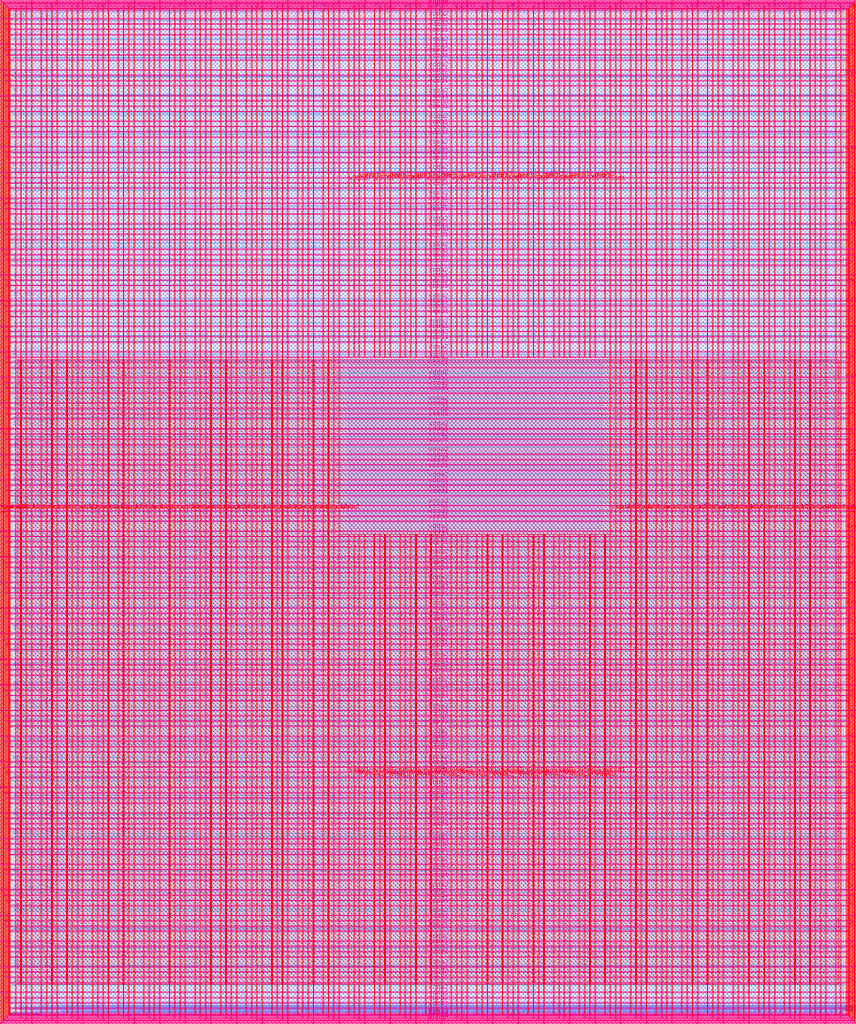
<source format=lef>
VERSION 5.7 ;
  NOWIREEXTENSIONATPIN ON ;
  DIVIDERCHAR "/" ;
  BUSBITCHARS "[]" ;
MACRO user_project_wrapper
  CLASS BLOCK ;
  FOREIGN user_project_wrapper ;
  ORIGIN 0.000 0.000 ;
  SIZE 2920.000 BY 3520.000 ;
  PIN analog_io[0]
    DIRECTION INOUT ;
    USE SIGNAL ;
    PORT
      LAYER met3 ;
        RECT 2917.600 1426.380 2924.800 1427.580 ;
    END
  END analog_io[0]
  PIN analog_io[10]
    DIRECTION INOUT ;
    USE SIGNAL ;
    PORT
      LAYER met2 ;
        RECT 2230.490 3517.600 2231.050 3524.800 ;
    END
  END analog_io[10]
  PIN analog_io[11]
    DIRECTION INOUT ;
    USE SIGNAL ;
    PORT
      LAYER met2 ;
        RECT 1905.730 3517.600 1906.290 3524.800 ;
    END
  END analog_io[11]
  PIN analog_io[12]
    DIRECTION INOUT ;
    USE SIGNAL ;
    PORT
      LAYER met2 ;
        RECT 1581.430 3517.600 1581.990 3524.800 ;
    END
  END analog_io[12]
  PIN analog_io[13]
    DIRECTION INOUT ;
    USE SIGNAL ;
    PORT
      LAYER met2 ;
        RECT 1257.130 3517.600 1257.690 3524.800 ;
    END
  END analog_io[13]
  PIN analog_io[14]
    DIRECTION INOUT ;
    USE SIGNAL ;
    PORT
      LAYER met2 ;
        RECT 932.370 3517.600 932.930 3524.800 ;
    END
  END analog_io[14]
  PIN analog_io[15]
    DIRECTION INOUT ;
    USE SIGNAL ;
    PORT
      LAYER met2 ;
        RECT 608.070 3517.600 608.630 3524.800 ;
    END
  END analog_io[15]
  PIN analog_io[16]
    DIRECTION INOUT ;
    USE SIGNAL ;
    PORT
      LAYER met2 ;
        RECT 283.770 3517.600 284.330 3524.800 ;
    END
  END analog_io[16]
  PIN analog_io[17]
    DIRECTION INOUT ;
    USE SIGNAL ;
    PORT
      LAYER met3 ;
        RECT -4.800 3486.100 2.400 3487.300 ;
    END
  END analog_io[17]
  PIN analog_io[18]
    DIRECTION INOUT ;
    USE SIGNAL ;
    PORT
      LAYER met3 ;
        RECT -4.800 3224.980 2.400 3226.180 ;
    END
  END analog_io[18]
  PIN analog_io[19]
    DIRECTION INOUT ;
    USE SIGNAL ;
    PORT
      LAYER met3 ;
        RECT -4.800 2964.540 2.400 2965.740 ;
    END
  END analog_io[19]
  PIN analog_io[1]
    DIRECTION INOUT ;
    USE SIGNAL ;
    PORT
      LAYER met3 ;
        RECT 2917.600 1692.260 2924.800 1693.460 ;
    END
  END analog_io[1]
  PIN analog_io[20]
    DIRECTION INOUT ;
    USE SIGNAL ;
    PORT
      LAYER met3 ;
        RECT -4.800 2703.420 2.400 2704.620 ;
    END
  END analog_io[20]
  PIN analog_io[21]
    DIRECTION INOUT ;
    USE SIGNAL ;
    PORT
      LAYER met3 ;
        RECT -4.800 2442.980 2.400 2444.180 ;
    END
  END analog_io[21]
  PIN analog_io[22]
    DIRECTION INOUT ;
    USE SIGNAL ;
    PORT
      LAYER met3 ;
        RECT -4.800 2182.540 2.400 2183.740 ;
    END
  END analog_io[22]
  PIN analog_io[23]
    DIRECTION INOUT ;
    USE SIGNAL ;
    PORT
      LAYER met3 ;
        RECT -4.800 1921.420 2.400 1922.620 ;
    END
  END analog_io[23]
  PIN analog_io[24]
    DIRECTION INOUT ;
    USE SIGNAL ;
    PORT
      LAYER met3 ;
        RECT -4.800 1660.980 2.400 1662.180 ;
    END
  END analog_io[24]
  PIN analog_io[25]
    DIRECTION INOUT ;
    USE SIGNAL ;
    PORT
      LAYER met3 ;
        RECT -4.800 1399.860 2.400 1401.060 ;
    END
  END analog_io[25]
  PIN analog_io[26]
    DIRECTION INOUT ;
    USE SIGNAL ;
    PORT
      LAYER met3 ;
        RECT -4.800 1139.420 2.400 1140.620 ;
    END
  END analog_io[26]
  PIN analog_io[27]
    DIRECTION INOUT ;
    USE SIGNAL ;
    PORT
      LAYER met3 ;
        RECT -4.800 878.980 2.400 880.180 ;
    END
  END analog_io[27]
  PIN analog_io[28]
    DIRECTION INOUT ;
    USE SIGNAL ;
    PORT
      LAYER met3 ;
        RECT -4.800 617.860 2.400 619.060 ;
    END
  END analog_io[28]
  PIN analog_io[2]
    DIRECTION INOUT ;
    USE SIGNAL ;
    PORT
      LAYER met3 ;
        RECT 2917.600 1958.140 2924.800 1959.340 ;
    END
  END analog_io[2]
  PIN analog_io[3]
    DIRECTION INOUT ;
    USE SIGNAL ;
    PORT
      LAYER met3 ;
        RECT 2917.600 2223.340 2924.800 2224.540 ;
    END
  END analog_io[3]
  PIN analog_io[4]
    DIRECTION INOUT ;
    USE SIGNAL ;
    PORT
      LAYER met3 ;
        RECT 2917.600 2489.220 2924.800 2490.420 ;
    END
  END analog_io[4]
  PIN analog_io[5]
    DIRECTION INOUT ;
    USE SIGNAL ;
    PORT
      LAYER met3 ;
        RECT 2917.600 2755.100 2924.800 2756.300 ;
    END
  END analog_io[5]
  PIN analog_io[6]
    DIRECTION INOUT ;
    USE SIGNAL ;
    PORT
      LAYER met3 ;
        RECT 2917.600 3020.300 2924.800 3021.500 ;
    END
  END analog_io[6]
  PIN analog_io[7]
    DIRECTION INOUT ;
    USE SIGNAL ;
    PORT
      LAYER met3 ;
        RECT 2917.600 3286.180 2924.800 3287.380 ;
    END
  END analog_io[7]
  PIN analog_io[8]
    DIRECTION INOUT ;
    USE SIGNAL ;
    PORT
      LAYER met2 ;
        RECT 2879.090 3517.600 2879.650 3524.800 ;
    END
  END analog_io[8]
  PIN analog_io[9]
    DIRECTION INOUT ;
    USE SIGNAL ;
    PORT
      LAYER met2 ;
        RECT 2554.790 3517.600 2555.350 3524.800 ;
    END
  END analog_io[9]
  PIN io_in[0]
    DIRECTION INPUT ;
    USE SIGNAL ;
    PORT
      LAYER met3 ;
        RECT 2917.600 32.380 2924.800 33.580 ;
    END
  END io_in[0]
  PIN io_in[10]
    DIRECTION INPUT ;
    USE SIGNAL ;
    PORT
      LAYER met3 ;
        RECT 2917.600 2289.980 2924.800 2291.180 ;
    END
  END io_in[10]
  PIN io_in[11]
    DIRECTION INPUT ;
    USE SIGNAL ;
    PORT
      LAYER met3 ;
        RECT 2917.600 2555.860 2924.800 2557.060 ;
    END
  END io_in[11]
  PIN io_in[12]
    DIRECTION INPUT ;
    USE SIGNAL ;
    PORT
      LAYER met3 ;
        RECT 2917.600 2821.060 2924.800 2822.260 ;
    END
  END io_in[12]
  PIN io_in[13]
    DIRECTION INPUT ;
    USE SIGNAL ;
    PORT
      LAYER met3 ;
        RECT 2917.600 3086.940 2924.800 3088.140 ;
    END
  END io_in[13]
  PIN io_in[14]
    DIRECTION INPUT ;
    USE SIGNAL ;
    PORT
      LAYER met3 ;
        RECT 2917.600 3352.820 2924.800 3354.020 ;
    END
  END io_in[14]
  PIN io_in[15]
    DIRECTION INPUT ;
    USE SIGNAL ;
    PORT
      LAYER met2 ;
        RECT 2798.130 3517.600 2798.690 3524.800 ;
    END
  END io_in[15]
  PIN io_in[16]
    DIRECTION INPUT ;
    USE SIGNAL ;
    PORT
      LAYER met2 ;
        RECT 2473.830 3517.600 2474.390 3524.800 ;
    END
  END io_in[16]
  PIN io_in[17]
    DIRECTION INPUT ;
    USE SIGNAL ;
    PORT
      LAYER met2 ;
        RECT 2149.070 3517.600 2149.630 3524.800 ;
    END
  END io_in[17]
  PIN io_in[18]
    DIRECTION INPUT ;
    USE SIGNAL ;
    PORT
      LAYER met2 ;
        RECT 1824.770 3517.600 1825.330 3524.800 ;
    END
  END io_in[18]
  PIN io_in[19]
    DIRECTION INPUT ;
    USE SIGNAL ;
    PORT
      LAYER met2 ;
        RECT 1500.470 3517.600 1501.030 3524.800 ;
    END
  END io_in[19]
  PIN io_in[1]
    DIRECTION INPUT ;
    USE SIGNAL ;
    PORT
      LAYER met3 ;
        RECT 2917.600 230.940 2924.800 232.140 ;
    END
  END io_in[1]
  PIN io_in[20]
    DIRECTION INPUT ;
    USE SIGNAL ;
    PORT
      LAYER met2 ;
        RECT 1175.710 3517.600 1176.270 3524.800 ;
    END
  END io_in[20]
  PIN io_in[21]
    DIRECTION INPUT ;
    USE SIGNAL ;
    PORT
      LAYER met2 ;
        RECT 851.410 3517.600 851.970 3524.800 ;
    END
  END io_in[21]
  PIN io_in[22]
    DIRECTION INPUT ;
    USE SIGNAL ;
    PORT
      LAYER met2 ;
        RECT 527.110 3517.600 527.670 3524.800 ;
    END
  END io_in[22]
  PIN io_in[23]
    DIRECTION INPUT ;
    USE SIGNAL ;
    PORT
      LAYER met2 ;
        RECT 202.350 3517.600 202.910 3524.800 ;
    END
  END io_in[23]
  PIN io_in[24]
    DIRECTION INPUT ;
    USE SIGNAL ;
    PORT
      LAYER met3 ;
        RECT -4.800 3420.820 2.400 3422.020 ;
    END
  END io_in[24]
  PIN io_in[25]
    DIRECTION INPUT ;
    USE SIGNAL ;
    PORT
      LAYER met3 ;
        RECT -4.800 3159.700 2.400 3160.900 ;
    END
  END io_in[25]
  PIN io_in[26]
    DIRECTION INPUT ;
    USE SIGNAL ;
    PORT
      LAYER met3 ;
        RECT -4.800 2899.260 2.400 2900.460 ;
    END
  END io_in[26]
  PIN io_in[27]
    DIRECTION INPUT ;
    USE SIGNAL ;
    PORT
      LAYER met3 ;
        RECT -4.800 2638.820 2.400 2640.020 ;
    END
  END io_in[27]
  PIN io_in[28]
    DIRECTION INPUT ;
    USE SIGNAL ;
    PORT
      LAYER met3 ;
        RECT -4.800 2377.700 2.400 2378.900 ;
    END
  END io_in[28]
  PIN io_in[29]
    DIRECTION INPUT ;
    USE SIGNAL ;
    PORT
      LAYER met3 ;
        RECT -4.800 2117.260 2.400 2118.460 ;
    END
  END io_in[29]
  PIN io_in[2]
    DIRECTION INPUT ;
    USE SIGNAL ;
    PORT
      LAYER met3 ;
        RECT 2917.600 430.180 2924.800 431.380 ;
    END
  END io_in[2]
  PIN io_in[30]
    DIRECTION INPUT ;
    USE SIGNAL ;
    PORT
      LAYER met3 ;
        RECT -4.800 1856.140 2.400 1857.340 ;
    END
  END io_in[30]
  PIN io_in[31]
    DIRECTION INPUT ;
    USE SIGNAL ;
    PORT
      LAYER met3 ;
        RECT -4.800 1595.700 2.400 1596.900 ;
    END
  END io_in[31]
  PIN io_in[32]
    DIRECTION INPUT ;
    USE SIGNAL ;
    PORT
      LAYER met3 ;
        RECT -4.800 1335.260 2.400 1336.460 ;
    END
  END io_in[32]
  PIN io_in[33]
    DIRECTION INPUT ;
    USE SIGNAL ;
    PORT
      LAYER met3 ;
        RECT -4.800 1074.140 2.400 1075.340 ;
    END
  END io_in[33]
  PIN io_in[34]
    DIRECTION INPUT ;
    USE SIGNAL ;
    PORT
      LAYER met3 ;
        RECT -4.800 813.700 2.400 814.900 ;
    END
  END io_in[34]
  PIN io_in[35]
    DIRECTION INPUT ;
    USE SIGNAL ;
    PORT
      LAYER met3 ;
        RECT -4.800 552.580 2.400 553.780 ;
    END
  END io_in[35]
  PIN io_in[36]
    DIRECTION INPUT ;
    USE SIGNAL ;
    PORT
      LAYER met3 ;
        RECT -4.800 357.420 2.400 358.620 ;
    END
  END io_in[36]
  PIN io_in[37]
    DIRECTION INPUT ;
    USE SIGNAL ;
    PORT
      LAYER met3 ;
        RECT -4.800 161.580 2.400 162.780 ;
    END
  END io_in[37]
  PIN io_in[3]
    DIRECTION INPUT ;
    USE SIGNAL ;
    PORT
      LAYER met3 ;
        RECT 2917.600 629.420 2924.800 630.620 ;
    END
  END io_in[3]
  PIN io_in[4]
    DIRECTION INPUT ;
    USE SIGNAL ;
    PORT
      LAYER met3 ;
        RECT 2917.600 828.660 2924.800 829.860 ;
    END
  END io_in[4]
  PIN io_in[5]
    DIRECTION INPUT ;
    USE SIGNAL ;
    PORT
      LAYER met3 ;
        RECT 2917.600 1027.900 2924.800 1029.100 ;
    END
  END io_in[5]
  PIN io_in[6]
    DIRECTION INPUT ;
    USE SIGNAL ;
    PORT
      LAYER met3 ;
        RECT 2917.600 1227.140 2924.800 1228.340 ;
    END
  END io_in[6]
  PIN io_in[7]
    DIRECTION INPUT ;
    USE SIGNAL ;
    PORT
      LAYER met3 ;
        RECT 2917.600 1493.020 2924.800 1494.220 ;
    END
  END io_in[7]
  PIN io_in[8]
    DIRECTION INPUT ;
    USE SIGNAL ;
    PORT
      LAYER met3 ;
        RECT 2917.600 1758.900 2924.800 1760.100 ;
    END
  END io_in[8]
  PIN io_in[9]
    DIRECTION INPUT ;
    USE SIGNAL ;
    PORT
      LAYER met3 ;
        RECT 2917.600 2024.100 2924.800 2025.300 ;
    END
  END io_in[9]
  PIN io_oeb[0]
    DIRECTION OUTPUT TRISTATE ;
    USE SIGNAL ;
    PORT
      LAYER met3 ;
        RECT 2917.600 164.980 2924.800 166.180 ;
    END
  END io_oeb[0]
  PIN io_oeb[10]
    DIRECTION OUTPUT TRISTATE ;
    USE SIGNAL ;
    PORT
      LAYER met3 ;
        RECT 2917.600 2422.580 2924.800 2423.780 ;
    END
  END io_oeb[10]
  PIN io_oeb[11]
    DIRECTION OUTPUT TRISTATE ;
    USE SIGNAL ;
    PORT
      LAYER met3 ;
        RECT 2917.600 2688.460 2924.800 2689.660 ;
    END
  END io_oeb[11]
  PIN io_oeb[12]
    DIRECTION OUTPUT TRISTATE ;
    USE SIGNAL ;
    PORT
      LAYER met3 ;
        RECT 2917.600 2954.340 2924.800 2955.540 ;
    END
  END io_oeb[12]
  PIN io_oeb[13]
    DIRECTION OUTPUT TRISTATE ;
    USE SIGNAL ;
    PORT
      LAYER met3 ;
        RECT 2917.600 3219.540 2924.800 3220.740 ;
    END
  END io_oeb[13]
  PIN io_oeb[14]
    DIRECTION OUTPUT TRISTATE ;
    USE SIGNAL ;
    PORT
      LAYER met3 ;
        RECT 2917.600 3485.420 2924.800 3486.620 ;
    END
  END io_oeb[14]
  PIN io_oeb[15]
    DIRECTION OUTPUT TRISTATE ;
    USE SIGNAL ;
    PORT
      LAYER met2 ;
        RECT 2635.750 3517.600 2636.310 3524.800 ;
    END
  END io_oeb[15]
  PIN io_oeb[16]
    DIRECTION OUTPUT TRISTATE ;
    USE SIGNAL ;
    PORT
      LAYER met2 ;
        RECT 2311.450 3517.600 2312.010 3524.800 ;
    END
  END io_oeb[16]
  PIN io_oeb[17]
    DIRECTION OUTPUT TRISTATE ;
    USE SIGNAL ;
    PORT
      LAYER met2 ;
        RECT 1987.150 3517.600 1987.710 3524.800 ;
    END
  END io_oeb[17]
  PIN io_oeb[18]
    DIRECTION OUTPUT TRISTATE ;
    USE SIGNAL ;
    PORT
      LAYER met2 ;
        RECT 1662.390 3517.600 1662.950 3524.800 ;
    END
  END io_oeb[18]
  PIN io_oeb[19]
    DIRECTION OUTPUT TRISTATE ;
    USE SIGNAL ;
    PORT
      LAYER met2 ;
        RECT 1338.090 3517.600 1338.650 3524.800 ;
    END
  END io_oeb[19]
  PIN io_oeb[1]
    DIRECTION OUTPUT TRISTATE ;
    USE SIGNAL ;
    PORT
      LAYER met3 ;
        RECT 2917.600 364.220 2924.800 365.420 ;
    END
  END io_oeb[1]
  PIN io_oeb[20]
    DIRECTION OUTPUT TRISTATE ;
    USE SIGNAL ;
    PORT
      LAYER met2 ;
        RECT 1013.790 3517.600 1014.350 3524.800 ;
    END
  END io_oeb[20]
  PIN io_oeb[21]
    DIRECTION OUTPUT TRISTATE ;
    USE SIGNAL ;
    PORT
      LAYER met2 ;
        RECT 689.030 3517.600 689.590 3524.800 ;
    END
  END io_oeb[21]
  PIN io_oeb[22]
    DIRECTION OUTPUT TRISTATE ;
    USE SIGNAL ;
    PORT
      LAYER met2 ;
        RECT 364.730 3517.600 365.290 3524.800 ;
    END
  END io_oeb[22]
  PIN io_oeb[23]
    DIRECTION OUTPUT TRISTATE ;
    USE SIGNAL ;
    PORT
      LAYER met2 ;
        RECT 40.430 3517.600 40.990 3524.800 ;
    END
  END io_oeb[23]
  PIN io_oeb[24]
    DIRECTION OUTPUT TRISTATE ;
    USE SIGNAL ;
    PORT
      LAYER met3 ;
        RECT -4.800 3290.260 2.400 3291.460 ;
    END
  END io_oeb[24]
  PIN io_oeb[25]
    DIRECTION OUTPUT TRISTATE ;
    USE SIGNAL ;
    PORT
      LAYER met3 ;
        RECT -4.800 3029.820 2.400 3031.020 ;
    END
  END io_oeb[25]
  PIN io_oeb[26]
    DIRECTION OUTPUT TRISTATE ;
    USE SIGNAL ;
    PORT
      LAYER met3 ;
        RECT -4.800 2768.700 2.400 2769.900 ;
    END
  END io_oeb[26]
  PIN io_oeb[27]
    DIRECTION OUTPUT TRISTATE ;
    USE SIGNAL ;
    PORT
      LAYER met3 ;
        RECT -4.800 2508.260 2.400 2509.460 ;
    END
  END io_oeb[27]
  PIN io_oeb[28]
    DIRECTION OUTPUT TRISTATE ;
    USE SIGNAL ;
    PORT
      LAYER met3 ;
        RECT -4.800 2247.140 2.400 2248.340 ;
    END
  END io_oeb[28]
  PIN io_oeb[29]
    DIRECTION OUTPUT TRISTATE ;
    USE SIGNAL ;
    PORT
      LAYER met3 ;
        RECT -4.800 1986.700 2.400 1987.900 ;
    END
  END io_oeb[29]
  PIN io_oeb[2]
    DIRECTION OUTPUT TRISTATE ;
    USE SIGNAL ;
    PORT
      LAYER met3 ;
        RECT 2917.600 563.460 2924.800 564.660 ;
    END
  END io_oeb[2]
  PIN io_oeb[30]
    DIRECTION OUTPUT TRISTATE ;
    USE SIGNAL ;
    PORT
      LAYER met3 ;
        RECT -4.800 1726.260 2.400 1727.460 ;
    END
  END io_oeb[30]
  PIN io_oeb[31]
    DIRECTION OUTPUT TRISTATE ;
    USE SIGNAL ;
    PORT
      LAYER met3 ;
        RECT -4.800 1465.140 2.400 1466.340 ;
    END
  END io_oeb[31]
  PIN io_oeb[32]
    DIRECTION OUTPUT TRISTATE ;
    USE SIGNAL ;
    PORT
      LAYER met3 ;
        RECT -4.800 1204.700 2.400 1205.900 ;
    END
  END io_oeb[32]
  PIN io_oeb[33]
    DIRECTION OUTPUT TRISTATE ;
    USE SIGNAL ;
    PORT
      LAYER met3 ;
        RECT -4.800 943.580 2.400 944.780 ;
    END
  END io_oeb[33]
  PIN io_oeb[34]
    DIRECTION OUTPUT TRISTATE ;
    USE SIGNAL ;
    PORT
      LAYER met3 ;
        RECT -4.800 683.140 2.400 684.340 ;
    END
  END io_oeb[34]
  PIN io_oeb[35]
    DIRECTION OUTPUT TRISTATE ;
    USE SIGNAL ;
    PORT
      LAYER met3 ;
        RECT -4.800 422.700 2.400 423.900 ;
    END
  END io_oeb[35]
  PIN io_oeb[36]
    DIRECTION OUTPUT TRISTATE ;
    USE SIGNAL ;
    PORT
      LAYER met3 ;
        RECT -4.800 226.860 2.400 228.060 ;
    END
  END io_oeb[36]
  PIN io_oeb[37]
    DIRECTION OUTPUT TRISTATE ;
    USE SIGNAL ;
    PORT
      LAYER met3 ;
        RECT -4.800 31.700 2.400 32.900 ;
    END
  END io_oeb[37]
  PIN io_oeb[3]
    DIRECTION OUTPUT TRISTATE ;
    USE SIGNAL ;
    PORT
      LAYER met3 ;
        RECT 2917.600 762.700 2924.800 763.900 ;
    END
  END io_oeb[3]
  PIN io_oeb[4]
    DIRECTION OUTPUT TRISTATE ;
    USE SIGNAL ;
    PORT
      LAYER met3 ;
        RECT 2917.600 961.940 2924.800 963.140 ;
    END
  END io_oeb[4]
  PIN io_oeb[5]
    DIRECTION OUTPUT TRISTATE ;
    USE SIGNAL ;
    PORT
      LAYER met3 ;
        RECT 2917.600 1161.180 2924.800 1162.380 ;
    END
  END io_oeb[5]
  PIN io_oeb[6]
    DIRECTION OUTPUT TRISTATE ;
    USE SIGNAL ;
    PORT
      LAYER met3 ;
        RECT 2917.600 1360.420 2924.800 1361.620 ;
    END
  END io_oeb[6]
  PIN io_oeb[7]
    DIRECTION OUTPUT TRISTATE ;
    USE SIGNAL ;
    PORT
      LAYER met3 ;
        RECT 2917.600 1625.620 2924.800 1626.820 ;
    END
  END io_oeb[7]
  PIN io_oeb[8]
    DIRECTION OUTPUT TRISTATE ;
    USE SIGNAL ;
    PORT
      LAYER met3 ;
        RECT 2917.600 1891.500 2924.800 1892.700 ;
    END
  END io_oeb[8]
  PIN io_oeb[9]
    DIRECTION OUTPUT TRISTATE ;
    USE SIGNAL ;
    PORT
      LAYER met3 ;
        RECT 2917.600 2157.380 2924.800 2158.580 ;
    END
  END io_oeb[9]
  PIN io_out[0]
    DIRECTION OUTPUT TRISTATE ;
    USE SIGNAL ;
    PORT
      LAYER met3 ;
        RECT 2917.600 98.340 2924.800 99.540 ;
    END
  END io_out[0]
  PIN io_out[10]
    DIRECTION OUTPUT TRISTATE ;
    USE SIGNAL ;
    PORT
      LAYER met3 ;
        RECT 2917.600 2356.620 2924.800 2357.820 ;
    END
  END io_out[10]
  PIN io_out[11]
    DIRECTION OUTPUT TRISTATE ;
    USE SIGNAL ;
    PORT
      LAYER met3 ;
        RECT 2917.600 2621.820 2924.800 2623.020 ;
    END
  END io_out[11]
  PIN io_out[12]
    DIRECTION OUTPUT TRISTATE ;
    USE SIGNAL ;
    PORT
      LAYER met3 ;
        RECT 2917.600 2887.700 2924.800 2888.900 ;
    END
  END io_out[12]
  PIN io_out[13]
    DIRECTION OUTPUT TRISTATE ;
    USE SIGNAL ;
    PORT
      LAYER met3 ;
        RECT 2917.600 3153.580 2924.800 3154.780 ;
    END
  END io_out[13]
  PIN io_out[14]
    DIRECTION OUTPUT TRISTATE ;
    USE SIGNAL ;
    PORT
      LAYER met3 ;
        RECT 2917.600 3418.780 2924.800 3419.980 ;
    END
  END io_out[14]
  PIN io_out[15]
    DIRECTION OUTPUT TRISTATE ;
    USE SIGNAL ;
    PORT
      LAYER met2 ;
        RECT 2717.170 3517.600 2717.730 3524.800 ;
    END
  END io_out[15]
  PIN io_out[16]
    DIRECTION OUTPUT TRISTATE ;
    USE SIGNAL ;
    PORT
      LAYER met2 ;
        RECT 2392.410 3517.600 2392.970 3524.800 ;
    END
  END io_out[16]
  PIN io_out[17]
    DIRECTION OUTPUT TRISTATE ;
    USE SIGNAL ;
    PORT
      LAYER met2 ;
        RECT 2068.110 3517.600 2068.670 3524.800 ;
    END
  END io_out[17]
  PIN io_out[18]
    DIRECTION OUTPUT TRISTATE ;
    USE SIGNAL ;
    PORT
      LAYER met2 ;
        RECT 1743.810 3517.600 1744.370 3524.800 ;
    END
  END io_out[18]
  PIN io_out[19]
    DIRECTION OUTPUT TRISTATE ;
    USE SIGNAL ;
    PORT
      LAYER met2 ;
        RECT 1419.050 3517.600 1419.610 3524.800 ;
    END
  END io_out[19]
  PIN io_out[1]
    DIRECTION OUTPUT TRISTATE ;
    USE SIGNAL ;
    PORT
      LAYER met3 ;
        RECT 2917.600 297.580 2924.800 298.780 ;
    END
  END io_out[1]
  PIN io_out[20]
    DIRECTION OUTPUT TRISTATE ;
    USE SIGNAL ;
    PORT
      LAYER met2 ;
        RECT 1094.750 3517.600 1095.310 3524.800 ;
    END
  END io_out[20]
  PIN io_out[21]
    DIRECTION OUTPUT TRISTATE ;
    USE SIGNAL ;
    PORT
      LAYER met2 ;
        RECT 770.450 3517.600 771.010 3524.800 ;
    END
  END io_out[21]
  PIN io_out[22]
    DIRECTION OUTPUT TRISTATE ;
    USE SIGNAL ;
    PORT
      LAYER met2 ;
        RECT 445.690 3517.600 446.250 3524.800 ;
    END
  END io_out[22]
  PIN io_out[23]
    DIRECTION OUTPUT TRISTATE ;
    USE SIGNAL ;
    PORT
      LAYER met2 ;
        RECT 121.390 3517.600 121.950 3524.800 ;
    END
  END io_out[23]
  PIN io_out[24]
    DIRECTION OUTPUT TRISTATE ;
    USE SIGNAL ;
    PORT
      LAYER met3 ;
        RECT -4.800 3355.540 2.400 3356.740 ;
    END
  END io_out[24]
  PIN io_out[25]
    DIRECTION OUTPUT TRISTATE ;
    USE SIGNAL ;
    PORT
      LAYER met3 ;
        RECT -4.800 3095.100 2.400 3096.300 ;
    END
  END io_out[25]
  PIN io_out[26]
    DIRECTION OUTPUT TRISTATE ;
    USE SIGNAL ;
    PORT
      LAYER met3 ;
        RECT -4.800 2833.980 2.400 2835.180 ;
    END
  END io_out[26]
  PIN io_out[27]
    DIRECTION OUTPUT TRISTATE ;
    USE SIGNAL ;
    PORT
      LAYER met3 ;
        RECT -4.800 2573.540 2.400 2574.740 ;
    END
  END io_out[27]
  PIN io_out[28]
    DIRECTION OUTPUT TRISTATE ;
    USE SIGNAL ;
    PORT
      LAYER met3 ;
        RECT -4.800 2312.420 2.400 2313.620 ;
    END
  END io_out[28]
  PIN io_out[29]
    DIRECTION OUTPUT TRISTATE ;
    USE SIGNAL ;
    PORT
      LAYER met3 ;
        RECT -4.800 2051.980 2.400 2053.180 ;
    END
  END io_out[29]
  PIN io_out[2]
    DIRECTION OUTPUT TRISTATE ;
    USE SIGNAL ;
    PORT
      LAYER met3 ;
        RECT 2917.600 496.820 2924.800 498.020 ;
    END
  END io_out[2]
  PIN io_out[30]
    DIRECTION OUTPUT TRISTATE ;
    USE SIGNAL ;
    PORT
      LAYER met3 ;
        RECT -4.800 1791.540 2.400 1792.740 ;
    END
  END io_out[30]
  PIN io_out[31]
    DIRECTION OUTPUT TRISTATE ;
    USE SIGNAL ;
    PORT
      LAYER met3 ;
        RECT -4.800 1530.420 2.400 1531.620 ;
    END
  END io_out[31]
  PIN io_out[32]
    DIRECTION OUTPUT TRISTATE ;
    USE SIGNAL ;
    PORT
      LAYER met3 ;
        RECT -4.800 1269.980 2.400 1271.180 ;
    END
  END io_out[32]
  PIN io_out[33]
    DIRECTION OUTPUT TRISTATE ;
    USE SIGNAL ;
    PORT
      LAYER met3 ;
        RECT -4.800 1008.860 2.400 1010.060 ;
    END
  END io_out[33]
  PIN io_out[34]
    DIRECTION OUTPUT TRISTATE ;
    USE SIGNAL ;
    PORT
      LAYER met3 ;
        RECT -4.800 748.420 2.400 749.620 ;
    END
  END io_out[34]
  PIN io_out[35]
    DIRECTION OUTPUT TRISTATE ;
    USE SIGNAL ;
    PORT
      LAYER met3 ;
        RECT -4.800 487.300 2.400 488.500 ;
    END
  END io_out[35]
  PIN io_out[36]
    DIRECTION OUTPUT TRISTATE ;
    USE SIGNAL ;
    PORT
      LAYER met3 ;
        RECT -4.800 292.140 2.400 293.340 ;
    END
  END io_out[36]
  PIN io_out[37]
    DIRECTION OUTPUT TRISTATE ;
    USE SIGNAL ;
    PORT
      LAYER met3 ;
        RECT -4.800 96.300 2.400 97.500 ;
    END
  END io_out[37]
  PIN io_out[3]
    DIRECTION OUTPUT TRISTATE ;
    USE SIGNAL ;
    PORT
      LAYER met3 ;
        RECT 2917.600 696.060 2924.800 697.260 ;
    END
  END io_out[3]
  PIN io_out[4]
    DIRECTION OUTPUT TRISTATE ;
    USE SIGNAL ;
    PORT
      LAYER met3 ;
        RECT 2917.600 895.300 2924.800 896.500 ;
    END
  END io_out[4]
  PIN io_out[5]
    DIRECTION OUTPUT TRISTATE ;
    USE SIGNAL ;
    PORT
      LAYER met3 ;
        RECT 2917.600 1094.540 2924.800 1095.740 ;
    END
  END io_out[5]
  PIN io_out[6]
    DIRECTION OUTPUT TRISTATE ;
    USE SIGNAL ;
    PORT
      LAYER met3 ;
        RECT 2917.600 1293.780 2924.800 1294.980 ;
    END
  END io_out[6]
  PIN io_out[7]
    DIRECTION OUTPUT TRISTATE ;
    USE SIGNAL ;
    PORT
      LAYER met3 ;
        RECT 2917.600 1559.660 2924.800 1560.860 ;
    END
  END io_out[7]
  PIN io_out[8]
    DIRECTION OUTPUT TRISTATE ;
    USE SIGNAL ;
    PORT
      LAYER met3 ;
        RECT 2917.600 1824.860 2924.800 1826.060 ;
    END
  END io_out[8]
  PIN io_out[9]
    DIRECTION OUTPUT TRISTATE ;
    USE SIGNAL ;
    PORT
      LAYER met3 ;
        RECT 2917.600 2090.740 2924.800 2091.940 ;
    END
  END io_out[9]
  PIN la_data_in[0]
    DIRECTION INPUT ;
    USE SIGNAL ;
    PORT
      LAYER met2 ;
        RECT 629.230 -4.800 629.790 2.400 ;
    END
  END la_data_in[0]
  PIN la_data_in[100]
    DIRECTION INPUT ;
    USE SIGNAL ;
    PORT
      LAYER met2 ;
        RECT 2402.530 -4.800 2403.090 2.400 ;
    END
  END la_data_in[100]
  PIN la_data_in[101]
    DIRECTION INPUT ;
    USE SIGNAL ;
    PORT
      LAYER met2 ;
        RECT 2420.010 -4.800 2420.570 2.400 ;
    END
  END la_data_in[101]
  PIN la_data_in[102]
    DIRECTION INPUT ;
    USE SIGNAL ;
    PORT
      LAYER met2 ;
        RECT 2437.950 -4.800 2438.510 2.400 ;
    END
  END la_data_in[102]
  PIN la_data_in[103]
    DIRECTION INPUT ;
    USE SIGNAL ;
    PORT
      LAYER met2 ;
        RECT 2455.430 -4.800 2455.990 2.400 ;
    END
  END la_data_in[103]
  PIN la_data_in[104]
    DIRECTION INPUT ;
    USE SIGNAL ;
    PORT
      LAYER met2 ;
        RECT 2473.370 -4.800 2473.930 2.400 ;
    END
  END la_data_in[104]
  PIN la_data_in[105]
    DIRECTION INPUT ;
    USE SIGNAL ;
    PORT
      LAYER met2 ;
        RECT 2490.850 -4.800 2491.410 2.400 ;
    END
  END la_data_in[105]
  PIN la_data_in[106]
    DIRECTION INPUT ;
    USE SIGNAL ;
    PORT
      LAYER met2 ;
        RECT 2508.790 -4.800 2509.350 2.400 ;
    END
  END la_data_in[106]
  PIN la_data_in[107]
    DIRECTION INPUT ;
    USE SIGNAL ;
    PORT
      LAYER met2 ;
        RECT 2526.730 -4.800 2527.290 2.400 ;
    END
  END la_data_in[107]
  PIN la_data_in[108]
    DIRECTION INPUT ;
    USE SIGNAL ;
    PORT
      LAYER met2 ;
        RECT 2544.210 -4.800 2544.770 2.400 ;
    END
  END la_data_in[108]
  PIN la_data_in[109]
    DIRECTION INPUT ;
    USE SIGNAL ;
    PORT
      LAYER met2 ;
        RECT 2562.150 -4.800 2562.710 2.400 ;
    END
  END la_data_in[109]
  PIN la_data_in[10]
    DIRECTION INPUT ;
    USE SIGNAL ;
    PORT
      LAYER met2 ;
        RECT 806.330 -4.800 806.890 2.400 ;
    END
  END la_data_in[10]
  PIN la_data_in[110]
    DIRECTION INPUT ;
    USE SIGNAL ;
    PORT
      LAYER met2 ;
        RECT 2579.630 -4.800 2580.190 2.400 ;
    END
  END la_data_in[110]
  PIN la_data_in[111]
    DIRECTION INPUT ;
    USE SIGNAL ;
    PORT
      LAYER met2 ;
        RECT 2597.570 -4.800 2598.130 2.400 ;
    END
  END la_data_in[111]
  PIN la_data_in[112]
    DIRECTION INPUT ;
    USE SIGNAL ;
    PORT
      LAYER met2 ;
        RECT 2615.050 -4.800 2615.610 2.400 ;
    END
  END la_data_in[112]
  PIN la_data_in[113]
    DIRECTION INPUT ;
    USE SIGNAL ;
    PORT
      LAYER met2 ;
        RECT 2632.990 -4.800 2633.550 2.400 ;
    END
  END la_data_in[113]
  PIN la_data_in[114]
    DIRECTION INPUT ;
    USE SIGNAL ;
    PORT
      LAYER met2 ;
        RECT 2650.470 -4.800 2651.030 2.400 ;
    END
  END la_data_in[114]
  PIN la_data_in[115]
    DIRECTION INPUT ;
    USE SIGNAL ;
    PORT
      LAYER met2 ;
        RECT 2668.410 -4.800 2668.970 2.400 ;
    END
  END la_data_in[115]
  PIN la_data_in[116]
    DIRECTION INPUT ;
    USE SIGNAL ;
    PORT
      LAYER met2 ;
        RECT 2685.890 -4.800 2686.450 2.400 ;
    END
  END la_data_in[116]
  PIN la_data_in[117]
    DIRECTION INPUT ;
    USE SIGNAL ;
    PORT
      LAYER met2 ;
        RECT 2703.830 -4.800 2704.390 2.400 ;
    END
  END la_data_in[117]
  PIN la_data_in[118]
    DIRECTION INPUT ;
    USE SIGNAL ;
    PORT
      LAYER met2 ;
        RECT 2721.770 -4.800 2722.330 2.400 ;
    END
  END la_data_in[118]
  PIN la_data_in[119]
    DIRECTION INPUT ;
    USE SIGNAL ;
    PORT
      LAYER met2 ;
        RECT 2739.250 -4.800 2739.810 2.400 ;
    END
  END la_data_in[119]
  PIN la_data_in[11]
    DIRECTION INPUT ;
    USE SIGNAL ;
    PORT
      LAYER met2 ;
        RECT 824.270 -4.800 824.830 2.400 ;
    END
  END la_data_in[11]
  PIN la_data_in[120]
    DIRECTION INPUT ;
    USE SIGNAL ;
    PORT
      LAYER met2 ;
        RECT 2757.190 -4.800 2757.750 2.400 ;
    END
  END la_data_in[120]
  PIN la_data_in[121]
    DIRECTION INPUT ;
    USE SIGNAL ;
    PORT
      LAYER met2 ;
        RECT 2774.670 -4.800 2775.230 2.400 ;
    END
  END la_data_in[121]
  PIN la_data_in[122]
    DIRECTION INPUT ;
    USE SIGNAL ;
    PORT
      LAYER met2 ;
        RECT 2792.610 -4.800 2793.170 2.400 ;
    END
  END la_data_in[122]
  PIN la_data_in[123]
    DIRECTION INPUT ;
    USE SIGNAL ;
    PORT
      LAYER met2 ;
        RECT 2810.090 -4.800 2810.650 2.400 ;
    END
  END la_data_in[123]
  PIN la_data_in[124]
    DIRECTION INPUT ;
    USE SIGNAL ;
    PORT
      LAYER met2 ;
        RECT 2828.030 -4.800 2828.590 2.400 ;
    END
  END la_data_in[124]
  PIN la_data_in[125]
    DIRECTION INPUT ;
    USE SIGNAL ;
    PORT
      LAYER met2 ;
        RECT 2845.510 -4.800 2846.070 2.400 ;
    END
  END la_data_in[125]
  PIN la_data_in[126]
    DIRECTION INPUT ;
    USE SIGNAL ;
    PORT
      LAYER met2 ;
        RECT 2863.450 -4.800 2864.010 2.400 ;
    END
  END la_data_in[126]
  PIN la_data_in[127]
    DIRECTION INPUT ;
    USE SIGNAL ;
    PORT
      LAYER met2 ;
        RECT 2881.390 -4.800 2881.950 2.400 ;
    END
  END la_data_in[127]
  PIN la_data_in[12]
    DIRECTION INPUT ;
    USE SIGNAL ;
    PORT
      LAYER met2 ;
        RECT 841.750 -4.800 842.310 2.400 ;
    END
  END la_data_in[12]
  PIN la_data_in[13]
    DIRECTION INPUT ;
    USE SIGNAL ;
    PORT
      LAYER met2 ;
        RECT 859.690 -4.800 860.250 2.400 ;
    END
  END la_data_in[13]
  PIN la_data_in[14]
    DIRECTION INPUT ;
    USE SIGNAL ;
    PORT
      LAYER met2 ;
        RECT 877.170 -4.800 877.730 2.400 ;
    END
  END la_data_in[14]
  PIN la_data_in[15]
    DIRECTION INPUT ;
    USE SIGNAL ;
    PORT
      LAYER met2 ;
        RECT 895.110 -4.800 895.670 2.400 ;
    END
  END la_data_in[15]
  PIN la_data_in[16]
    DIRECTION INPUT ;
    USE SIGNAL ;
    PORT
      LAYER met2 ;
        RECT 912.590 -4.800 913.150 2.400 ;
    END
  END la_data_in[16]
  PIN la_data_in[17]
    DIRECTION INPUT ;
    USE SIGNAL ;
    PORT
      LAYER met2 ;
        RECT 930.530 -4.800 931.090 2.400 ;
    END
  END la_data_in[17]
  PIN la_data_in[18]
    DIRECTION INPUT ;
    USE SIGNAL ;
    PORT
      LAYER met2 ;
        RECT 948.470 -4.800 949.030 2.400 ;
    END
  END la_data_in[18]
  PIN la_data_in[19]
    DIRECTION INPUT ;
    USE SIGNAL ;
    PORT
      LAYER met2 ;
        RECT 965.950 -4.800 966.510 2.400 ;
    END
  END la_data_in[19]
  PIN la_data_in[1]
    DIRECTION INPUT ;
    USE SIGNAL ;
    PORT
      LAYER met2 ;
        RECT 646.710 -4.800 647.270 2.400 ;
    END
  END la_data_in[1]
  PIN la_data_in[20]
    DIRECTION INPUT ;
    USE SIGNAL ;
    PORT
      LAYER met2 ;
        RECT 983.890 -4.800 984.450 2.400 ;
    END
  END la_data_in[20]
  PIN la_data_in[21]
    DIRECTION INPUT ;
    USE SIGNAL ;
    PORT
      LAYER met2 ;
        RECT 1001.370 -4.800 1001.930 2.400 ;
    END
  END la_data_in[21]
  PIN la_data_in[22]
    DIRECTION INPUT ;
    USE SIGNAL ;
    PORT
      LAYER met2 ;
        RECT 1019.310 -4.800 1019.870 2.400 ;
    END
  END la_data_in[22]
  PIN la_data_in[23]
    DIRECTION INPUT ;
    USE SIGNAL ;
    PORT
      LAYER met2 ;
        RECT 1036.790 -4.800 1037.350 2.400 ;
    END
  END la_data_in[23]
  PIN la_data_in[24]
    DIRECTION INPUT ;
    USE SIGNAL ;
    PORT
      LAYER met2 ;
        RECT 1054.730 -4.800 1055.290 2.400 ;
    END
  END la_data_in[24]
  PIN la_data_in[25]
    DIRECTION INPUT ;
    USE SIGNAL ;
    PORT
      LAYER met2 ;
        RECT 1072.210 -4.800 1072.770 2.400 ;
    END
  END la_data_in[25]
  PIN la_data_in[26]
    DIRECTION INPUT ;
    USE SIGNAL ;
    PORT
      LAYER met2 ;
        RECT 1090.150 -4.800 1090.710 2.400 ;
    END
  END la_data_in[26]
  PIN la_data_in[27]
    DIRECTION INPUT ;
    USE SIGNAL ;
    PORT
      LAYER met2 ;
        RECT 1107.630 -4.800 1108.190 2.400 ;
    END
  END la_data_in[27]
  PIN la_data_in[28]
    DIRECTION INPUT ;
    USE SIGNAL ;
    PORT
      LAYER met2 ;
        RECT 1125.570 -4.800 1126.130 2.400 ;
    END
  END la_data_in[28]
  PIN la_data_in[29]
    DIRECTION INPUT ;
    USE SIGNAL ;
    PORT
      LAYER met2 ;
        RECT 1143.510 -4.800 1144.070 2.400 ;
    END
  END la_data_in[29]
  PIN la_data_in[2]
    DIRECTION INPUT ;
    USE SIGNAL ;
    PORT
      LAYER met2 ;
        RECT 664.650 -4.800 665.210 2.400 ;
    END
  END la_data_in[2]
  PIN la_data_in[30]
    DIRECTION INPUT ;
    USE SIGNAL ;
    PORT
      LAYER met2 ;
        RECT 1160.990 -4.800 1161.550 2.400 ;
    END
  END la_data_in[30]
  PIN la_data_in[31]
    DIRECTION INPUT ;
    USE SIGNAL ;
    PORT
      LAYER met2 ;
        RECT 1178.930 -4.800 1179.490 2.400 ;
    END
  END la_data_in[31]
  PIN la_data_in[32]
    DIRECTION INPUT ;
    USE SIGNAL ;
    PORT
      LAYER met2 ;
        RECT 1196.410 -4.800 1196.970 2.400 ;
    END
  END la_data_in[32]
  PIN la_data_in[33]
    DIRECTION INPUT ;
    USE SIGNAL ;
    PORT
      LAYER met2 ;
        RECT 1214.350 -4.800 1214.910 2.400 ;
    END
  END la_data_in[33]
  PIN la_data_in[34]
    DIRECTION INPUT ;
    USE SIGNAL ;
    PORT
      LAYER met2 ;
        RECT 1231.830 -4.800 1232.390 2.400 ;
    END
  END la_data_in[34]
  PIN la_data_in[35]
    DIRECTION INPUT ;
    USE SIGNAL ;
    PORT
      LAYER met2 ;
        RECT 1249.770 -4.800 1250.330 2.400 ;
    END
  END la_data_in[35]
  PIN la_data_in[36]
    DIRECTION INPUT ;
    USE SIGNAL ;
    PORT
      LAYER met2 ;
        RECT 1267.250 -4.800 1267.810 2.400 ;
    END
  END la_data_in[36]
  PIN la_data_in[37]
    DIRECTION INPUT ;
    USE SIGNAL ;
    PORT
      LAYER met2 ;
        RECT 1285.190 -4.800 1285.750 2.400 ;
    END
  END la_data_in[37]
  PIN la_data_in[38]
    DIRECTION INPUT ;
    USE SIGNAL ;
    PORT
      LAYER met2 ;
        RECT 1303.130 -4.800 1303.690 2.400 ;
    END
  END la_data_in[38]
  PIN la_data_in[39]
    DIRECTION INPUT ;
    USE SIGNAL ;
    PORT
      LAYER met2 ;
        RECT 1320.610 -4.800 1321.170 2.400 ;
    END
  END la_data_in[39]
  PIN la_data_in[3]
    DIRECTION INPUT ;
    USE SIGNAL ;
    PORT
      LAYER met2 ;
        RECT 682.130 -4.800 682.690 2.400 ;
    END
  END la_data_in[3]
  PIN la_data_in[40]
    DIRECTION INPUT ;
    USE SIGNAL ;
    PORT
      LAYER met2 ;
        RECT 1338.550 -4.800 1339.110 2.400 ;
    END
  END la_data_in[40]
  PIN la_data_in[41]
    DIRECTION INPUT ;
    USE SIGNAL ;
    PORT
      LAYER met2 ;
        RECT 1356.030 -4.800 1356.590 2.400 ;
    END
  END la_data_in[41]
  PIN la_data_in[42]
    DIRECTION INPUT ;
    USE SIGNAL ;
    PORT
      LAYER met2 ;
        RECT 1373.970 -4.800 1374.530 2.400 ;
    END
  END la_data_in[42]
  PIN la_data_in[43]
    DIRECTION INPUT ;
    USE SIGNAL ;
    PORT
      LAYER met2 ;
        RECT 1391.450 -4.800 1392.010 2.400 ;
    END
  END la_data_in[43]
  PIN la_data_in[44]
    DIRECTION INPUT ;
    USE SIGNAL ;
    PORT
      LAYER met2 ;
        RECT 1409.390 -4.800 1409.950 2.400 ;
    END
  END la_data_in[44]
  PIN la_data_in[45]
    DIRECTION INPUT ;
    USE SIGNAL ;
    PORT
      LAYER met2 ;
        RECT 1426.870 -4.800 1427.430 2.400 ;
    END
  END la_data_in[45]
  PIN la_data_in[46]
    DIRECTION INPUT ;
    USE SIGNAL ;
    PORT
      LAYER met2 ;
        RECT 1444.810 -4.800 1445.370 2.400 ;
    END
  END la_data_in[46]
  PIN la_data_in[47]
    DIRECTION INPUT ;
    USE SIGNAL ;
    PORT
      LAYER met2 ;
        RECT 1462.750 -4.800 1463.310 2.400 ;
    END
  END la_data_in[47]
  PIN la_data_in[48]
    DIRECTION INPUT ;
    USE SIGNAL ;
    PORT
      LAYER met2 ;
        RECT 1480.230 -4.800 1480.790 2.400 ;
    END
  END la_data_in[48]
  PIN la_data_in[49]
    DIRECTION INPUT ;
    USE SIGNAL ;
    PORT
      LAYER met2 ;
        RECT 1498.170 -4.800 1498.730 2.400 ;
    END
  END la_data_in[49]
  PIN la_data_in[4]
    DIRECTION INPUT ;
    USE SIGNAL ;
    PORT
      LAYER met2 ;
        RECT 700.070 -4.800 700.630 2.400 ;
    END
  END la_data_in[4]
  PIN la_data_in[50]
    DIRECTION INPUT ;
    USE SIGNAL ;
    PORT
      LAYER met2 ;
        RECT 1515.650 -4.800 1516.210 2.400 ;
    END
  END la_data_in[50]
  PIN la_data_in[51]
    DIRECTION INPUT ;
    USE SIGNAL ;
    PORT
      LAYER met2 ;
        RECT 1533.590 -4.800 1534.150 2.400 ;
    END
  END la_data_in[51]
  PIN la_data_in[52]
    DIRECTION INPUT ;
    USE SIGNAL ;
    PORT
      LAYER met2 ;
        RECT 1551.070 -4.800 1551.630 2.400 ;
    END
  END la_data_in[52]
  PIN la_data_in[53]
    DIRECTION INPUT ;
    USE SIGNAL ;
    PORT
      LAYER met2 ;
        RECT 1569.010 -4.800 1569.570 2.400 ;
    END
  END la_data_in[53]
  PIN la_data_in[54]
    DIRECTION INPUT ;
    USE SIGNAL ;
    PORT
      LAYER met2 ;
        RECT 1586.490 -4.800 1587.050 2.400 ;
    END
  END la_data_in[54]
  PIN la_data_in[55]
    DIRECTION INPUT ;
    USE SIGNAL ;
    PORT
      LAYER met2 ;
        RECT 1604.430 -4.800 1604.990 2.400 ;
    END
  END la_data_in[55]
  PIN la_data_in[56]
    DIRECTION INPUT ;
    USE SIGNAL ;
    PORT
      LAYER met2 ;
        RECT 1621.910 -4.800 1622.470 2.400 ;
    END
  END la_data_in[56]
  PIN la_data_in[57]
    DIRECTION INPUT ;
    USE SIGNAL ;
    PORT
      LAYER met2 ;
        RECT 1639.850 -4.800 1640.410 2.400 ;
    END
  END la_data_in[57]
  PIN la_data_in[58]
    DIRECTION INPUT ;
    USE SIGNAL ;
    PORT
      LAYER met2 ;
        RECT 1657.790 -4.800 1658.350 2.400 ;
    END
  END la_data_in[58]
  PIN la_data_in[59]
    DIRECTION INPUT ;
    USE SIGNAL ;
    PORT
      LAYER met2 ;
        RECT 1675.270 -4.800 1675.830 2.400 ;
    END
  END la_data_in[59]
  PIN la_data_in[5]
    DIRECTION INPUT ;
    USE SIGNAL ;
    PORT
      LAYER met2 ;
        RECT 717.550 -4.800 718.110 2.400 ;
    END
  END la_data_in[5]
  PIN la_data_in[60]
    DIRECTION INPUT ;
    USE SIGNAL ;
    PORT
      LAYER met2 ;
        RECT 1693.210 -4.800 1693.770 2.400 ;
    END
  END la_data_in[60]
  PIN la_data_in[61]
    DIRECTION INPUT ;
    USE SIGNAL ;
    PORT
      LAYER met2 ;
        RECT 1710.690 -4.800 1711.250 2.400 ;
    END
  END la_data_in[61]
  PIN la_data_in[62]
    DIRECTION INPUT ;
    USE SIGNAL ;
    PORT
      LAYER met2 ;
        RECT 1728.630 -4.800 1729.190 2.400 ;
    END
  END la_data_in[62]
  PIN la_data_in[63]
    DIRECTION INPUT ;
    USE SIGNAL ;
    PORT
      LAYER met2 ;
        RECT 1746.110 -4.800 1746.670 2.400 ;
    END
  END la_data_in[63]
  PIN la_data_in[64]
    DIRECTION INPUT ;
    USE SIGNAL ;
    PORT
      LAYER met2 ;
        RECT 1764.050 -4.800 1764.610 2.400 ;
    END
  END la_data_in[64]
  PIN la_data_in[65]
    DIRECTION INPUT ;
    USE SIGNAL ;
    PORT
      LAYER met2 ;
        RECT 1781.530 -4.800 1782.090 2.400 ;
    END
  END la_data_in[65]
  PIN la_data_in[66]
    DIRECTION INPUT ;
    USE SIGNAL ;
    PORT
      LAYER met2 ;
        RECT 1799.470 -4.800 1800.030 2.400 ;
    END
  END la_data_in[66]
  PIN la_data_in[67]
    DIRECTION INPUT ;
    USE SIGNAL ;
    PORT
      LAYER met2 ;
        RECT 1817.410 -4.800 1817.970 2.400 ;
    END
  END la_data_in[67]
  PIN la_data_in[68]
    DIRECTION INPUT ;
    USE SIGNAL ;
    PORT
      LAYER met2 ;
        RECT 1834.890 -4.800 1835.450 2.400 ;
    END
  END la_data_in[68]
  PIN la_data_in[69]
    DIRECTION INPUT ;
    USE SIGNAL ;
    PORT
      LAYER met2 ;
        RECT 1852.830 -4.800 1853.390 2.400 ;
    END
  END la_data_in[69]
  PIN la_data_in[6]
    DIRECTION INPUT ;
    USE SIGNAL ;
    PORT
      LAYER met2 ;
        RECT 735.490 -4.800 736.050 2.400 ;
    END
  END la_data_in[6]
  PIN la_data_in[70]
    DIRECTION INPUT ;
    USE SIGNAL ;
    PORT
      LAYER met2 ;
        RECT 1870.310 -4.800 1870.870 2.400 ;
    END
  END la_data_in[70]
  PIN la_data_in[71]
    DIRECTION INPUT ;
    USE SIGNAL ;
    PORT
      LAYER met2 ;
        RECT 1888.250 -4.800 1888.810 2.400 ;
    END
  END la_data_in[71]
  PIN la_data_in[72]
    DIRECTION INPUT ;
    USE SIGNAL ;
    PORT
      LAYER met2 ;
        RECT 1905.730 -4.800 1906.290 2.400 ;
    END
  END la_data_in[72]
  PIN la_data_in[73]
    DIRECTION INPUT ;
    USE SIGNAL ;
    PORT
      LAYER met2 ;
        RECT 1923.670 -4.800 1924.230 2.400 ;
    END
  END la_data_in[73]
  PIN la_data_in[74]
    DIRECTION INPUT ;
    USE SIGNAL ;
    PORT
      LAYER met2 ;
        RECT 1941.150 -4.800 1941.710 2.400 ;
    END
  END la_data_in[74]
  PIN la_data_in[75]
    DIRECTION INPUT ;
    USE SIGNAL ;
    PORT
      LAYER met2 ;
        RECT 1959.090 -4.800 1959.650 2.400 ;
    END
  END la_data_in[75]
  PIN la_data_in[76]
    DIRECTION INPUT ;
    USE SIGNAL ;
    PORT
      LAYER met2 ;
        RECT 1976.570 -4.800 1977.130 2.400 ;
    END
  END la_data_in[76]
  PIN la_data_in[77]
    DIRECTION INPUT ;
    USE SIGNAL ;
    PORT
      LAYER met2 ;
        RECT 1994.510 -4.800 1995.070 2.400 ;
    END
  END la_data_in[77]
  PIN la_data_in[78]
    DIRECTION INPUT ;
    USE SIGNAL ;
    PORT
      LAYER met2 ;
        RECT 2012.450 -4.800 2013.010 2.400 ;
    END
  END la_data_in[78]
  PIN la_data_in[79]
    DIRECTION INPUT ;
    USE SIGNAL ;
    PORT
      LAYER met2 ;
        RECT 2029.930 -4.800 2030.490 2.400 ;
    END
  END la_data_in[79]
  PIN la_data_in[7]
    DIRECTION INPUT ;
    USE SIGNAL ;
    PORT
      LAYER met2 ;
        RECT 752.970 -4.800 753.530 2.400 ;
    END
  END la_data_in[7]
  PIN la_data_in[80]
    DIRECTION INPUT ;
    USE SIGNAL ;
    PORT
      LAYER met2 ;
        RECT 2047.870 -4.800 2048.430 2.400 ;
    END
  END la_data_in[80]
  PIN la_data_in[81]
    DIRECTION INPUT ;
    USE SIGNAL ;
    PORT
      LAYER met2 ;
        RECT 2065.350 -4.800 2065.910 2.400 ;
    END
  END la_data_in[81]
  PIN la_data_in[82]
    DIRECTION INPUT ;
    USE SIGNAL ;
    PORT
      LAYER met2 ;
        RECT 2083.290 -4.800 2083.850 2.400 ;
    END
  END la_data_in[82]
  PIN la_data_in[83]
    DIRECTION INPUT ;
    USE SIGNAL ;
    PORT
      LAYER met2 ;
        RECT 2100.770 -4.800 2101.330 2.400 ;
    END
  END la_data_in[83]
  PIN la_data_in[84]
    DIRECTION INPUT ;
    USE SIGNAL ;
    PORT
      LAYER met2 ;
        RECT 2118.710 -4.800 2119.270 2.400 ;
    END
  END la_data_in[84]
  PIN la_data_in[85]
    DIRECTION INPUT ;
    USE SIGNAL ;
    PORT
      LAYER met2 ;
        RECT 2136.190 -4.800 2136.750 2.400 ;
    END
  END la_data_in[85]
  PIN la_data_in[86]
    DIRECTION INPUT ;
    USE SIGNAL ;
    PORT
      LAYER met2 ;
        RECT 2154.130 -4.800 2154.690 2.400 ;
    END
  END la_data_in[86]
  PIN la_data_in[87]
    DIRECTION INPUT ;
    USE SIGNAL ;
    PORT
      LAYER met2 ;
        RECT 2172.070 -4.800 2172.630 2.400 ;
    END
  END la_data_in[87]
  PIN la_data_in[88]
    DIRECTION INPUT ;
    USE SIGNAL ;
    PORT
      LAYER met2 ;
        RECT 2189.550 -4.800 2190.110 2.400 ;
    END
  END la_data_in[88]
  PIN la_data_in[89]
    DIRECTION INPUT ;
    USE SIGNAL ;
    PORT
      LAYER met2 ;
        RECT 2207.490 -4.800 2208.050 2.400 ;
    END
  END la_data_in[89]
  PIN la_data_in[8]
    DIRECTION INPUT ;
    USE SIGNAL ;
    PORT
      LAYER met2 ;
        RECT 770.910 -4.800 771.470 2.400 ;
    END
  END la_data_in[8]
  PIN la_data_in[90]
    DIRECTION INPUT ;
    USE SIGNAL ;
    PORT
      LAYER met2 ;
        RECT 2224.970 -4.800 2225.530 2.400 ;
    END
  END la_data_in[90]
  PIN la_data_in[91]
    DIRECTION INPUT ;
    USE SIGNAL ;
    PORT
      LAYER met2 ;
        RECT 2242.910 -4.800 2243.470 2.400 ;
    END
  END la_data_in[91]
  PIN la_data_in[92]
    DIRECTION INPUT ;
    USE SIGNAL ;
    PORT
      LAYER met2 ;
        RECT 2260.390 -4.800 2260.950 2.400 ;
    END
  END la_data_in[92]
  PIN la_data_in[93]
    DIRECTION INPUT ;
    USE SIGNAL ;
    PORT
      LAYER met2 ;
        RECT 2278.330 -4.800 2278.890 2.400 ;
    END
  END la_data_in[93]
  PIN la_data_in[94]
    DIRECTION INPUT ;
    USE SIGNAL ;
    PORT
      LAYER met2 ;
        RECT 2295.810 -4.800 2296.370 2.400 ;
    END
  END la_data_in[94]
  PIN la_data_in[95]
    DIRECTION INPUT ;
    USE SIGNAL ;
    PORT
      LAYER met2 ;
        RECT 2313.750 -4.800 2314.310 2.400 ;
    END
  END la_data_in[95]
  PIN la_data_in[96]
    DIRECTION INPUT ;
    USE SIGNAL ;
    PORT
      LAYER met2 ;
        RECT 2331.230 -4.800 2331.790 2.400 ;
    END
  END la_data_in[96]
  PIN la_data_in[97]
    DIRECTION INPUT ;
    USE SIGNAL ;
    PORT
      LAYER met2 ;
        RECT 2349.170 -4.800 2349.730 2.400 ;
    END
  END la_data_in[97]
  PIN la_data_in[98]
    DIRECTION INPUT ;
    USE SIGNAL ;
    PORT
      LAYER met2 ;
        RECT 2367.110 -4.800 2367.670 2.400 ;
    END
  END la_data_in[98]
  PIN la_data_in[99]
    DIRECTION INPUT ;
    USE SIGNAL ;
    PORT
      LAYER met2 ;
        RECT 2384.590 -4.800 2385.150 2.400 ;
    END
  END la_data_in[99]
  PIN la_data_in[9]
    DIRECTION INPUT ;
    USE SIGNAL ;
    PORT
      LAYER met2 ;
        RECT 788.850 -4.800 789.410 2.400 ;
    END
  END la_data_in[9]
  PIN la_data_out[0]
    DIRECTION OUTPUT TRISTATE ;
    USE SIGNAL ;
    PORT
      LAYER met2 ;
        RECT 634.750 -4.800 635.310 2.400 ;
    END
  END la_data_out[0]
  PIN la_data_out[100]
    DIRECTION OUTPUT TRISTATE ;
    USE SIGNAL ;
    PORT
      LAYER met2 ;
        RECT 2408.510 -4.800 2409.070 2.400 ;
    END
  END la_data_out[100]
  PIN la_data_out[101]
    DIRECTION OUTPUT TRISTATE ;
    USE SIGNAL ;
    PORT
      LAYER met2 ;
        RECT 2425.990 -4.800 2426.550 2.400 ;
    END
  END la_data_out[101]
  PIN la_data_out[102]
    DIRECTION OUTPUT TRISTATE ;
    USE SIGNAL ;
    PORT
      LAYER met2 ;
        RECT 2443.930 -4.800 2444.490 2.400 ;
    END
  END la_data_out[102]
  PIN la_data_out[103]
    DIRECTION OUTPUT TRISTATE ;
    USE SIGNAL ;
    PORT
      LAYER met2 ;
        RECT 2461.410 -4.800 2461.970 2.400 ;
    END
  END la_data_out[103]
  PIN la_data_out[104]
    DIRECTION OUTPUT TRISTATE ;
    USE SIGNAL ;
    PORT
      LAYER met2 ;
        RECT 2479.350 -4.800 2479.910 2.400 ;
    END
  END la_data_out[104]
  PIN la_data_out[105]
    DIRECTION OUTPUT TRISTATE ;
    USE SIGNAL ;
    PORT
      LAYER met2 ;
        RECT 2496.830 -4.800 2497.390 2.400 ;
    END
  END la_data_out[105]
  PIN la_data_out[106]
    DIRECTION OUTPUT TRISTATE ;
    USE SIGNAL ;
    PORT
      LAYER met2 ;
        RECT 2514.770 -4.800 2515.330 2.400 ;
    END
  END la_data_out[106]
  PIN la_data_out[107]
    DIRECTION OUTPUT TRISTATE ;
    USE SIGNAL ;
    PORT
      LAYER met2 ;
        RECT 2532.250 -4.800 2532.810 2.400 ;
    END
  END la_data_out[107]
  PIN la_data_out[108]
    DIRECTION OUTPUT TRISTATE ;
    USE SIGNAL ;
    PORT
      LAYER met2 ;
        RECT 2550.190 -4.800 2550.750 2.400 ;
    END
  END la_data_out[108]
  PIN la_data_out[109]
    DIRECTION OUTPUT TRISTATE ;
    USE SIGNAL ;
    PORT
      LAYER met2 ;
        RECT 2567.670 -4.800 2568.230 2.400 ;
    END
  END la_data_out[109]
  PIN la_data_out[10]
    DIRECTION OUTPUT TRISTATE ;
    USE SIGNAL ;
    PORT
      LAYER met2 ;
        RECT 812.310 -4.800 812.870 2.400 ;
    END
  END la_data_out[10]
  PIN la_data_out[110]
    DIRECTION OUTPUT TRISTATE ;
    USE SIGNAL ;
    PORT
      LAYER met2 ;
        RECT 2585.610 -4.800 2586.170 2.400 ;
    END
  END la_data_out[110]
  PIN la_data_out[111]
    DIRECTION OUTPUT TRISTATE ;
    USE SIGNAL ;
    PORT
      LAYER met2 ;
        RECT 2603.550 -4.800 2604.110 2.400 ;
    END
  END la_data_out[111]
  PIN la_data_out[112]
    DIRECTION OUTPUT TRISTATE ;
    USE SIGNAL ;
    PORT
      LAYER met2 ;
        RECT 2621.030 -4.800 2621.590 2.400 ;
    END
  END la_data_out[112]
  PIN la_data_out[113]
    DIRECTION OUTPUT TRISTATE ;
    USE SIGNAL ;
    PORT
      LAYER met2 ;
        RECT 2638.970 -4.800 2639.530 2.400 ;
    END
  END la_data_out[113]
  PIN la_data_out[114]
    DIRECTION OUTPUT TRISTATE ;
    USE SIGNAL ;
    PORT
      LAYER met2 ;
        RECT 2656.450 -4.800 2657.010 2.400 ;
    END
  END la_data_out[114]
  PIN la_data_out[115]
    DIRECTION OUTPUT TRISTATE ;
    USE SIGNAL ;
    PORT
      LAYER met2 ;
        RECT 2674.390 -4.800 2674.950 2.400 ;
    END
  END la_data_out[115]
  PIN la_data_out[116]
    DIRECTION OUTPUT TRISTATE ;
    USE SIGNAL ;
    PORT
      LAYER met2 ;
        RECT 2691.870 -4.800 2692.430 2.400 ;
    END
  END la_data_out[116]
  PIN la_data_out[117]
    DIRECTION OUTPUT TRISTATE ;
    USE SIGNAL ;
    PORT
      LAYER met2 ;
        RECT 2709.810 -4.800 2710.370 2.400 ;
    END
  END la_data_out[117]
  PIN la_data_out[118]
    DIRECTION OUTPUT TRISTATE ;
    USE SIGNAL ;
    PORT
      LAYER met2 ;
        RECT 2727.290 -4.800 2727.850 2.400 ;
    END
  END la_data_out[118]
  PIN la_data_out[119]
    DIRECTION OUTPUT TRISTATE ;
    USE SIGNAL ;
    PORT
      LAYER met2 ;
        RECT 2745.230 -4.800 2745.790 2.400 ;
    END
  END la_data_out[119]
  PIN la_data_out[11]
    DIRECTION OUTPUT TRISTATE ;
    USE SIGNAL ;
    PORT
      LAYER met2 ;
        RECT 830.250 -4.800 830.810 2.400 ;
    END
  END la_data_out[11]
  PIN la_data_out[120]
    DIRECTION OUTPUT TRISTATE ;
    USE SIGNAL ;
    PORT
      LAYER met2 ;
        RECT 2763.170 -4.800 2763.730 2.400 ;
    END
  END la_data_out[120]
  PIN la_data_out[121]
    DIRECTION OUTPUT TRISTATE ;
    USE SIGNAL ;
    PORT
      LAYER met2 ;
        RECT 2780.650 -4.800 2781.210 2.400 ;
    END
  END la_data_out[121]
  PIN la_data_out[122]
    DIRECTION OUTPUT TRISTATE ;
    USE SIGNAL ;
    PORT
      LAYER met2 ;
        RECT 2798.590 -4.800 2799.150 2.400 ;
    END
  END la_data_out[122]
  PIN la_data_out[123]
    DIRECTION OUTPUT TRISTATE ;
    USE SIGNAL ;
    PORT
      LAYER met2 ;
        RECT 2816.070 -4.800 2816.630 2.400 ;
    END
  END la_data_out[123]
  PIN la_data_out[124]
    DIRECTION OUTPUT TRISTATE ;
    USE SIGNAL ;
    PORT
      LAYER met2 ;
        RECT 2834.010 -4.800 2834.570 2.400 ;
    END
  END la_data_out[124]
  PIN la_data_out[125]
    DIRECTION OUTPUT TRISTATE ;
    USE SIGNAL ;
    PORT
      LAYER met2 ;
        RECT 2851.490 -4.800 2852.050 2.400 ;
    END
  END la_data_out[125]
  PIN la_data_out[126]
    DIRECTION OUTPUT TRISTATE ;
    USE SIGNAL ;
    PORT
      LAYER met2 ;
        RECT 2869.430 -4.800 2869.990 2.400 ;
    END
  END la_data_out[126]
  PIN la_data_out[127]
    DIRECTION OUTPUT TRISTATE ;
    USE SIGNAL ;
    PORT
      LAYER met2 ;
        RECT 2886.910 -4.800 2887.470 2.400 ;
    END
  END la_data_out[127]
  PIN la_data_out[12]
    DIRECTION OUTPUT TRISTATE ;
    USE SIGNAL ;
    PORT
      LAYER met2 ;
        RECT 847.730 -4.800 848.290 2.400 ;
    END
  END la_data_out[12]
  PIN la_data_out[13]
    DIRECTION OUTPUT TRISTATE ;
    USE SIGNAL ;
    PORT
      LAYER met2 ;
        RECT 865.670 -4.800 866.230 2.400 ;
    END
  END la_data_out[13]
  PIN la_data_out[14]
    DIRECTION OUTPUT TRISTATE ;
    USE SIGNAL ;
    PORT
      LAYER met2 ;
        RECT 883.150 -4.800 883.710 2.400 ;
    END
  END la_data_out[14]
  PIN la_data_out[15]
    DIRECTION OUTPUT TRISTATE ;
    USE SIGNAL ;
    PORT
      LAYER met2 ;
        RECT 901.090 -4.800 901.650 2.400 ;
    END
  END la_data_out[15]
  PIN la_data_out[16]
    DIRECTION OUTPUT TRISTATE ;
    USE SIGNAL ;
    PORT
      LAYER met2 ;
        RECT 918.570 -4.800 919.130 2.400 ;
    END
  END la_data_out[16]
  PIN la_data_out[17]
    DIRECTION OUTPUT TRISTATE ;
    USE SIGNAL ;
    PORT
      LAYER met2 ;
        RECT 936.510 -4.800 937.070 2.400 ;
    END
  END la_data_out[17]
  PIN la_data_out[18]
    DIRECTION OUTPUT TRISTATE ;
    USE SIGNAL ;
    PORT
      LAYER met2 ;
        RECT 953.990 -4.800 954.550 2.400 ;
    END
  END la_data_out[18]
  PIN la_data_out[19]
    DIRECTION OUTPUT TRISTATE ;
    USE SIGNAL ;
    PORT
      LAYER met2 ;
        RECT 971.930 -4.800 972.490 2.400 ;
    END
  END la_data_out[19]
  PIN la_data_out[1]
    DIRECTION OUTPUT TRISTATE ;
    USE SIGNAL ;
    PORT
      LAYER met2 ;
        RECT 652.690 -4.800 653.250 2.400 ;
    END
  END la_data_out[1]
  PIN la_data_out[20]
    DIRECTION OUTPUT TRISTATE ;
    USE SIGNAL ;
    PORT
      LAYER met2 ;
        RECT 989.410 -4.800 989.970 2.400 ;
    END
  END la_data_out[20]
  PIN la_data_out[21]
    DIRECTION OUTPUT TRISTATE ;
    USE SIGNAL ;
    PORT
      LAYER met2 ;
        RECT 1007.350 -4.800 1007.910 2.400 ;
    END
  END la_data_out[21]
  PIN la_data_out[22]
    DIRECTION OUTPUT TRISTATE ;
    USE SIGNAL ;
    PORT
      LAYER met2 ;
        RECT 1025.290 -4.800 1025.850 2.400 ;
    END
  END la_data_out[22]
  PIN la_data_out[23]
    DIRECTION OUTPUT TRISTATE ;
    USE SIGNAL ;
    PORT
      LAYER met2 ;
        RECT 1042.770 -4.800 1043.330 2.400 ;
    END
  END la_data_out[23]
  PIN la_data_out[24]
    DIRECTION OUTPUT TRISTATE ;
    USE SIGNAL ;
    PORT
      LAYER met2 ;
        RECT 1060.710 -4.800 1061.270 2.400 ;
    END
  END la_data_out[24]
  PIN la_data_out[25]
    DIRECTION OUTPUT TRISTATE ;
    USE SIGNAL ;
    PORT
      LAYER met2 ;
        RECT 1078.190 -4.800 1078.750 2.400 ;
    END
  END la_data_out[25]
  PIN la_data_out[26]
    DIRECTION OUTPUT TRISTATE ;
    USE SIGNAL ;
    PORT
      LAYER met2 ;
        RECT 1096.130 -4.800 1096.690 2.400 ;
    END
  END la_data_out[26]
  PIN la_data_out[27]
    DIRECTION OUTPUT TRISTATE ;
    USE SIGNAL ;
    PORT
      LAYER met2 ;
        RECT 1113.610 -4.800 1114.170 2.400 ;
    END
  END la_data_out[27]
  PIN la_data_out[28]
    DIRECTION OUTPUT TRISTATE ;
    USE SIGNAL ;
    PORT
      LAYER met2 ;
        RECT 1131.550 -4.800 1132.110 2.400 ;
    END
  END la_data_out[28]
  PIN la_data_out[29]
    DIRECTION OUTPUT TRISTATE ;
    USE SIGNAL ;
    PORT
      LAYER met2 ;
        RECT 1149.030 -4.800 1149.590 2.400 ;
    END
  END la_data_out[29]
  PIN la_data_out[2]
    DIRECTION OUTPUT TRISTATE ;
    USE SIGNAL ;
    PORT
      LAYER met2 ;
        RECT 670.630 -4.800 671.190 2.400 ;
    END
  END la_data_out[2]
  PIN la_data_out[30]
    DIRECTION OUTPUT TRISTATE ;
    USE SIGNAL ;
    PORT
      LAYER met2 ;
        RECT 1166.970 -4.800 1167.530 2.400 ;
    END
  END la_data_out[30]
  PIN la_data_out[31]
    DIRECTION OUTPUT TRISTATE ;
    USE SIGNAL ;
    PORT
      LAYER met2 ;
        RECT 1184.910 -4.800 1185.470 2.400 ;
    END
  END la_data_out[31]
  PIN la_data_out[32]
    DIRECTION OUTPUT TRISTATE ;
    USE SIGNAL ;
    PORT
      LAYER met2 ;
        RECT 1202.390 -4.800 1202.950 2.400 ;
    END
  END la_data_out[32]
  PIN la_data_out[33]
    DIRECTION OUTPUT TRISTATE ;
    USE SIGNAL ;
    PORT
      LAYER met2 ;
        RECT 1220.330 -4.800 1220.890 2.400 ;
    END
  END la_data_out[33]
  PIN la_data_out[34]
    DIRECTION OUTPUT TRISTATE ;
    USE SIGNAL ;
    PORT
      LAYER met2 ;
        RECT 1237.810 -4.800 1238.370 2.400 ;
    END
  END la_data_out[34]
  PIN la_data_out[35]
    DIRECTION OUTPUT TRISTATE ;
    USE SIGNAL ;
    PORT
      LAYER met2 ;
        RECT 1255.750 -4.800 1256.310 2.400 ;
    END
  END la_data_out[35]
  PIN la_data_out[36]
    DIRECTION OUTPUT TRISTATE ;
    USE SIGNAL ;
    PORT
      LAYER met2 ;
        RECT 1273.230 -4.800 1273.790 2.400 ;
    END
  END la_data_out[36]
  PIN la_data_out[37]
    DIRECTION OUTPUT TRISTATE ;
    USE SIGNAL ;
    PORT
      LAYER met2 ;
        RECT 1291.170 -4.800 1291.730 2.400 ;
    END
  END la_data_out[37]
  PIN la_data_out[38]
    DIRECTION OUTPUT TRISTATE ;
    USE SIGNAL ;
    PORT
      LAYER met2 ;
        RECT 1308.650 -4.800 1309.210 2.400 ;
    END
  END la_data_out[38]
  PIN la_data_out[39]
    DIRECTION OUTPUT TRISTATE ;
    USE SIGNAL ;
    PORT
      LAYER met2 ;
        RECT 1326.590 -4.800 1327.150 2.400 ;
    END
  END la_data_out[39]
  PIN la_data_out[3]
    DIRECTION OUTPUT TRISTATE ;
    USE SIGNAL ;
    PORT
      LAYER met2 ;
        RECT 688.110 -4.800 688.670 2.400 ;
    END
  END la_data_out[3]
  PIN la_data_out[40]
    DIRECTION OUTPUT TRISTATE ;
    USE SIGNAL ;
    PORT
      LAYER met2 ;
        RECT 1344.070 -4.800 1344.630 2.400 ;
    END
  END la_data_out[40]
  PIN la_data_out[41]
    DIRECTION OUTPUT TRISTATE ;
    USE SIGNAL ;
    PORT
      LAYER met2 ;
        RECT 1362.010 -4.800 1362.570 2.400 ;
    END
  END la_data_out[41]
  PIN la_data_out[42]
    DIRECTION OUTPUT TRISTATE ;
    USE SIGNAL ;
    PORT
      LAYER met2 ;
        RECT 1379.950 -4.800 1380.510 2.400 ;
    END
  END la_data_out[42]
  PIN la_data_out[43]
    DIRECTION OUTPUT TRISTATE ;
    USE SIGNAL ;
    PORT
      LAYER met2 ;
        RECT 1397.430 -4.800 1397.990 2.400 ;
    END
  END la_data_out[43]
  PIN la_data_out[44]
    DIRECTION OUTPUT TRISTATE ;
    USE SIGNAL ;
    PORT
      LAYER met2 ;
        RECT 1415.370 -4.800 1415.930 2.400 ;
    END
  END la_data_out[44]
  PIN la_data_out[45]
    DIRECTION OUTPUT TRISTATE ;
    USE SIGNAL ;
    PORT
      LAYER met2 ;
        RECT 1432.850 -4.800 1433.410 2.400 ;
    END
  END la_data_out[45]
  PIN la_data_out[46]
    DIRECTION OUTPUT TRISTATE ;
    USE SIGNAL ;
    PORT
      LAYER met2 ;
        RECT 1450.790 -4.800 1451.350 2.400 ;
    END
  END la_data_out[46]
  PIN la_data_out[47]
    DIRECTION OUTPUT TRISTATE ;
    USE SIGNAL ;
    PORT
      LAYER met2 ;
        RECT 1468.270 -4.800 1468.830 2.400 ;
    END
  END la_data_out[47]
  PIN la_data_out[48]
    DIRECTION OUTPUT TRISTATE ;
    USE SIGNAL ;
    PORT
      LAYER met2 ;
        RECT 1486.210 -4.800 1486.770 2.400 ;
    END
  END la_data_out[48]
  PIN la_data_out[49]
    DIRECTION OUTPUT TRISTATE ;
    USE SIGNAL ;
    PORT
      LAYER met2 ;
        RECT 1503.690 -4.800 1504.250 2.400 ;
    END
  END la_data_out[49]
  PIN la_data_out[4]
    DIRECTION OUTPUT TRISTATE ;
    USE SIGNAL ;
    PORT
      LAYER met2 ;
        RECT 706.050 -4.800 706.610 2.400 ;
    END
  END la_data_out[4]
  PIN la_data_out[50]
    DIRECTION OUTPUT TRISTATE ;
    USE SIGNAL ;
    PORT
      LAYER met2 ;
        RECT 1521.630 -4.800 1522.190 2.400 ;
    END
  END la_data_out[50]
  PIN la_data_out[51]
    DIRECTION OUTPUT TRISTATE ;
    USE SIGNAL ;
    PORT
      LAYER met2 ;
        RECT 1539.570 -4.800 1540.130 2.400 ;
    END
  END la_data_out[51]
  PIN la_data_out[52]
    DIRECTION OUTPUT TRISTATE ;
    USE SIGNAL ;
    PORT
      LAYER met2 ;
        RECT 1557.050 -4.800 1557.610 2.400 ;
    END
  END la_data_out[52]
  PIN la_data_out[53]
    DIRECTION OUTPUT TRISTATE ;
    USE SIGNAL ;
    PORT
      LAYER met2 ;
        RECT 1574.990 -4.800 1575.550 2.400 ;
    END
  END la_data_out[53]
  PIN la_data_out[54]
    DIRECTION OUTPUT TRISTATE ;
    USE SIGNAL ;
    PORT
      LAYER met2 ;
        RECT 1592.470 -4.800 1593.030 2.400 ;
    END
  END la_data_out[54]
  PIN la_data_out[55]
    DIRECTION OUTPUT TRISTATE ;
    USE SIGNAL ;
    PORT
      LAYER met2 ;
        RECT 1610.410 -4.800 1610.970 2.400 ;
    END
  END la_data_out[55]
  PIN la_data_out[56]
    DIRECTION OUTPUT TRISTATE ;
    USE SIGNAL ;
    PORT
      LAYER met2 ;
        RECT 1627.890 -4.800 1628.450 2.400 ;
    END
  END la_data_out[56]
  PIN la_data_out[57]
    DIRECTION OUTPUT TRISTATE ;
    USE SIGNAL ;
    PORT
      LAYER met2 ;
        RECT 1645.830 -4.800 1646.390 2.400 ;
    END
  END la_data_out[57]
  PIN la_data_out[58]
    DIRECTION OUTPUT TRISTATE ;
    USE SIGNAL ;
    PORT
      LAYER met2 ;
        RECT 1663.310 -4.800 1663.870 2.400 ;
    END
  END la_data_out[58]
  PIN la_data_out[59]
    DIRECTION OUTPUT TRISTATE ;
    USE SIGNAL ;
    PORT
      LAYER met2 ;
        RECT 1681.250 -4.800 1681.810 2.400 ;
    END
  END la_data_out[59]
  PIN la_data_out[5]
    DIRECTION OUTPUT TRISTATE ;
    USE SIGNAL ;
    PORT
      LAYER met2 ;
        RECT 723.530 -4.800 724.090 2.400 ;
    END
  END la_data_out[5]
  PIN la_data_out[60]
    DIRECTION OUTPUT TRISTATE ;
    USE SIGNAL ;
    PORT
      LAYER met2 ;
        RECT 1699.190 -4.800 1699.750 2.400 ;
    END
  END la_data_out[60]
  PIN la_data_out[61]
    DIRECTION OUTPUT TRISTATE ;
    USE SIGNAL ;
    PORT
      LAYER met2 ;
        RECT 1716.670 -4.800 1717.230 2.400 ;
    END
  END la_data_out[61]
  PIN la_data_out[62]
    DIRECTION OUTPUT TRISTATE ;
    USE SIGNAL ;
    PORT
      LAYER met2 ;
        RECT 1734.610 -4.800 1735.170 2.400 ;
    END
  END la_data_out[62]
  PIN la_data_out[63]
    DIRECTION OUTPUT TRISTATE ;
    USE SIGNAL ;
    PORT
      LAYER met2 ;
        RECT 1752.090 -4.800 1752.650 2.400 ;
    END
  END la_data_out[63]
  PIN la_data_out[64]
    DIRECTION OUTPUT TRISTATE ;
    USE SIGNAL ;
    PORT
      LAYER met2 ;
        RECT 1770.030 -4.800 1770.590 2.400 ;
    END
  END la_data_out[64]
  PIN la_data_out[65]
    DIRECTION OUTPUT TRISTATE ;
    USE SIGNAL ;
    PORT
      LAYER met2 ;
        RECT 1787.510 -4.800 1788.070 2.400 ;
    END
  END la_data_out[65]
  PIN la_data_out[66]
    DIRECTION OUTPUT TRISTATE ;
    USE SIGNAL ;
    PORT
      LAYER met2 ;
        RECT 1805.450 -4.800 1806.010 2.400 ;
    END
  END la_data_out[66]
  PIN la_data_out[67]
    DIRECTION OUTPUT TRISTATE ;
    USE SIGNAL ;
    PORT
      LAYER met2 ;
        RECT 1822.930 -4.800 1823.490 2.400 ;
    END
  END la_data_out[67]
  PIN la_data_out[68]
    DIRECTION OUTPUT TRISTATE ;
    USE SIGNAL ;
    PORT
      LAYER met2 ;
        RECT 1840.870 -4.800 1841.430 2.400 ;
    END
  END la_data_out[68]
  PIN la_data_out[69]
    DIRECTION OUTPUT TRISTATE ;
    USE SIGNAL ;
    PORT
      LAYER met2 ;
        RECT 1858.350 -4.800 1858.910 2.400 ;
    END
  END la_data_out[69]
  PIN la_data_out[6]
    DIRECTION OUTPUT TRISTATE ;
    USE SIGNAL ;
    PORT
      LAYER met2 ;
        RECT 741.470 -4.800 742.030 2.400 ;
    END
  END la_data_out[6]
  PIN la_data_out[70]
    DIRECTION OUTPUT TRISTATE ;
    USE SIGNAL ;
    PORT
      LAYER met2 ;
        RECT 1876.290 -4.800 1876.850 2.400 ;
    END
  END la_data_out[70]
  PIN la_data_out[71]
    DIRECTION OUTPUT TRISTATE ;
    USE SIGNAL ;
    PORT
      LAYER met2 ;
        RECT 1894.230 -4.800 1894.790 2.400 ;
    END
  END la_data_out[71]
  PIN la_data_out[72]
    DIRECTION OUTPUT TRISTATE ;
    USE SIGNAL ;
    PORT
      LAYER met2 ;
        RECT 1911.710 -4.800 1912.270 2.400 ;
    END
  END la_data_out[72]
  PIN la_data_out[73]
    DIRECTION OUTPUT TRISTATE ;
    USE SIGNAL ;
    PORT
      LAYER met2 ;
        RECT 1929.650 -4.800 1930.210 2.400 ;
    END
  END la_data_out[73]
  PIN la_data_out[74]
    DIRECTION OUTPUT TRISTATE ;
    USE SIGNAL ;
    PORT
      LAYER met2 ;
        RECT 1947.130 -4.800 1947.690 2.400 ;
    END
  END la_data_out[74]
  PIN la_data_out[75]
    DIRECTION OUTPUT TRISTATE ;
    USE SIGNAL ;
    PORT
      LAYER met2 ;
        RECT 1965.070 -4.800 1965.630 2.400 ;
    END
  END la_data_out[75]
  PIN la_data_out[76]
    DIRECTION OUTPUT TRISTATE ;
    USE SIGNAL ;
    PORT
      LAYER met2 ;
        RECT 1982.550 -4.800 1983.110 2.400 ;
    END
  END la_data_out[76]
  PIN la_data_out[77]
    DIRECTION OUTPUT TRISTATE ;
    USE SIGNAL ;
    PORT
      LAYER met2 ;
        RECT 2000.490 -4.800 2001.050 2.400 ;
    END
  END la_data_out[77]
  PIN la_data_out[78]
    DIRECTION OUTPUT TRISTATE ;
    USE SIGNAL ;
    PORT
      LAYER met2 ;
        RECT 2017.970 -4.800 2018.530 2.400 ;
    END
  END la_data_out[78]
  PIN la_data_out[79]
    DIRECTION OUTPUT TRISTATE ;
    USE SIGNAL ;
    PORT
      LAYER met2 ;
        RECT 2035.910 -4.800 2036.470 2.400 ;
    END
  END la_data_out[79]
  PIN la_data_out[7]
    DIRECTION OUTPUT TRISTATE ;
    USE SIGNAL ;
    PORT
      LAYER met2 ;
        RECT 758.950 -4.800 759.510 2.400 ;
    END
  END la_data_out[7]
  PIN la_data_out[80]
    DIRECTION OUTPUT TRISTATE ;
    USE SIGNAL ;
    PORT
      LAYER met2 ;
        RECT 2053.850 -4.800 2054.410 2.400 ;
    END
  END la_data_out[80]
  PIN la_data_out[81]
    DIRECTION OUTPUT TRISTATE ;
    USE SIGNAL ;
    PORT
      LAYER met2 ;
        RECT 2071.330 -4.800 2071.890 2.400 ;
    END
  END la_data_out[81]
  PIN la_data_out[82]
    DIRECTION OUTPUT TRISTATE ;
    USE SIGNAL ;
    PORT
      LAYER met2 ;
        RECT 2089.270 -4.800 2089.830 2.400 ;
    END
  END la_data_out[82]
  PIN la_data_out[83]
    DIRECTION OUTPUT TRISTATE ;
    USE SIGNAL ;
    PORT
      LAYER met2 ;
        RECT 2106.750 -4.800 2107.310 2.400 ;
    END
  END la_data_out[83]
  PIN la_data_out[84]
    DIRECTION OUTPUT TRISTATE ;
    USE SIGNAL ;
    PORT
      LAYER met2 ;
        RECT 2124.690 -4.800 2125.250 2.400 ;
    END
  END la_data_out[84]
  PIN la_data_out[85]
    DIRECTION OUTPUT TRISTATE ;
    USE SIGNAL ;
    PORT
      LAYER met2 ;
        RECT 2142.170 -4.800 2142.730 2.400 ;
    END
  END la_data_out[85]
  PIN la_data_out[86]
    DIRECTION OUTPUT TRISTATE ;
    USE SIGNAL ;
    PORT
      LAYER met2 ;
        RECT 2160.110 -4.800 2160.670 2.400 ;
    END
  END la_data_out[86]
  PIN la_data_out[87]
    DIRECTION OUTPUT TRISTATE ;
    USE SIGNAL ;
    PORT
      LAYER met2 ;
        RECT 2177.590 -4.800 2178.150 2.400 ;
    END
  END la_data_out[87]
  PIN la_data_out[88]
    DIRECTION OUTPUT TRISTATE ;
    USE SIGNAL ;
    PORT
      LAYER met2 ;
        RECT 2195.530 -4.800 2196.090 2.400 ;
    END
  END la_data_out[88]
  PIN la_data_out[89]
    DIRECTION OUTPUT TRISTATE ;
    USE SIGNAL ;
    PORT
      LAYER met2 ;
        RECT 2213.010 -4.800 2213.570 2.400 ;
    END
  END la_data_out[89]
  PIN la_data_out[8]
    DIRECTION OUTPUT TRISTATE ;
    USE SIGNAL ;
    PORT
      LAYER met2 ;
        RECT 776.890 -4.800 777.450 2.400 ;
    END
  END la_data_out[8]
  PIN la_data_out[90]
    DIRECTION OUTPUT TRISTATE ;
    USE SIGNAL ;
    PORT
      LAYER met2 ;
        RECT 2230.950 -4.800 2231.510 2.400 ;
    END
  END la_data_out[90]
  PIN la_data_out[91]
    DIRECTION OUTPUT TRISTATE ;
    USE SIGNAL ;
    PORT
      LAYER met2 ;
        RECT 2248.890 -4.800 2249.450 2.400 ;
    END
  END la_data_out[91]
  PIN la_data_out[92]
    DIRECTION OUTPUT TRISTATE ;
    USE SIGNAL ;
    PORT
      LAYER met2 ;
        RECT 2266.370 -4.800 2266.930 2.400 ;
    END
  END la_data_out[92]
  PIN la_data_out[93]
    DIRECTION OUTPUT TRISTATE ;
    USE SIGNAL ;
    PORT
      LAYER met2 ;
        RECT 2284.310 -4.800 2284.870 2.400 ;
    END
  END la_data_out[93]
  PIN la_data_out[94]
    DIRECTION OUTPUT TRISTATE ;
    USE SIGNAL ;
    PORT
      LAYER met2 ;
        RECT 2301.790 -4.800 2302.350 2.400 ;
    END
  END la_data_out[94]
  PIN la_data_out[95]
    DIRECTION OUTPUT TRISTATE ;
    USE SIGNAL ;
    PORT
      LAYER met2 ;
        RECT 2319.730 -4.800 2320.290 2.400 ;
    END
  END la_data_out[95]
  PIN la_data_out[96]
    DIRECTION OUTPUT TRISTATE ;
    USE SIGNAL ;
    PORT
      LAYER met2 ;
        RECT 2337.210 -4.800 2337.770 2.400 ;
    END
  END la_data_out[96]
  PIN la_data_out[97]
    DIRECTION OUTPUT TRISTATE ;
    USE SIGNAL ;
    PORT
      LAYER met2 ;
        RECT 2355.150 -4.800 2355.710 2.400 ;
    END
  END la_data_out[97]
  PIN la_data_out[98]
    DIRECTION OUTPUT TRISTATE ;
    USE SIGNAL ;
    PORT
      LAYER met2 ;
        RECT 2372.630 -4.800 2373.190 2.400 ;
    END
  END la_data_out[98]
  PIN la_data_out[99]
    DIRECTION OUTPUT TRISTATE ;
    USE SIGNAL ;
    PORT
      LAYER met2 ;
        RECT 2390.570 -4.800 2391.130 2.400 ;
    END
  END la_data_out[99]
  PIN la_data_out[9]
    DIRECTION OUTPUT TRISTATE ;
    USE SIGNAL ;
    PORT
      LAYER met2 ;
        RECT 794.370 -4.800 794.930 2.400 ;
    END
  END la_data_out[9]
  PIN la_oenb[0]
    DIRECTION INPUT ;
    USE SIGNAL ;
    PORT
      LAYER met2 ;
        RECT 640.730 -4.800 641.290 2.400 ;
    END
  END la_oenb[0]
  PIN la_oenb[100]
    DIRECTION INPUT ;
    USE SIGNAL ;
    PORT
      LAYER met2 ;
        RECT 2414.030 -4.800 2414.590 2.400 ;
    END
  END la_oenb[100]
  PIN la_oenb[101]
    DIRECTION INPUT ;
    USE SIGNAL ;
    PORT
      LAYER met2 ;
        RECT 2431.970 -4.800 2432.530 2.400 ;
    END
  END la_oenb[101]
  PIN la_oenb[102]
    DIRECTION INPUT ;
    USE SIGNAL ;
    PORT
      LAYER met2 ;
        RECT 2449.450 -4.800 2450.010 2.400 ;
    END
  END la_oenb[102]
  PIN la_oenb[103]
    DIRECTION INPUT ;
    USE SIGNAL ;
    PORT
      LAYER met2 ;
        RECT 2467.390 -4.800 2467.950 2.400 ;
    END
  END la_oenb[103]
  PIN la_oenb[104]
    DIRECTION INPUT ;
    USE SIGNAL ;
    PORT
      LAYER met2 ;
        RECT 2485.330 -4.800 2485.890 2.400 ;
    END
  END la_oenb[104]
  PIN la_oenb[105]
    DIRECTION INPUT ;
    USE SIGNAL ;
    PORT
      LAYER met2 ;
        RECT 2502.810 -4.800 2503.370 2.400 ;
    END
  END la_oenb[105]
  PIN la_oenb[106]
    DIRECTION INPUT ;
    USE SIGNAL ;
    PORT
      LAYER met2 ;
        RECT 2520.750 -4.800 2521.310 2.400 ;
    END
  END la_oenb[106]
  PIN la_oenb[107]
    DIRECTION INPUT ;
    USE SIGNAL ;
    PORT
      LAYER met2 ;
        RECT 2538.230 -4.800 2538.790 2.400 ;
    END
  END la_oenb[107]
  PIN la_oenb[108]
    DIRECTION INPUT ;
    USE SIGNAL ;
    PORT
      LAYER met2 ;
        RECT 2556.170 -4.800 2556.730 2.400 ;
    END
  END la_oenb[108]
  PIN la_oenb[109]
    DIRECTION INPUT ;
    USE SIGNAL ;
    PORT
      LAYER met2 ;
        RECT 2573.650 -4.800 2574.210 2.400 ;
    END
  END la_oenb[109]
  PIN la_oenb[10]
    DIRECTION INPUT ;
    USE SIGNAL ;
    PORT
      LAYER met2 ;
        RECT 818.290 -4.800 818.850 2.400 ;
    END
  END la_oenb[10]
  PIN la_oenb[110]
    DIRECTION INPUT ;
    USE SIGNAL ;
    PORT
      LAYER met2 ;
        RECT 2591.590 -4.800 2592.150 2.400 ;
    END
  END la_oenb[110]
  PIN la_oenb[111]
    DIRECTION INPUT ;
    USE SIGNAL ;
    PORT
      LAYER met2 ;
        RECT 2609.070 -4.800 2609.630 2.400 ;
    END
  END la_oenb[111]
  PIN la_oenb[112]
    DIRECTION INPUT ;
    USE SIGNAL ;
    PORT
      LAYER met2 ;
        RECT 2627.010 -4.800 2627.570 2.400 ;
    END
  END la_oenb[112]
  PIN la_oenb[113]
    DIRECTION INPUT ;
    USE SIGNAL ;
    PORT
      LAYER met2 ;
        RECT 2644.950 -4.800 2645.510 2.400 ;
    END
  END la_oenb[113]
  PIN la_oenb[114]
    DIRECTION INPUT ;
    USE SIGNAL ;
    PORT
      LAYER met2 ;
        RECT 2662.430 -4.800 2662.990 2.400 ;
    END
  END la_oenb[114]
  PIN la_oenb[115]
    DIRECTION INPUT ;
    USE SIGNAL ;
    PORT
      LAYER met2 ;
        RECT 2680.370 -4.800 2680.930 2.400 ;
    END
  END la_oenb[115]
  PIN la_oenb[116]
    DIRECTION INPUT ;
    USE SIGNAL ;
    PORT
      LAYER met2 ;
        RECT 2697.850 -4.800 2698.410 2.400 ;
    END
  END la_oenb[116]
  PIN la_oenb[117]
    DIRECTION INPUT ;
    USE SIGNAL ;
    PORT
      LAYER met2 ;
        RECT 2715.790 -4.800 2716.350 2.400 ;
    END
  END la_oenb[117]
  PIN la_oenb[118]
    DIRECTION INPUT ;
    USE SIGNAL ;
    PORT
      LAYER met2 ;
        RECT 2733.270 -4.800 2733.830 2.400 ;
    END
  END la_oenb[118]
  PIN la_oenb[119]
    DIRECTION INPUT ;
    USE SIGNAL ;
    PORT
      LAYER met2 ;
        RECT 2751.210 -4.800 2751.770 2.400 ;
    END
  END la_oenb[119]
  PIN la_oenb[11]
    DIRECTION INPUT ;
    USE SIGNAL ;
    PORT
      LAYER met2 ;
        RECT 835.770 -4.800 836.330 2.400 ;
    END
  END la_oenb[11]
  PIN la_oenb[120]
    DIRECTION INPUT ;
    USE SIGNAL ;
    PORT
      LAYER met2 ;
        RECT 2768.690 -4.800 2769.250 2.400 ;
    END
  END la_oenb[120]
  PIN la_oenb[121]
    DIRECTION INPUT ;
    USE SIGNAL ;
    PORT
      LAYER met2 ;
        RECT 2786.630 -4.800 2787.190 2.400 ;
    END
  END la_oenb[121]
  PIN la_oenb[122]
    DIRECTION INPUT ;
    USE SIGNAL ;
    PORT
      LAYER met2 ;
        RECT 2804.110 -4.800 2804.670 2.400 ;
    END
  END la_oenb[122]
  PIN la_oenb[123]
    DIRECTION INPUT ;
    USE SIGNAL ;
    PORT
      LAYER met2 ;
        RECT 2822.050 -4.800 2822.610 2.400 ;
    END
  END la_oenb[123]
  PIN la_oenb[124]
    DIRECTION INPUT ;
    USE SIGNAL ;
    PORT
      LAYER met2 ;
        RECT 2839.990 -4.800 2840.550 2.400 ;
    END
  END la_oenb[124]
  PIN la_oenb[125]
    DIRECTION INPUT ;
    USE SIGNAL ;
    PORT
      LAYER met2 ;
        RECT 2857.470 -4.800 2858.030 2.400 ;
    END
  END la_oenb[125]
  PIN la_oenb[126]
    DIRECTION INPUT ;
    USE SIGNAL ;
    PORT
      LAYER met2 ;
        RECT 2875.410 -4.800 2875.970 2.400 ;
    END
  END la_oenb[126]
  PIN la_oenb[127]
    DIRECTION INPUT ;
    USE SIGNAL ;
    PORT
      LAYER met2 ;
        RECT 2892.890 -4.800 2893.450 2.400 ;
    END
  END la_oenb[127]
  PIN la_oenb[12]
    DIRECTION INPUT ;
    USE SIGNAL ;
    PORT
      LAYER met2 ;
        RECT 853.710 -4.800 854.270 2.400 ;
    END
  END la_oenb[12]
  PIN la_oenb[13]
    DIRECTION INPUT ;
    USE SIGNAL ;
    PORT
      LAYER met2 ;
        RECT 871.190 -4.800 871.750 2.400 ;
    END
  END la_oenb[13]
  PIN la_oenb[14]
    DIRECTION INPUT ;
    USE SIGNAL ;
    PORT
      LAYER met2 ;
        RECT 889.130 -4.800 889.690 2.400 ;
    END
  END la_oenb[14]
  PIN la_oenb[15]
    DIRECTION INPUT ;
    USE SIGNAL ;
    PORT
      LAYER met2 ;
        RECT 907.070 -4.800 907.630 2.400 ;
    END
  END la_oenb[15]
  PIN la_oenb[16]
    DIRECTION INPUT ;
    USE SIGNAL ;
    PORT
      LAYER met2 ;
        RECT 924.550 -4.800 925.110 2.400 ;
    END
  END la_oenb[16]
  PIN la_oenb[17]
    DIRECTION INPUT ;
    USE SIGNAL ;
    PORT
      LAYER met2 ;
        RECT 942.490 -4.800 943.050 2.400 ;
    END
  END la_oenb[17]
  PIN la_oenb[18]
    DIRECTION INPUT ;
    USE SIGNAL ;
    PORT
      LAYER met2 ;
        RECT 959.970 -4.800 960.530 2.400 ;
    END
  END la_oenb[18]
  PIN la_oenb[19]
    DIRECTION INPUT ;
    USE SIGNAL ;
    PORT
      LAYER met2 ;
        RECT 977.910 -4.800 978.470 2.400 ;
    END
  END la_oenb[19]
  PIN la_oenb[1]
    DIRECTION INPUT ;
    USE SIGNAL ;
    PORT
      LAYER met2 ;
        RECT 658.670 -4.800 659.230 2.400 ;
    END
  END la_oenb[1]
  PIN la_oenb[20]
    DIRECTION INPUT ;
    USE SIGNAL ;
    PORT
      LAYER met2 ;
        RECT 995.390 -4.800 995.950 2.400 ;
    END
  END la_oenb[20]
  PIN la_oenb[21]
    DIRECTION INPUT ;
    USE SIGNAL ;
    PORT
      LAYER met2 ;
        RECT 1013.330 -4.800 1013.890 2.400 ;
    END
  END la_oenb[21]
  PIN la_oenb[22]
    DIRECTION INPUT ;
    USE SIGNAL ;
    PORT
      LAYER met2 ;
        RECT 1030.810 -4.800 1031.370 2.400 ;
    END
  END la_oenb[22]
  PIN la_oenb[23]
    DIRECTION INPUT ;
    USE SIGNAL ;
    PORT
      LAYER met2 ;
        RECT 1048.750 -4.800 1049.310 2.400 ;
    END
  END la_oenb[23]
  PIN la_oenb[24]
    DIRECTION INPUT ;
    USE SIGNAL ;
    PORT
      LAYER met2 ;
        RECT 1066.690 -4.800 1067.250 2.400 ;
    END
  END la_oenb[24]
  PIN la_oenb[25]
    DIRECTION INPUT ;
    USE SIGNAL ;
    PORT
      LAYER met2 ;
        RECT 1084.170 -4.800 1084.730 2.400 ;
    END
  END la_oenb[25]
  PIN la_oenb[26]
    DIRECTION INPUT ;
    USE SIGNAL ;
    PORT
      LAYER met2 ;
        RECT 1102.110 -4.800 1102.670 2.400 ;
    END
  END la_oenb[26]
  PIN la_oenb[27]
    DIRECTION INPUT ;
    USE SIGNAL ;
    PORT
      LAYER met2 ;
        RECT 1119.590 -4.800 1120.150 2.400 ;
    END
  END la_oenb[27]
  PIN la_oenb[28]
    DIRECTION INPUT ;
    USE SIGNAL ;
    PORT
      LAYER met2 ;
        RECT 1137.530 -4.800 1138.090 2.400 ;
    END
  END la_oenb[28]
  PIN la_oenb[29]
    DIRECTION INPUT ;
    USE SIGNAL ;
    PORT
      LAYER met2 ;
        RECT 1155.010 -4.800 1155.570 2.400 ;
    END
  END la_oenb[29]
  PIN la_oenb[2]
    DIRECTION INPUT ;
    USE SIGNAL ;
    PORT
      LAYER met2 ;
        RECT 676.150 -4.800 676.710 2.400 ;
    END
  END la_oenb[2]
  PIN la_oenb[30]
    DIRECTION INPUT ;
    USE SIGNAL ;
    PORT
      LAYER met2 ;
        RECT 1172.950 -4.800 1173.510 2.400 ;
    END
  END la_oenb[30]
  PIN la_oenb[31]
    DIRECTION INPUT ;
    USE SIGNAL ;
    PORT
      LAYER met2 ;
        RECT 1190.430 -4.800 1190.990 2.400 ;
    END
  END la_oenb[31]
  PIN la_oenb[32]
    DIRECTION INPUT ;
    USE SIGNAL ;
    PORT
      LAYER met2 ;
        RECT 1208.370 -4.800 1208.930 2.400 ;
    END
  END la_oenb[32]
  PIN la_oenb[33]
    DIRECTION INPUT ;
    USE SIGNAL ;
    PORT
      LAYER met2 ;
        RECT 1225.850 -4.800 1226.410 2.400 ;
    END
  END la_oenb[33]
  PIN la_oenb[34]
    DIRECTION INPUT ;
    USE SIGNAL ;
    PORT
      LAYER met2 ;
        RECT 1243.790 -4.800 1244.350 2.400 ;
    END
  END la_oenb[34]
  PIN la_oenb[35]
    DIRECTION INPUT ;
    USE SIGNAL ;
    PORT
      LAYER met2 ;
        RECT 1261.730 -4.800 1262.290 2.400 ;
    END
  END la_oenb[35]
  PIN la_oenb[36]
    DIRECTION INPUT ;
    USE SIGNAL ;
    PORT
      LAYER met2 ;
        RECT 1279.210 -4.800 1279.770 2.400 ;
    END
  END la_oenb[36]
  PIN la_oenb[37]
    DIRECTION INPUT ;
    USE SIGNAL ;
    PORT
      LAYER met2 ;
        RECT 1297.150 -4.800 1297.710 2.400 ;
    END
  END la_oenb[37]
  PIN la_oenb[38]
    DIRECTION INPUT ;
    USE SIGNAL ;
    PORT
      LAYER met2 ;
        RECT 1314.630 -4.800 1315.190 2.400 ;
    END
  END la_oenb[38]
  PIN la_oenb[39]
    DIRECTION INPUT ;
    USE SIGNAL ;
    PORT
      LAYER met2 ;
        RECT 1332.570 -4.800 1333.130 2.400 ;
    END
  END la_oenb[39]
  PIN la_oenb[3]
    DIRECTION INPUT ;
    USE SIGNAL ;
    PORT
      LAYER met2 ;
        RECT 694.090 -4.800 694.650 2.400 ;
    END
  END la_oenb[3]
  PIN la_oenb[40]
    DIRECTION INPUT ;
    USE SIGNAL ;
    PORT
      LAYER met2 ;
        RECT 1350.050 -4.800 1350.610 2.400 ;
    END
  END la_oenb[40]
  PIN la_oenb[41]
    DIRECTION INPUT ;
    USE SIGNAL ;
    PORT
      LAYER met2 ;
        RECT 1367.990 -4.800 1368.550 2.400 ;
    END
  END la_oenb[41]
  PIN la_oenb[42]
    DIRECTION INPUT ;
    USE SIGNAL ;
    PORT
      LAYER met2 ;
        RECT 1385.470 -4.800 1386.030 2.400 ;
    END
  END la_oenb[42]
  PIN la_oenb[43]
    DIRECTION INPUT ;
    USE SIGNAL ;
    PORT
      LAYER met2 ;
        RECT 1403.410 -4.800 1403.970 2.400 ;
    END
  END la_oenb[43]
  PIN la_oenb[44]
    DIRECTION INPUT ;
    USE SIGNAL ;
    PORT
      LAYER met2 ;
        RECT 1421.350 -4.800 1421.910 2.400 ;
    END
  END la_oenb[44]
  PIN la_oenb[45]
    DIRECTION INPUT ;
    USE SIGNAL ;
    PORT
      LAYER met2 ;
        RECT 1438.830 -4.800 1439.390 2.400 ;
    END
  END la_oenb[45]
  PIN la_oenb[46]
    DIRECTION INPUT ;
    USE SIGNAL ;
    PORT
      LAYER met2 ;
        RECT 1456.770 -4.800 1457.330 2.400 ;
    END
  END la_oenb[46]
  PIN la_oenb[47]
    DIRECTION INPUT ;
    USE SIGNAL ;
    PORT
      LAYER met2 ;
        RECT 1474.250 -4.800 1474.810 2.400 ;
    END
  END la_oenb[47]
  PIN la_oenb[48]
    DIRECTION INPUT ;
    USE SIGNAL ;
    PORT
      LAYER met2 ;
        RECT 1492.190 -4.800 1492.750 2.400 ;
    END
  END la_oenb[48]
  PIN la_oenb[49]
    DIRECTION INPUT ;
    USE SIGNAL ;
    PORT
      LAYER met2 ;
        RECT 1509.670 -4.800 1510.230 2.400 ;
    END
  END la_oenb[49]
  PIN la_oenb[4]
    DIRECTION INPUT ;
    USE SIGNAL ;
    PORT
      LAYER met2 ;
        RECT 712.030 -4.800 712.590 2.400 ;
    END
  END la_oenb[4]
  PIN la_oenb[50]
    DIRECTION INPUT ;
    USE SIGNAL ;
    PORT
      LAYER met2 ;
        RECT 1527.610 -4.800 1528.170 2.400 ;
    END
  END la_oenb[50]
  PIN la_oenb[51]
    DIRECTION INPUT ;
    USE SIGNAL ;
    PORT
      LAYER met2 ;
        RECT 1545.090 -4.800 1545.650 2.400 ;
    END
  END la_oenb[51]
  PIN la_oenb[52]
    DIRECTION INPUT ;
    USE SIGNAL ;
    PORT
      LAYER met2 ;
        RECT 1563.030 -4.800 1563.590 2.400 ;
    END
  END la_oenb[52]
  PIN la_oenb[53]
    DIRECTION INPUT ;
    USE SIGNAL ;
    PORT
      LAYER met2 ;
        RECT 1580.970 -4.800 1581.530 2.400 ;
    END
  END la_oenb[53]
  PIN la_oenb[54]
    DIRECTION INPUT ;
    USE SIGNAL ;
    PORT
      LAYER met2 ;
        RECT 1598.450 -4.800 1599.010 2.400 ;
    END
  END la_oenb[54]
  PIN la_oenb[55]
    DIRECTION INPUT ;
    USE SIGNAL ;
    PORT
      LAYER met2 ;
        RECT 1616.390 -4.800 1616.950 2.400 ;
    END
  END la_oenb[55]
  PIN la_oenb[56]
    DIRECTION INPUT ;
    USE SIGNAL ;
    PORT
      LAYER met2 ;
        RECT 1633.870 -4.800 1634.430 2.400 ;
    END
  END la_oenb[56]
  PIN la_oenb[57]
    DIRECTION INPUT ;
    USE SIGNAL ;
    PORT
      LAYER met2 ;
        RECT 1651.810 -4.800 1652.370 2.400 ;
    END
  END la_oenb[57]
  PIN la_oenb[58]
    DIRECTION INPUT ;
    USE SIGNAL ;
    PORT
      LAYER met2 ;
        RECT 1669.290 -4.800 1669.850 2.400 ;
    END
  END la_oenb[58]
  PIN la_oenb[59]
    DIRECTION INPUT ;
    USE SIGNAL ;
    PORT
      LAYER met2 ;
        RECT 1687.230 -4.800 1687.790 2.400 ;
    END
  END la_oenb[59]
  PIN la_oenb[5]
    DIRECTION INPUT ;
    USE SIGNAL ;
    PORT
      LAYER met2 ;
        RECT 729.510 -4.800 730.070 2.400 ;
    END
  END la_oenb[5]
  PIN la_oenb[60]
    DIRECTION INPUT ;
    USE SIGNAL ;
    PORT
      LAYER met2 ;
        RECT 1704.710 -4.800 1705.270 2.400 ;
    END
  END la_oenb[60]
  PIN la_oenb[61]
    DIRECTION INPUT ;
    USE SIGNAL ;
    PORT
      LAYER met2 ;
        RECT 1722.650 -4.800 1723.210 2.400 ;
    END
  END la_oenb[61]
  PIN la_oenb[62]
    DIRECTION INPUT ;
    USE SIGNAL ;
    PORT
      LAYER met2 ;
        RECT 1740.130 -4.800 1740.690 2.400 ;
    END
  END la_oenb[62]
  PIN la_oenb[63]
    DIRECTION INPUT ;
    USE SIGNAL ;
    PORT
      LAYER met2 ;
        RECT 1758.070 -4.800 1758.630 2.400 ;
    END
  END la_oenb[63]
  PIN la_oenb[64]
    DIRECTION INPUT ;
    USE SIGNAL ;
    PORT
      LAYER met2 ;
        RECT 1776.010 -4.800 1776.570 2.400 ;
    END
  END la_oenb[64]
  PIN la_oenb[65]
    DIRECTION INPUT ;
    USE SIGNAL ;
    PORT
      LAYER met2 ;
        RECT 1793.490 -4.800 1794.050 2.400 ;
    END
  END la_oenb[65]
  PIN la_oenb[66]
    DIRECTION INPUT ;
    USE SIGNAL ;
    PORT
      LAYER met2 ;
        RECT 1811.430 -4.800 1811.990 2.400 ;
    END
  END la_oenb[66]
  PIN la_oenb[67]
    DIRECTION INPUT ;
    USE SIGNAL ;
    PORT
      LAYER met2 ;
        RECT 1828.910 -4.800 1829.470 2.400 ;
    END
  END la_oenb[67]
  PIN la_oenb[68]
    DIRECTION INPUT ;
    USE SIGNAL ;
    PORT
      LAYER met2 ;
        RECT 1846.850 -4.800 1847.410 2.400 ;
    END
  END la_oenb[68]
  PIN la_oenb[69]
    DIRECTION INPUT ;
    USE SIGNAL ;
    PORT
      LAYER met2 ;
        RECT 1864.330 -4.800 1864.890 2.400 ;
    END
  END la_oenb[69]
  PIN la_oenb[6]
    DIRECTION INPUT ;
    USE SIGNAL ;
    PORT
      LAYER met2 ;
        RECT 747.450 -4.800 748.010 2.400 ;
    END
  END la_oenb[6]
  PIN la_oenb[70]
    DIRECTION INPUT ;
    USE SIGNAL ;
    PORT
      LAYER met2 ;
        RECT 1882.270 -4.800 1882.830 2.400 ;
    END
  END la_oenb[70]
  PIN la_oenb[71]
    DIRECTION INPUT ;
    USE SIGNAL ;
    PORT
      LAYER met2 ;
        RECT 1899.750 -4.800 1900.310 2.400 ;
    END
  END la_oenb[71]
  PIN la_oenb[72]
    DIRECTION INPUT ;
    USE SIGNAL ;
    PORT
      LAYER met2 ;
        RECT 1917.690 -4.800 1918.250 2.400 ;
    END
  END la_oenb[72]
  PIN la_oenb[73]
    DIRECTION INPUT ;
    USE SIGNAL ;
    PORT
      LAYER met2 ;
        RECT 1935.630 -4.800 1936.190 2.400 ;
    END
  END la_oenb[73]
  PIN la_oenb[74]
    DIRECTION INPUT ;
    USE SIGNAL ;
    PORT
      LAYER met2 ;
        RECT 1953.110 -4.800 1953.670 2.400 ;
    END
  END la_oenb[74]
  PIN la_oenb[75]
    DIRECTION INPUT ;
    USE SIGNAL ;
    PORT
      LAYER met2 ;
        RECT 1971.050 -4.800 1971.610 2.400 ;
    END
  END la_oenb[75]
  PIN la_oenb[76]
    DIRECTION INPUT ;
    USE SIGNAL ;
    PORT
      LAYER met2 ;
        RECT 1988.530 -4.800 1989.090 2.400 ;
    END
  END la_oenb[76]
  PIN la_oenb[77]
    DIRECTION INPUT ;
    USE SIGNAL ;
    PORT
      LAYER met2 ;
        RECT 2006.470 -4.800 2007.030 2.400 ;
    END
  END la_oenb[77]
  PIN la_oenb[78]
    DIRECTION INPUT ;
    USE SIGNAL ;
    PORT
      LAYER met2 ;
        RECT 2023.950 -4.800 2024.510 2.400 ;
    END
  END la_oenb[78]
  PIN la_oenb[79]
    DIRECTION INPUT ;
    USE SIGNAL ;
    PORT
      LAYER met2 ;
        RECT 2041.890 -4.800 2042.450 2.400 ;
    END
  END la_oenb[79]
  PIN la_oenb[7]
    DIRECTION INPUT ;
    USE SIGNAL ;
    PORT
      LAYER met2 ;
        RECT 764.930 -4.800 765.490 2.400 ;
    END
  END la_oenb[7]
  PIN la_oenb[80]
    DIRECTION INPUT ;
    USE SIGNAL ;
    PORT
      LAYER met2 ;
        RECT 2059.370 -4.800 2059.930 2.400 ;
    END
  END la_oenb[80]
  PIN la_oenb[81]
    DIRECTION INPUT ;
    USE SIGNAL ;
    PORT
      LAYER met2 ;
        RECT 2077.310 -4.800 2077.870 2.400 ;
    END
  END la_oenb[81]
  PIN la_oenb[82]
    DIRECTION INPUT ;
    USE SIGNAL ;
    PORT
      LAYER met2 ;
        RECT 2094.790 -4.800 2095.350 2.400 ;
    END
  END la_oenb[82]
  PIN la_oenb[83]
    DIRECTION INPUT ;
    USE SIGNAL ;
    PORT
      LAYER met2 ;
        RECT 2112.730 -4.800 2113.290 2.400 ;
    END
  END la_oenb[83]
  PIN la_oenb[84]
    DIRECTION INPUT ;
    USE SIGNAL ;
    PORT
      LAYER met2 ;
        RECT 2130.670 -4.800 2131.230 2.400 ;
    END
  END la_oenb[84]
  PIN la_oenb[85]
    DIRECTION INPUT ;
    USE SIGNAL ;
    PORT
      LAYER met2 ;
        RECT 2148.150 -4.800 2148.710 2.400 ;
    END
  END la_oenb[85]
  PIN la_oenb[86]
    DIRECTION INPUT ;
    USE SIGNAL ;
    PORT
      LAYER met2 ;
        RECT 2166.090 -4.800 2166.650 2.400 ;
    END
  END la_oenb[86]
  PIN la_oenb[87]
    DIRECTION INPUT ;
    USE SIGNAL ;
    PORT
      LAYER met2 ;
        RECT 2183.570 -4.800 2184.130 2.400 ;
    END
  END la_oenb[87]
  PIN la_oenb[88]
    DIRECTION INPUT ;
    USE SIGNAL ;
    PORT
      LAYER met2 ;
        RECT 2201.510 -4.800 2202.070 2.400 ;
    END
  END la_oenb[88]
  PIN la_oenb[89]
    DIRECTION INPUT ;
    USE SIGNAL ;
    PORT
      LAYER met2 ;
        RECT 2218.990 -4.800 2219.550 2.400 ;
    END
  END la_oenb[89]
  PIN la_oenb[8]
    DIRECTION INPUT ;
    USE SIGNAL ;
    PORT
      LAYER met2 ;
        RECT 782.870 -4.800 783.430 2.400 ;
    END
  END la_oenb[8]
  PIN la_oenb[90]
    DIRECTION INPUT ;
    USE SIGNAL ;
    PORT
      LAYER met2 ;
        RECT 2236.930 -4.800 2237.490 2.400 ;
    END
  END la_oenb[90]
  PIN la_oenb[91]
    DIRECTION INPUT ;
    USE SIGNAL ;
    PORT
      LAYER met2 ;
        RECT 2254.410 -4.800 2254.970 2.400 ;
    END
  END la_oenb[91]
  PIN la_oenb[92]
    DIRECTION INPUT ;
    USE SIGNAL ;
    PORT
      LAYER met2 ;
        RECT 2272.350 -4.800 2272.910 2.400 ;
    END
  END la_oenb[92]
  PIN la_oenb[93]
    DIRECTION INPUT ;
    USE SIGNAL ;
    PORT
      LAYER met2 ;
        RECT 2290.290 -4.800 2290.850 2.400 ;
    END
  END la_oenb[93]
  PIN la_oenb[94]
    DIRECTION INPUT ;
    USE SIGNAL ;
    PORT
      LAYER met2 ;
        RECT 2307.770 -4.800 2308.330 2.400 ;
    END
  END la_oenb[94]
  PIN la_oenb[95]
    DIRECTION INPUT ;
    USE SIGNAL ;
    PORT
      LAYER met2 ;
        RECT 2325.710 -4.800 2326.270 2.400 ;
    END
  END la_oenb[95]
  PIN la_oenb[96]
    DIRECTION INPUT ;
    USE SIGNAL ;
    PORT
      LAYER met2 ;
        RECT 2343.190 -4.800 2343.750 2.400 ;
    END
  END la_oenb[96]
  PIN la_oenb[97]
    DIRECTION INPUT ;
    USE SIGNAL ;
    PORT
      LAYER met2 ;
        RECT 2361.130 -4.800 2361.690 2.400 ;
    END
  END la_oenb[97]
  PIN la_oenb[98]
    DIRECTION INPUT ;
    USE SIGNAL ;
    PORT
      LAYER met2 ;
        RECT 2378.610 -4.800 2379.170 2.400 ;
    END
  END la_oenb[98]
  PIN la_oenb[99]
    DIRECTION INPUT ;
    USE SIGNAL ;
    PORT
      LAYER met2 ;
        RECT 2396.550 -4.800 2397.110 2.400 ;
    END
  END la_oenb[99]
  PIN la_oenb[9]
    DIRECTION INPUT ;
    USE SIGNAL ;
    PORT
      LAYER met2 ;
        RECT 800.350 -4.800 800.910 2.400 ;
    END
  END la_oenb[9]
  PIN user_clock2
    DIRECTION INPUT ;
    USE SIGNAL ;
    PORT
      LAYER met2 ;
        RECT 2898.870 -4.800 2899.430 2.400 ;
    END
  END user_clock2
  PIN user_irq[0]
    DIRECTION OUTPUT TRISTATE ;
    USE SIGNAL ;
    PORT
      LAYER met2 ;
        RECT 2904.850 -4.800 2905.410 2.400 ;
    END
  END user_irq[0]
  PIN user_irq[1]
    DIRECTION OUTPUT TRISTATE ;
    USE SIGNAL ;
    PORT
      LAYER met2 ;
        RECT 2910.830 -4.800 2911.390 2.400 ;
    END
  END user_irq[1]
  PIN user_irq[2]
    DIRECTION OUTPUT TRISTATE ;
    USE SIGNAL ;
    PORT
      LAYER met2 ;
        RECT 2916.810 -4.800 2917.370 2.400 ;
    END
  END user_irq[2]
  PIN vccd1
    DIRECTION INPUT ;
    USE POWER ;
    PORT
      LAYER met5 ;
        RECT -10.030 -4.670 2929.650 -1.570 ;
    END
    PORT
      LAYER met5 ;
        RECT -14.830 14.330 2934.450 17.430 ;
    END
    PORT
      LAYER met5 ;
        RECT -14.830 194.330 2934.450 197.430 ;
    END
    PORT
      LAYER met5 ;
        RECT -14.830 374.330 2934.450 377.430 ;
    END
    PORT
      LAYER met5 ;
        RECT -14.830 554.330 2934.450 557.430 ;
    END
    PORT
      LAYER met5 ;
        RECT -14.830 734.330 2934.450 737.430 ;
    END
    PORT
      LAYER met5 ;
        RECT -14.830 914.330 2934.450 917.430 ;
    END
    PORT
      LAYER met5 ;
        RECT -14.830 1094.330 2934.450 1097.430 ;
    END
    PORT
      LAYER met5 ;
        RECT -14.830 1274.330 2934.450 1277.430 ;
    END
    PORT
      LAYER met5 ;
        RECT -14.830 1454.330 2934.450 1457.430 ;
    END
    PORT
      LAYER met5 ;
        RECT -14.830 1634.330 2934.450 1637.430 ;
    END
    PORT
      LAYER met5 ;
        RECT -14.830 1814.330 2934.450 1817.430 ;
    END
    PORT
      LAYER met5 ;
        RECT -14.830 1994.330 2934.450 1997.430 ;
    END
    PORT
      LAYER met5 ;
        RECT -14.830 2174.330 2934.450 2177.430 ;
    END
    PORT
      LAYER met5 ;
        RECT -14.830 2354.330 2934.450 2357.430 ;
    END
    PORT
      LAYER met5 ;
        RECT -14.830 2534.330 2934.450 2537.430 ;
    END
    PORT
      LAYER met5 ;
        RECT -14.830 2714.330 2934.450 2717.430 ;
    END
    PORT
      LAYER met5 ;
        RECT -14.830 2894.330 2934.450 2897.430 ;
    END
    PORT
      LAYER met5 ;
        RECT -14.830 3074.330 2934.450 3077.430 ;
    END
    PORT
      LAYER met5 ;
        RECT -14.830 3254.330 2934.450 3257.430 ;
    END
    PORT
      LAYER met5 ;
        RECT -14.830 3434.330 2934.450 3437.430 ;
    END
    PORT
      LAYER met5 ;
        RECT -10.030 3521.250 2929.650 3524.350 ;
    END
    PORT
      LAYER met4 ;
        RECT 1268.970 -9.470 1272.070 1680.000 ;
    END
    PORT
      LAYER met4 ;
        RECT 1448.970 -9.470 1452.070 1680.000 ;
    END
    PORT
      LAYER met4 ;
        RECT 1628.970 -9.470 1632.070 1680.000 ;
    END
    PORT
      LAYER met4 ;
        RECT 1808.970 -9.470 1812.070 1680.000 ;
    END
    PORT
      LAYER met4 ;
        RECT 1988.970 -9.470 1992.070 1680.000 ;
    END
    PORT
      LAYER met4 ;
        RECT -10.030 -4.670 -6.930 3524.350 ;
    END
    PORT
      LAYER met4 ;
        RECT 2926.550 -4.670 2929.650 3524.350 ;
    END
    PORT
      LAYER met4 ;
        RECT 8.970 -9.470 12.070 3529.150 ;
    END
    PORT
      LAYER met4 ;
        RECT 188.970 -9.470 192.070 3529.150 ;
    END
    PORT
      LAYER met4 ;
        RECT 368.970 -9.470 372.070 3529.150 ;
    END
    PORT
      LAYER met4 ;
        RECT 548.970 -9.470 552.070 3529.150 ;
    END
    PORT
      LAYER met4 ;
        RECT 728.970 -9.470 732.070 3529.150 ;
    END
    PORT
      LAYER met4 ;
        RECT 908.970 -9.470 912.070 3529.150 ;
    END
    PORT
      LAYER met4 ;
        RECT 1088.970 -9.470 1092.070 3529.150 ;
    END
    PORT
      LAYER met4 ;
        RECT 1268.970 2300.000 1272.070 3529.150 ;
    END
    PORT
      LAYER met4 ;
        RECT 1448.970 2300.000 1452.070 3529.150 ;
    END
    PORT
      LAYER met4 ;
        RECT 1628.970 2300.000 1632.070 3529.150 ;
    END
    PORT
      LAYER met4 ;
        RECT 1808.970 2300.000 1812.070 3529.150 ;
    END
    PORT
      LAYER met4 ;
        RECT 1988.970 2300.000 1992.070 3529.150 ;
    END
    PORT
      LAYER met4 ;
        RECT 2168.970 -9.470 2172.070 3529.150 ;
    END
    PORT
      LAYER met4 ;
        RECT 2348.970 -9.470 2352.070 3529.150 ;
    END
    PORT
      LAYER met4 ;
        RECT 2528.970 -9.470 2532.070 3529.150 ;
    END
    PORT
      LAYER met4 ;
        RECT 2708.970 -9.470 2712.070 3529.150 ;
    END
    PORT
      LAYER met4 ;
        RECT 2888.970 -9.470 2892.070 3529.150 ;
    END
  END vccd1
  PIN vccd2
    DIRECTION INPUT ;
    USE POWER ;
    PORT
      LAYER met5 ;
        RECT -19.630 -14.270 2939.250 -11.170 ;
    END
    PORT
      LAYER met5 ;
        RECT -24.430 32.930 2944.050 36.030 ;
    END
    PORT
      LAYER met5 ;
        RECT -24.430 212.930 2944.050 216.030 ;
    END
    PORT
      LAYER met5 ;
        RECT -24.430 392.930 2944.050 396.030 ;
    END
    PORT
      LAYER met5 ;
        RECT -24.430 572.930 2944.050 576.030 ;
    END
    PORT
      LAYER met5 ;
        RECT -24.430 752.930 2944.050 756.030 ;
    END
    PORT
      LAYER met5 ;
        RECT -24.430 932.930 2944.050 936.030 ;
    END
    PORT
      LAYER met5 ;
        RECT -24.430 1112.930 2944.050 1116.030 ;
    END
    PORT
      LAYER met5 ;
        RECT -24.430 1292.930 2944.050 1296.030 ;
    END
    PORT
      LAYER met5 ;
        RECT -24.430 1472.930 2944.050 1476.030 ;
    END
    PORT
      LAYER met5 ;
        RECT -24.430 1652.930 2944.050 1656.030 ;
    END
    PORT
      LAYER met5 ;
        RECT -24.430 1832.930 2944.050 1836.030 ;
    END
    PORT
      LAYER met5 ;
        RECT -24.430 2012.930 2944.050 2016.030 ;
    END
    PORT
      LAYER met5 ;
        RECT -24.430 2192.930 2944.050 2196.030 ;
    END
    PORT
      LAYER met5 ;
        RECT -24.430 2372.930 2944.050 2376.030 ;
    END
    PORT
      LAYER met5 ;
        RECT -24.430 2552.930 2944.050 2556.030 ;
    END
    PORT
      LAYER met5 ;
        RECT -24.430 2732.930 2944.050 2736.030 ;
    END
    PORT
      LAYER met5 ;
        RECT -24.430 2912.930 2944.050 2916.030 ;
    END
    PORT
      LAYER met5 ;
        RECT -24.430 3092.930 2944.050 3096.030 ;
    END
    PORT
      LAYER met5 ;
        RECT -24.430 3272.930 2944.050 3276.030 ;
    END
    PORT
      LAYER met5 ;
        RECT -24.430 3452.930 2944.050 3456.030 ;
    END
    PORT
      LAYER met5 ;
        RECT -19.630 3530.850 2939.250 3533.950 ;
    END
    PORT
      LAYER met4 ;
        RECT 1287.570 -19.070 1290.670 1680.000 ;
    END
    PORT
      LAYER met4 ;
        RECT 1467.570 -19.070 1470.670 1680.000 ;
    END
    PORT
      LAYER met4 ;
        RECT 1647.570 -19.070 1650.670 1680.000 ;
    END
    PORT
      LAYER met4 ;
        RECT 1827.570 -19.070 1830.670 1680.000 ;
    END
    PORT
      LAYER met4 ;
        RECT 2007.570 -19.070 2010.670 1680.000 ;
    END
    PORT
      LAYER met4 ;
        RECT -19.630 -14.270 -16.530 3533.950 ;
    END
    PORT
      LAYER met4 ;
        RECT 2936.150 -14.270 2939.250 3533.950 ;
    END
    PORT
      LAYER met4 ;
        RECT 27.570 -19.070 30.670 3538.750 ;
    END
    PORT
      LAYER met4 ;
        RECT 207.570 -19.070 210.670 3538.750 ;
    END
    PORT
      LAYER met4 ;
        RECT 387.570 -19.070 390.670 3538.750 ;
    END
    PORT
      LAYER met4 ;
        RECT 567.570 -19.070 570.670 3538.750 ;
    END
    PORT
      LAYER met4 ;
        RECT 747.570 -19.070 750.670 3538.750 ;
    END
    PORT
      LAYER met4 ;
        RECT 927.570 -19.070 930.670 3538.750 ;
    END
    PORT
      LAYER met4 ;
        RECT 1107.570 -19.070 1110.670 3538.750 ;
    END
    PORT
      LAYER met4 ;
        RECT 1287.570 2300.000 1290.670 3538.750 ;
    END
    PORT
      LAYER met4 ;
        RECT 1467.570 2300.000 1470.670 3538.750 ;
    END
    PORT
      LAYER met4 ;
        RECT 1647.570 2300.000 1650.670 3538.750 ;
    END
    PORT
      LAYER met4 ;
        RECT 1827.570 2300.000 1830.670 3538.750 ;
    END
    PORT
      LAYER met4 ;
        RECT 2007.570 2300.000 2010.670 3538.750 ;
    END
    PORT
      LAYER met4 ;
        RECT 2187.570 -19.070 2190.670 3538.750 ;
    END
    PORT
      LAYER met4 ;
        RECT 2367.570 -19.070 2370.670 3538.750 ;
    END
    PORT
      LAYER met4 ;
        RECT 2547.570 -19.070 2550.670 3538.750 ;
    END
    PORT
      LAYER met4 ;
        RECT 2727.570 -19.070 2730.670 3538.750 ;
    END
    PORT
      LAYER met4 ;
        RECT 2907.570 -19.070 2910.670 3538.750 ;
    END
  END vccd2
  PIN vdda1
    DIRECTION INPUT ;
    USE POWER ;
    PORT
      LAYER met5 ;
        RECT -29.230 -23.870 2948.850 -20.770 ;
    END
    PORT
      LAYER met5 ;
        RECT -34.030 51.530 2953.650 54.630 ;
    END
    PORT
      LAYER met5 ;
        RECT -34.030 231.530 2953.650 234.630 ;
    END
    PORT
      LAYER met5 ;
        RECT -34.030 411.530 2953.650 414.630 ;
    END
    PORT
      LAYER met5 ;
        RECT -34.030 591.530 2953.650 594.630 ;
    END
    PORT
      LAYER met5 ;
        RECT -34.030 771.530 2953.650 774.630 ;
    END
    PORT
      LAYER met5 ;
        RECT -34.030 951.530 2953.650 954.630 ;
    END
    PORT
      LAYER met5 ;
        RECT -34.030 1131.530 2953.650 1134.630 ;
    END
    PORT
      LAYER met5 ;
        RECT -34.030 1311.530 2953.650 1314.630 ;
    END
    PORT
      LAYER met5 ;
        RECT -34.030 1491.530 2953.650 1494.630 ;
    END
    PORT
      LAYER met5 ;
        RECT -34.030 1671.530 2953.650 1674.630 ;
    END
    PORT
      LAYER met5 ;
        RECT -34.030 1851.530 2953.650 1854.630 ;
    END
    PORT
      LAYER met5 ;
        RECT -34.030 2031.530 2953.650 2034.630 ;
    END
    PORT
      LAYER met5 ;
        RECT -34.030 2211.530 2953.650 2214.630 ;
    END
    PORT
      LAYER met5 ;
        RECT -34.030 2391.530 2953.650 2394.630 ;
    END
    PORT
      LAYER met5 ;
        RECT -34.030 2571.530 2953.650 2574.630 ;
    END
    PORT
      LAYER met5 ;
        RECT -34.030 2751.530 2953.650 2754.630 ;
    END
    PORT
      LAYER met5 ;
        RECT -34.030 2931.530 2953.650 2934.630 ;
    END
    PORT
      LAYER met5 ;
        RECT -34.030 3111.530 2953.650 3114.630 ;
    END
    PORT
      LAYER met5 ;
        RECT -34.030 3291.530 2953.650 3294.630 ;
    END
    PORT
      LAYER met5 ;
        RECT -34.030 3471.530 2953.650 3474.630 ;
    END
    PORT
      LAYER met5 ;
        RECT -29.230 3540.450 2948.850 3543.550 ;
    END
    PORT
      LAYER met4 ;
        RECT 1306.170 -28.670 1309.270 1680.000 ;
    END
    PORT
      LAYER met4 ;
        RECT 1486.170 -28.670 1489.270 1680.000 ;
    END
    PORT
      LAYER met4 ;
        RECT 1666.170 -28.670 1669.270 1680.000 ;
    END
    PORT
      LAYER met4 ;
        RECT 1846.170 -28.670 1849.270 1680.000 ;
    END
    PORT
      LAYER met4 ;
        RECT 2026.170 -28.670 2029.270 1680.000 ;
    END
    PORT
      LAYER met4 ;
        RECT -29.230 -23.870 -26.130 3543.550 ;
    END
    PORT
      LAYER met4 ;
        RECT 2945.750 -23.870 2948.850 3543.550 ;
    END
    PORT
      LAYER met4 ;
        RECT 46.170 -28.670 49.270 3548.350 ;
    END
    PORT
      LAYER met4 ;
        RECT 226.170 -28.670 229.270 3548.350 ;
    END
    PORT
      LAYER met4 ;
        RECT 406.170 -28.670 409.270 3548.350 ;
    END
    PORT
      LAYER met4 ;
        RECT 586.170 -28.670 589.270 3548.350 ;
    END
    PORT
      LAYER met4 ;
        RECT 766.170 -28.670 769.270 3548.350 ;
    END
    PORT
      LAYER met4 ;
        RECT 946.170 -28.670 949.270 3548.350 ;
    END
    PORT
      LAYER met4 ;
        RECT 1126.170 -28.670 1129.270 3548.350 ;
    END
    PORT
      LAYER met4 ;
        RECT 1306.170 2300.000 1309.270 3548.350 ;
    END
    PORT
      LAYER met4 ;
        RECT 1486.170 2300.000 1489.270 3548.350 ;
    END
    PORT
      LAYER met4 ;
        RECT 1666.170 2300.000 1669.270 3548.350 ;
    END
    PORT
      LAYER met4 ;
        RECT 1846.170 2300.000 1849.270 3548.350 ;
    END
    PORT
      LAYER met4 ;
        RECT 2026.170 2300.000 2029.270 3548.350 ;
    END
    PORT
      LAYER met4 ;
        RECT 2206.170 -28.670 2209.270 3548.350 ;
    END
    PORT
      LAYER met4 ;
        RECT 2386.170 -28.670 2389.270 3548.350 ;
    END
    PORT
      LAYER met4 ;
        RECT 2566.170 -28.670 2569.270 3548.350 ;
    END
    PORT
      LAYER met4 ;
        RECT 2746.170 -28.670 2749.270 3548.350 ;
    END
  END vdda1
  PIN vdda2
    DIRECTION INPUT ;
    USE POWER ;
    PORT
      LAYER met5 ;
        RECT -38.830 -33.470 2958.450 -30.370 ;
    END
    PORT
      LAYER met5 ;
        RECT -43.630 70.130 2963.250 73.230 ;
    END
    PORT
      LAYER met5 ;
        RECT -43.630 250.130 2963.250 253.230 ;
    END
    PORT
      LAYER met5 ;
        RECT -43.630 430.130 2963.250 433.230 ;
    END
    PORT
      LAYER met5 ;
        RECT -43.630 610.130 2963.250 613.230 ;
    END
    PORT
      LAYER met5 ;
        RECT -43.630 790.130 2963.250 793.230 ;
    END
    PORT
      LAYER met5 ;
        RECT -43.630 970.130 2963.250 973.230 ;
    END
    PORT
      LAYER met5 ;
        RECT -43.630 1150.130 2963.250 1153.230 ;
    END
    PORT
      LAYER met5 ;
        RECT -43.630 1330.130 2963.250 1333.230 ;
    END
    PORT
      LAYER met5 ;
        RECT -43.630 1510.130 2963.250 1513.230 ;
    END
    PORT
      LAYER met5 ;
        RECT -43.630 1690.130 2963.250 1693.230 ;
    END
    PORT
      LAYER met5 ;
        RECT -43.630 1870.130 2963.250 1873.230 ;
    END
    PORT
      LAYER met5 ;
        RECT -43.630 2050.130 2963.250 2053.230 ;
    END
    PORT
      LAYER met5 ;
        RECT -43.630 2230.130 2963.250 2233.230 ;
    END
    PORT
      LAYER met5 ;
        RECT -43.630 2410.130 2963.250 2413.230 ;
    END
    PORT
      LAYER met5 ;
        RECT -43.630 2590.130 2963.250 2593.230 ;
    END
    PORT
      LAYER met5 ;
        RECT -43.630 2770.130 2963.250 2773.230 ;
    END
    PORT
      LAYER met5 ;
        RECT -43.630 2950.130 2963.250 2953.230 ;
    END
    PORT
      LAYER met5 ;
        RECT -43.630 3130.130 2963.250 3133.230 ;
    END
    PORT
      LAYER met5 ;
        RECT -43.630 3310.130 2963.250 3313.230 ;
    END
    PORT
      LAYER met5 ;
        RECT -43.630 3490.130 2963.250 3493.230 ;
    END
    PORT
      LAYER met5 ;
        RECT -38.830 3550.050 2958.450 3553.150 ;
    END
    PORT
      LAYER met4 ;
        RECT 1324.770 -38.270 1327.870 1680.000 ;
    END
    PORT
      LAYER met4 ;
        RECT 1504.770 -38.270 1507.870 1680.000 ;
    END
    PORT
      LAYER met4 ;
        RECT 1684.770 -38.270 1687.870 1680.000 ;
    END
    PORT
      LAYER met4 ;
        RECT 1864.770 -38.270 1867.870 1680.000 ;
    END
    PORT
      LAYER met4 ;
        RECT 2044.770 -38.270 2047.870 1680.000 ;
    END
    PORT
      LAYER met4 ;
        RECT -38.830 -33.470 -35.730 3553.150 ;
    END
    PORT
      LAYER met4 ;
        RECT 2955.350 -33.470 2958.450 3553.150 ;
    END
    PORT
      LAYER met4 ;
        RECT 64.770 -38.270 67.870 3557.950 ;
    END
    PORT
      LAYER met4 ;
        RECT 244.770 -38.270 247.870 3557.950 ;
    END
    PORT
      LAYER met4 ;
        RECT 424.770 -38.270 427.870 3557.950 ;
    END
    PORT
      LAYER met4 ;
        RECT 604.770 -38.270 607.870 3557.950 ;
    END
    PORT
      LAYER met4 ;
        RECT 784.770 -38.270 787.870 3557.950 ;
    END
    PORT
      LAYER met4 ;
        RECT 964.770 -38.270 967.870 3557.950 ;
    END
    PORT
      LAYER met4 ;
        RECT 1144.770 -38.270 1147.870 3557.950 ;
    END
    PORT
      LAYER met4 ;
        RECT 1324.770 2300.000 1327.870 3557.950 ;
    END
    PORT
      LAYER met4 ;
        RECT 1504.770 2300.000 1507.870 3557.950 ;
    END
    PORT
      LAYER met4 ;
        RECT 1684.770 2300.000 1687.870 3557.950 ;
    END
    PORT
      LAYER met4 ;
        RECT 1864.770 2300.000 1867.870 3557.950 ;
    END
    PORT
      LAYER met4 ;
        RECT 2044.770 2300.000 2047.870 3557.950 ;
    END
    PORT
      LAYER met4 ;
        RECT 2224.770 -38.270 2227.870 3557.950 ;
    END
    PORT
      LAYER met4 ;
        RECT 2404.770 -38.270 2407.870 3557.950 ;
    END
    PORT
      LAYER met4 ;
        RECT 2584.770 -38.270 2587.870 3557.950 ;
    END
    PORT
      LAYER met4 ;
        RECT 2764.770 -38.270 2767.870 3557.950 ;
    END
  END vdda2
  PIN vssa1
    DIRECTION INPUT ;
    USE GROUND ;
    PORT
      LAYER met5 ;
        RECT -34.030 -28.670 2953.650 -25.570 ;
    END
    PORT
      LAYER met5 ;
        RECT -34.030 141.530 2953.650 144.630 ;
    END
    PORT
      LAYER met5 ;
        RECT -34.030 321.530 2953.650 324.630 ;
    END
    PORT
      LAYER met5 ;
        RECT -34.030 501.530 2953.650 504.630 ;
    END
    PORT
      LAYER met5 ;
        RECT -34.030 681.530 2953.650 684.630 ;
    END
    PORT
      LAYER met5 ;
        RECT -34.030 861.530 2953.650 864.630 ;
    END
    PORT
      LAYER met5 ;
        RECT -34.030 1041.530 2953.650 1044.630 ;
    END
    PORT
      LAYER met5 ;
        RECT -34.030 1221.530 2953.650 1224.630 ;
    END
    PORT
      LAYER met5 ;
        RECT -34.030 1401.530 2953.650 1404.630 ;
    END
    PORT
      LAYER met5 ;
        RECT -34.030 1581.530 2953.650 1584.630 ;
    END
    PORT
      LAYER met5 ;
        RECT -34.030 1761.530 2953.650 1764.630 ;
    END
    PORT
      LAYER met5 ;
        RECT -34.030 1941.530 2953.650 1944.630 ;
    END
    PORT
      LAYER met5 ;
        RECT -34.030 2121.530 2953.650 2124.630 ;
    END
    PORT
      LAYER met5 ;
        RECT -34.030 2301.530 2953.650 2304.630 ;
    END
    PORT
      LAYER met5 ;
        RECT -34.030 2481.530 2953.650 2484.630 ;
    END
    PORT
      LAYER met5 ;
        RECT -34.030 2661.530 2953.650 2664.630 ;
    END
    PORT
      LAYER met5 ;
        RECT -34.030 2841.530 2953.650 2844.630 ;
    END
    PORT
      LAYER met5 ;
        RECT -34.030 3021.530 2953.650 3024.630 ;
    END
    PORT
      LAYER met5 ;
        RECT -34.030 3201.530 2953.650 3204.630 ;
    END
    PORT
      LAYER met5 ;
        RECT -34.030 3381.530 2953.650 3384.630 ;
    END
    PORT
      LAYER met5 ;
        RECT -34.030 3545.250 2953.650 3548.350 ;
    END
    PORT
      LAYER met4 ;
        RECT 1216.170 -28.670 1219.270 1680.000 ;
    END
    PORT
      LAYER met4 ;
        RECT 1396.170 -28.670 1399.270 1680.000 ;
    END
    PORT
      LAYER met4 ;
        RECT 1576.170 -28.670 1579.270 1680.000 ;
    END
    PORT
      LAYER met4 ;
        RECT 1756.170 -28.670 1759.270 1680.000 ;
    END
    PORT
      LAYER met4 ;
        RECT 1936.170 -28.670 1939.270 1680.000 ;
    END
    PORT
      LAYER met4 ;
        RECT -34.030 -28.670 -30.930 3548.350 ;
    END
    PORT
      LAYER met4 ;
        RECT 136.170 -28.670 139.270 3548.350 ;
    END
    PORT
      LAYER met4 ;
        RECT 316.170 -28.670 319.270 3548.350 ;
    END
    PORT
      LAYER met4 ;
        RECT 496.170 -28.670 499.270 3548.350 ;
    END
    PORT
      LAYER met4 ;
        RECT 676.170 -28.670 679.270 3548.350 ;
    END
    PORT
      LAYER met4 ;
        RECT 856.170 -28.670 859.270 3548.350 ;
    END
    PORT
      LAYER met4 ;
        RECT 1036.170 -28.670 1039.270 3548.350 ;
    END
    PORT
      LAYER met4 ;
        RECT 1216.170 2300.000 1219.270 3548.350 ;
    END
    PORT
      LAYER met4 ;
        RECT 1396.170 2300.000 1399.270 3548.350 ;
    END
    PORT
      LAYER met4 ;
        RECT 1576.170 2300.000 1579.270 3548.350 ;
    END
    PORT
      LAYER met4 ;
        RECT 1756.170 2300.000 1759.270 3548.350 ;
    END
    PORT
      LAYER met4 ;
        RECT 1936.170 2300.000 1939.270 3548.350 ;
    END
    PORT
      LAYER met4 ;
        RECT 2116.170 -28.670 2119.270 3548.350 ;
    END
    PORT
      LAYER met4 ;
        RECT 2296.170 -28.670 2299.270 3548.350 ;
    END
    PORT
      LAYER met4 ;
        RECT 2476.170 -28.670 2479.270 3548.350 ;
    END
    PORT
      LAYER met4 ;
        RECT 2656.170 -28.670 2659.270 3548.350 ;
    END
    PORT
      LAYER met4 ;
        RECT 2836.170 -28.670 2839.270 3548.350 ;
    END
    PORT
      LAYER met4 ;
        RECT 2950.550 -28.670 2953.650 3548.350 ;
    END
  END vssa1
  PIN vssa2
    DIRECTION INPUT ;
    USE GROUND ;
    PORT
      LAYER met5 ;
        RECT -43.630 -38.270 2963.250 -35.170 ;
    END
    PORT
      LAYER met5 ;
        RECT -43.630 160.130 2963.250 163.230 ;
    END
    PORT
      LAYER met5 ;
        RECT -43.630 340.130 2963.250 343.230 ;
    END
    PORT
      LAYER met5 ;
        RECT -43.630 520.130 2963.250 523.230 ;
    END
    PORT
      LAYER met5 ;
        RECT -43.630 700.130 2963.250 703.230 ;
    END
    PORT
      LAYER met5 ;
        RECT -43.630 880.130 2963.250 883.230 ;
    END
    PORT
      LAYER met5 ;
        RECT -43.630 1060.130 2963.250 1063.230 ;
    END
    PORT
      LAYER met5 ;
        RECT -43.630 1240.130 2963.250 1243.230 ;
    END
    PORT
      LAYER met5 ;
        RECT -43.630 1420.130 2963.250 1423.230 ;
    END
    PORT
      LAYER met5 ;
        RECT -43.630 1600.130 2963.250 1603.230 ;
    END
    PORT
      LAYER met5 ;
        RECT -43.630 1780.130 2963.250 1783.230 ;
    END
    PORT
      LAYER met5 ;
        RECT -43.630 1960.130 2963.250 1963.230 ;
    END
    PORT
      LAYER met5 ;
        RECT -43.630 2140.130 2963.250 2143.230 ;
    END
    PORT
      LAYER met5 ;
        RECT -43.630 2320.130 2963.250 2323.230 ;
    END
    PORT
      LAYER met5 ;
        RECT -43.630 2500.130 2963.250 2503.230 ;
    END
    PORT
      LAYER met5 ;
        RECT -43.630 2680.130 2963.250 2683.230 ;
    END
    PORT
      LAYER met5 ;
        RECT -43.630 2860.130 2963.250 2863.230 ;
    END
    PORT
      LAYER met5 ;
        RECT -43.630 3040.130 2963.250 3043.230 ;
    END
    PORT
      LAYER met5 ;
        RECT -43.630 3220.130 2963.250 3223.230 ;
    END
    PORT
      LAYER met5 ;
        RECT -43.630 3400.130 2963.250 3403.230 ;
    END
    PORT
      LAYER met5 ;
        RECT -43.630 3554.850 2963.250 3557.950 ;
    END
    PORT
      LAYER met4 ;
        RECT 1234.770 -38.270 1237.870 1680.000 ;
    END
    PORT
      LAYER met4 ;
        RECT 1414.770 -38.270 1417.870 1680.000 ;
    END
    PORT
      LAYER met4 ;
        RECT 1594.770 -38.270 1597.870 1680.000 ;
    END
    PORT
      LAYER met4 ;
        RECT 1774.770 -38.270 1777.870 1680.000 ;
    END
    PORT
      LAYER met4 ;
        RECT 1954.770 -38.270 1957.870 1680.000 ;
    END
    PORT
      LAYER met4 ;
        RECT -43.630 -38.270 -40.530 3557.950 ;
    END
    PORT
      LAYER met4 ;
        RECT 154.770 -38.270 157.870 3557.950 ;
    END
    PORT
      LAYER met4 ;
        RECT 334.770 -38.270 337.870 3557.950 ;
    END
    PORT
      LAYER met4 ;
        RECT 514.770 -38.270 517.870 3557.950 ;
    END
    PORT
      LAYER met4 ;
        RECT 694.770 -38.270 697.870 3557.950 ;
    END
    PORT
      LAYER met4 ;
        RECT 874.770 -38.270 877.870 3557.950 ;
    END
    PORT
      LAYER met4 ;
        RECT 1054.770 -38.270 1057.870 3557.950 ;
    END
    PORT
      LAYER met4 ;
        RECT 1234.770 2300.000 1237.870 3557.950 ;
    END
    PORT
      LAYER met4 ;
        RECT 1414.770 2300.000 1417.870 3557.950 ;
    END
    PORT
      LAYER met4 ;
        RECT 1594.770 2300.000 1597.870 3557.950 ;
    END
    PORT
      LAYER met4 ;
        RECT 1774.770 2300.000 1777.870 3557.950 ;
    END
    PORT
      LAYER met4 ;
        RECT 1954.770 2300.000 1957.870 3557.950 ;
    END
    PORT
      LAYER met4 ;
        RECT 2134.770 -38.270 2137.870 3557.950 ;
    END
    PORT
      LAYER met4 ;
        RECT 2314.770 -38.270 2317.870 3557.950 ;
    END
    PORT
      LAYER met4 ;
        RECT 2494.770 -38.270 2497.870 3557.950 ;
    END
    PORT
      LAYER met4 ;
        RECT 2674.770 -38.270 2677.870 3557.950 ;
    END
    PORT
      LAYER met4 ;
        RECT 2854.770 -38.270 2857.870 3557.950 ;
    END
    PORT
      LAYER met4 ;
        RECT 2960.150 -38.270 2963.250 3557.950 ;
    END
  END vssa2
  PIN vssd1
    DIRECTION INPUT ;
    USE GROUND ;
    PORT
      LAYER met5 ;
        RECT -14.830 -9.470 2934.450 -6.370 ;
    END
    PORT
      LAYER met5 ;
        RECT -14.830 104.330 2934.450 107.430 ;
    END
    PORT
      LAYER met5 ;
        RECT -14.830 284.330 2934.450 287.430 ;
    END
    PORT
      LAYER met5 ;
        RECT -14.830 464.330 2934.450 467.430 ;
    END
    PORT
      LAYER met5 ;
        RECT -14.830 644.330 2934.450 647.430 ;
    END
    PORT
      LAYER met5 ;
        RECT -14.830 824.330 2934.450 827.430 ;
    END
    PORT
      LAYER met5 ;
        RECT -14.830 1004.330 2934.450 1007.430 ;
    END
    PORT
      LAYER met5 ;
        RECT -14.830 1184.330 2934.450 1187.430 ;
    END
    PORT
      LAYER met5 ;
        RECT -14.830 1364.330 2934.450 1367.430 ;
    END
    PORT
      LAYER met5 ;
        RECT -14.830 1544.330 2934.450 1547.430 ;
    END
    PORT
      LAYER met5 ;
        RECT -14.830 1724.330 2934.450 1727.430 ;
    END
    PORT
      LAYER met5 ;
        RECT -14.830 1904.330 2934.450 1907.430 ;
    END
    PORT
      LAYER met5 ;
        RECT -14.830 2084.330 2934.450 2087.430 ;
    END
    PORT
      LAYER met5 ;
        RECT -14.830 2264.330 2934.450 2267.430 ;
    END
    PORT
      LAYER met5 ;
        RECT -14.830 2444.330 2934.450 2447.430 ;
    END
    PORT
      LAYER met5 ;
        RECT -14.830 2624.330 2934.450 2627.430 ;
    END
    PORT
      LAYER met5 ;
        RECT -14.830 2804.330 2934.450 2807.430 ;
    END
    PORT
      LAYER met5 ;
        RECT -14.830 2984.330 2934.450 2987.430 ;
    END
    PORT
      LAYER met5 ;
        RECT -14.830 3164.330 2934.450 3167.430 ;
    END
    PORT
      LAYER met5 ;
        RECT -14.830 3344.330 2934.450 3347.430 ;
    END
    PORT
      LAYER met5 ;
        RECT -14.830 3526.050 2934.450 3529.150 ;
    END
    PORT
      LAYER met4 ;
        RECT 1178.970 -9.470 1182.070 1680.000 ;
    END
    PORT
      LAYER met4 ;
        RECT 1358.970 -9.470 1362.070 1680.000 ;
    END
    PORT
      LAYER met4 ;
        RECT 1538.970 -9.470 1542.070 1680.000 ;
    END
    PORT
      LAYER met4 ;
        RECT 1718.970 -9.470 1722.070 1680.000 ;
    END
    PORT
      LAYER met4 ;
        RECT 1898.970 -9.470 1902.070 1680.000 ;
    END
    PORT
      LAYER met4 ;
        RECT 2078.970 -9.470 2082.070 1680.000 ;
    END
    PORT
      LAYER met4 ;
        RECT -14.830 -9.470 -11.730 3529.150 ;
    END
    PORT
      LAYER met4 ;
        RECT 98.970 -9.470 102.070 3529.150 ;
    END
    PORT
      LAYER met4 ;
        RECT 278.970 -9.470 282.070 3529.150 ;
    END
    PORT
      LAYER met4 ;
        RECT 458.970 -9.470 462.070 3529.150 ;
    END
    PORT
      LAYER met4 ;
        RECT 638.970 -9.470 642.070 3529.150 ;
    END
    PORT
      LAYER met4 ;
        RECT 818.970 -9.470 822.070 3529.150 ;
    END
    PORT
      LAYER met4 ;
        RECT 998.970 -9.470 1002.070 3529.150 ;
    END
    PORT
      LAYER met4 ;
        RECT 1178.970 2300.000 1182.070 3529.150 ;
    END
    PORT
      LAYER met4 ;
        RECT 1358.970 2300.000 1362.070 3529.150 ;
    END
    PORT
      LAYER met4 ;
        RECT 1538.970 2300.000 1542.070 3529.150 ;
    END
    PORT
      LAYER met4 ;
        RECT 1718.970 2300.000 1722.070 3529.150 ;
    END
    PORT
      LAYER met4 ;
        RECT 1898.970 2300.000 1902.070 3529.150 ;
    END
    PORT
      LAYER met4 ;
        RECT 2078.970 2300.000 2082.070 3529.150 ;
    END
    PORT
      LAYER met4 ;
        RECT 2258.970 -9.470 2262.070 3529.150 ;
    END
    PORT
      LAYER met4 ;
        RECT 2438.970 -9.470 2442.070 3529.150 ;
    END
    PORT
      LAYER met4 ;
        RECT 2618.970 -9.470 2622.070 3529.150 ;
    END
    PORT
      LAYER met4 ;
        RECT 2798.970 -9.470 2802.070 3529.150 ;
    END
    PORT
      LAYER met4 ;
        RECT 2931.350 -9.470 2934.450 3529.150 ;
    END
  END vssd1
  PIN vssd2
    DIRECTION INPUT ;
    USE GROUND ;
    PORT
      LAYER met5 ;
        RECT -24.430 -19.070 2944.050 -15.970 ;
    END
    PORT
      LAYER met5 ;
        RECT -24.430 122.930 2944.050 126.030 ;
    END
    PORT
      LAYER met5 ;
        RECT -24.430 302.930 2944.050 306.030 ;
    END
    PORT
      LAYER met5 ;
        RECT -24.430 482.930 2944.050 486.030 ;
    END
    PORT
      LAYER met5 ;
        RECT -24.430 662.930 2944.050 666.030 ;
    END
    PORT
      LAYER met5 ;
        RECT -24.430 842.930 2944.050 846.030 ;
    END
    PORT
      LAYER met5 ;
        RECT -24.430 1022.930 2944.050 1026.030 ;
    END
    PORT
      LAYER met5 ;
        RECT -24.430 1202.930 2944.050 1206.030 ;
    END
    PORT
      LAYER met5 ;
        RECT -24.430 1382.930 2944.050 1386.030 ;
    END
    PORT
      LAYER met5 ;
        RECT -24.430 1562.930 2944.050 1566.030 ;
    END
    PORT
      LAYER met5 ;
        RECT -24.430 1742.930 2944.050 1746.030 ;
    END
    PORT
      LAYER met5 ;
        RECT -24.430 1922.930 2944.050 1926.030 ;
    END
    PORT
      LAYER met5 ;
        RECT -24.430 2102.930 2944.050 2106.030 ;
    END
    PORT
      LAYER met5 ;
        RECT -24.430 2282.930 2944.050 2286.030 ;
    END
    PORT
      LAYER met5 ;
        RECT -24.430 2462.930 2944.050 2466.030 ;
    END
    PORT
      LAYER met5 ;
        RECT -24.430 2642.930 2944.050 2646.030 ;
    END
    PORT
      LAYER met5 ;
        RECT -24.430 2822.930 2944.050 2826.030 ;
    END
    PORT
      LAYER met5 ;
        RECT -24.430 3002.930 2944.050 3006.030 ;
    END
    PORT
      LAYER met5 ;
        RECT -24.430 3182.930 2944.050 3186.030 ;
    END
    PORT
      LAYER met5 ;
        RECT -24.430 3362.930 2944.050 3366.030 ;
    END
    PORT
      LAYER met5 ;
        RECT -24.430 3535.650 2944.050 3538.750 ;
    END
    PORT
      LAYER met4 ;
        RECT 1197.570 -19.070 1200.670 1680.000 ;
    END
    PORT
      LAYER met4 ;
        RECT 1377.570 -19.070 1380.670 1680.000 ;
    END
    PORT
      LAYER met4 ;
        RECT 1557.570 -19.070 1560.670 1680.000 ;
    END
    PORT
      LAYER met4 ;
        RECT 1737.570 -19.070 1740.670 1680.000 ;
    END
    PORT
      LAYER met4 ;
        RECT 1917.570 -19.070 1920.670 1680.000 ;
    END
    PORT
      LAYER met4 ;
        RECT -24.430 -19.070 -21.330 3538.750 ;
    END
    PORT
      LAYER met4 ;
        RECT 117.570 -19.070 120.670 3538.750 ;
    END
    PORT
      LAYER met4 ;
        RECT 297.570 -19.070 300.670 3538.750 ;
    END
    PORT
      LAYER met4 ;
        RECT 477.570 -19.070 480.670 3538.750 ;
    END
    PORT
      LAYER met4 ;
        RECT 657.570 -19.070 660.670 3538.750 ;
    END
    PORT
      LAYER met4 ;
        RECT 837.570 -19.070 840.670 3538.750 ;
    END
    PORT
      LAYER met4 ;
        RECT 1017.570 -19.070 1020.670 3538.750 ;
    END
    PORT
      LAYER met4 ;
        RECT 1197.570 2300.000 1200.670 3538.750 ;
    END
    PORT
      LAYER met4 ;
        RECT 1377.570 2300.000 1380.670 3538.750 ;
    END
    PORT
      LAYER met4 ;
        RECT 1557.570 2300.000 1560.670 3538.750 ;
    END
    PORT
      LAYER met4 ;
        RECT 1737.570 2300.000 1740.670 3538.750 ;
    END
    PORT
      LAYER met4 ;
        RECT 1917.570 2300.000 1920.670 3538.750 ;
    END
    PORT
      LAYER met4 ;
        RECT 2097.570 -19.070 2100.670 3538.750 ;
    END
    PORT
      LAYER met4 ;
        RECT 2277.570 -19.070 2280.670 3538.750 ;
    END
    PORT
      LAYER met4 ;
        RECT 2457.570 -19.070 2460.670 3538.750 ;
    END
    PORT
      LAYER met4 ;
        RECT 2637.570 -19.070 2640.670 3538.750 ;
    END
    PORT
      LAYER met4 ;
        RECT 2817.570 -19.070 2820.670 3538.750 ;
    END
    PORT
      LAYER met4 ;
        RECT 2940.950 -19.070 2944.050 3538.750 ;
    END
  END vssd2
  PIN wb_clk_i
    DIRECTION INPUT ;
    USE SIGNAL ;
    PORT
      LAYER met2 ;
        RECT 2.710 -4.800 3.270 2.400 ;
    END
  END wb_clk_i
  PIN wb_rst_i
    DIRECTION INPUT ;
    USE SIGNAL ;
    PORT
      LAYER met2 ;
        RECT 8.230 -4.800 8.790 2.400 ;
    END
  END wb_rst_i
  PIN wbs_ack_o
    DIRECTION OUTPUT TRISTATE ;
    USE SIGNAL ;
    PORT
      LAYER met2 ;
        RECT 14.210 -4.800 14.770 2.400 ;
    END
  END wbs_ack_o
  PIN wbs_adr_i[0]
    DIRECTION INPUT ;
    USE SIGNAL ;
    PORT
      LAYER met2 ;
        RECT 38.130 -4.800 38.690 2.400 ;
    END
  END wbs_adr_i[0]
  PIN wbs_adr_i[10]
    DIRECTION INPUT ;
    USE SIGNAL ;
    PORT
      LAYER met2 ;
        RECT 239.150 -4.800 239.710 2.400 ;
    END
  END wbs_adr_i[10]
  PIN wbs_adr_i[11]
    DIRECTION INPUT ;
    USE SIGNAL ;
    PORT
      LAYER met2 ;
        RECT 256.630 -4.800 257.190 2.400 ;
    END
  END wbs_adr_i[11]
  PIN wbs_adr_i[12]
    DIRECTION INPUT ;
    USE SIGNAL ;
    PORT
      LAYER met2 ;
        RECT 274.570 -4.800 275.130 2.400 ;
    END
  END wbs_adr_i[12]
  PIN wbs_adr_i[13]
    DIRECTION INPUT ;
    USE SIGNAL ;
    PORT
      LAYER met2 ;
        RECT 292.050 -4.800 292.610 2.400 ;
    END
  END wbs_adr_i[13]
  PIN wbs_adr_i[14]
    DIRECTION INPUT ;
    USE SIGNAL ;
    PORT
      LAYER met2 ;
        RECT 309.990 -4.800 310.550 2.400 ;
    END
  END wbs_adr_i[14]
  PIN wbs_adr_i[15]
    DIRECTION INPUT ;
    USE SIGNAL ;
    PORT
      LAYER met2 ;
        RECT 327.470 -4.800 328.030 2.400 ;
    END
  END wbs_adr_i[15]
  PIN wbs_adr_i[16]
    DIRECTION INPUT ;
    USE SIGNAL ;
    PORT
      LAYER met2 ;
        RECT 345.410 -4.800 345.970 2.400 ;
    END
  END wbs_adr_i[16]
  PIN wbs_adr_i[17]
    DIRECTION INPUT ;
    USE SIGNAL ;
    PORT
      LAYER met2 ;
        RECT 362.890 -4.800 363.450 2.400 ;
    END
  END wbs_adr_i[17]
  PIN wbs_adr_i[18]
    DIRECTION INPUT ;
    USE SIGNAL ;
    PORT
      LAYER met2 ;
        RECT 380.830 -4.800 381.390 2.400 ;
    END
  END wbs_adr_i[18]
  PIN wbs_adr_i[19]
    DIRECTION INPUT ;
    USE SIGNAL ;
    PORT
      LAYER met2 ;
        RECT 398.310 -4.800 398.870 2.400 ;
    END
  END wbs_adr_i[19]
  PIN wbs_adr_i[1]
    DIRECTION INPUT ;
    USE SIGNAL ;
    PORT
      LAYER met2 ;
        RECT 61.590 -4.800 62.150 2.400 ;
    END
  END wbs_adr_i[1]
  PIN wbs_adr_i[20]
    DIRECTION INPUT ;
    USE SIGNAL ;
    PORT
      LAYER met2 ;
        RECT 416.250 -4.800 416.810 2.400 ;
    END
  END wbs_adr_i[20]
  PIN wbs_adr_i[21]
    DIRECTION INPUT ;
    USE SIGNAL ;
    PORT
      LAYER met2 ;
        RECT 434.190 -4.800 434.750 2.400 ;
    END
  END wbs_adr_i[21]
  PIN wbs_adr_i[22]
    DIRECTION INPUT ;
    USE SIGNAL ;
    PORT
      LAYER met2 ;
        RECT 451.670 -4.800 452.230 2.400 ;
    END
  END wbs_adr_i[22]
  PIN wbs_adr_i[23]
    DIRECTION INPUT ;
    USE SIGNAL ;
    PORT
      LAYER met2 ;
        RECT 469.610 -4.800 470.170 2.400 ;
    END
  END wbs_adr_i[23]
  PIN wbs_adr_i[24]
    DIRECTION INPUT ;
    USE SIGNAL ;
    PORT
      LAYER met2 ;
        RECT 487.090 -4.800 487.650 2.400 ;
    END
  END wbs_adr_i[24]
  PIN wbs_adr_i[25]
    DIRECTION INPUT ;
    USE SIGNAL ;
    PORT
      LAYER met2 ;
        RECT 505.030 -4.800 505.590 2.400 ;
    END
  END wbs_adr_i[25]
  PIN wbs_adr_i[26]
    DIRECTION INPUT ;
    USE SIGNAL ;
    PORT
      LAYER met2 ;
        RECT 522.510 -4.800 523.070 2.400 ;
    END
  END wbs_adr_i[26]
  PIN wbs_adr_i[27]
    DIRECTION INPUT ;
    USE SIGNAL ;
    PORT
      LAYER met2 ;
        RECT 540.450 -4.800 541.010 2.400 ;
    END
  END wbs_adr_i[27]
  PIN wbs_adr_i[28]
    DIRECTION INPUT ;
    USE SIGNAL ;
    PORT
      LAYER met2 ;
        RECT 557.930 -4.800 558.490 2.400 ;
    END
  END wbs_adr_i[28]
  PIN wbs_adr_i[29]
    DIRECTION INPUT ;
    USE SIGNAL ;
    PORT
      LAYER met2 ;
        RECT 575.870 -4.800 576.430 2.400 ;
    END
  END wbs_adr_i[29]
  PIN wbs_adr_i[2]
    DIRECTION INPUT ;
    USE SIGNAL ;
    PORT
      LAYER met2 ;
        RECT 85.050 -4.800 85.610 2.400 ;
    END
  END wbs_adr_i[2]
  PIN wbs_adr_i[30]
    DIRECTION INPUT ;
    USE SIGNAL ;
    PORT
      LAYER met2 ;
        RECT 593.810 -4.800 594.370 2.400 ;
    END
  END wbs_adr_i[30]
  PIN wbs_adr_i[31]
    DIRECTION INPUT ;
    USE SIGNAL ;
    PORT
      LAYER met2 ;
        RECT 611.290 -4.800 611.850 2.400 ;
    END
  END wbs_adr_i[31]
  PIN wbs_adr_i[3]
    DIRECTION INPUT ;
    USE SIGNAL ;
    PORT
      LAYER met2 ;
        RECT 108.970 -4.800 109.530 2.400 ;
    END
  END wbs_adr_i[3]
  PIN wbs_adr_i[4]
    DIRECTION INPUT ;
    USE SIGNAL ;
    PORT
      LAYER met2 ;
        RECT 132.430 -4.800 132.990 2.400 ;
    END
  END wbs_adr_i[4]
  PIN wbs_adr_i[5]
    DIRECTION INPUT ;
    USE SIGNAL ;
    PORT
      LAYER met2 ;
        RECT 150.370 -4.800 150.930 2.400 ;
    END
  END wbs_adr_i[5]
  PIN wbs_adr_i[6]
    DIRECTION INPUT ;
    USE SIGNAL ;
    PORT
      LAYER met2 ;
        RECT 167.850 -4.800 168.410 2.400 ;
    END
  END wbs_adr_i[6]
  PIN wbs_adr_i[7]
    DIRECTION INPUT ;
    USE SIGNAL ;
    PORT
      LAYER met2 ;
        RECT 185.790 -4.800 186.350 2.400 ;
    END
  END wbs_adr_i[7]
  PIN wbs_adr_i[8]
    DIRECTION INPUT ;
    USE SIGNAL ;
    PORT
      LAYER met2 ;
        RECT 203.270 -4.800 203.830 2.400 ;
    END
  END wbs_adr_i[8]
  PIN wbs_adr_i[9]
    DIRECTION INPUT ;
    USE SIGNAL ;
    PORT
      LAYER met2 ;
        RECT 221.210 -4.800 221.770 2.400 ;
    END
  END wbs_adr_i[9]
  PIN wbs_cyc_i
    DIRECTION INPUT ;
    USE SIGNAL ;
    PORT
      LAYER met2 ;
        RECT 20.190 -4.800 20.750 2.400 ;
    END
  END wbs_cyc_i
  PIN wbs_dat_i[0]
    DIRECTION INPUT ;
    USE SIGNAL ;
    PORT
      LAYER met2 ;
        RECT 43.650 -4.800 44.210 2.400 ;
    END
  END wbs_dat_i[0]
  PIN wbs_dat_i[10]
    DIRECTION INPUT ;
    USE SIGNAL ;
    PORT
      LAYER met2 ;
        RECT 244.670 -4.800 245.230 2.400 ;
    END
  END wbs_dat_i[10]
  PIN wbs_dat_i[11]
    DIRECTION INPUT ;
    USE SIGNAL ;
    PORT
      LAYER met2 ;
        RECT 262.610 -4.800 263.170 2.400 ;
    END
  END wbs_dat_i[11]
  PIN wbs_dat_i[12]
    DIRECTION INPUT ;
    USE SIGNAL ;
    PORT
      LAYER met2 ;
        RECT 280.090 -4.800 280.650 2.400 ;
    END
  END wbs_dat_i[12]
  PIN wbs_dat_i[13]
    DIRECTION INPUT ;
    USE SIGNAL ;
    PORT
      LAYER met2 ;
        RECT 298.030 -4.800 298.590 2.400 ;
    END
  END wbs_dat_i[13]
  PIN wbs_dat_i[14]
    DIRECTION INPUT ;
    USE SIGNAL ;
    PORT
      LAYER met2 ;
        RECT 315.970 -4.800 316.530 2.400 ;
    END
  END wbs_dat_i[14]
  PIN wbs_dat_i[15]
    DIRECTION INPUT ;
    USE SIGNAL ;
    PORT
      LAYER met2 ;
        RECT 333.450 -4.800 334.010 2.400 ;
    END
  END wbs_dat_i[15]
  PIN wbs_dat_i[16]
    DIRECTION INPUT ;
    USE SIGNAL ;
    PORT
      LAYER met2 ;
        RECT 351.390 -4.800 351.950 2.400 ;
    END
  END wbs_dat_i[16]
  PIN wbs_dat_i[17]
    DIRECTION INPUT ;
    USE SIGNAL ;
    PORT
      LAYER met2 ;
        RECT 368.870 -4.800 369.430 2.400 ;
    END
  END wbs_dat_i[17]
  PIN wbs_dat_i[18]
    DIRECTION INPUT ;
    USE SIGNAL ;
    PORT
      LAYER met2 ;
        RECT 386.810 -4.800 387.370 2.400 ;
    END
  END wbs_dat_i[18]
  PIN wbs_dat_i[19]
    DIRECTION INPUT ;
    USE SIGNAL ;
    PORT
      LAYER met2 ;
        RECT 404.290 -4.800 404.850 2.400 ;
    END
  END wbs_dat_i[19]
  PIN wbs_dat_i[1]
    DIRECTION INPUT ;
    USE SIGNAL ;
    PORT
      LAYER met2 ;
        RECT 67.570 -4.800 68.130 2.400 ;
    END
  END wbs_dat_i[1]
  PIN wbs_dat_i[20]
    DIRECTION INPUT ;
    USE SIGNAL ;
    PORT
      LAYER met2 ;
        RECT 422.230 -4.800 422.790 2.400 ;
    END
  END wbs_dat_i[20]
  PIN wbs_dat_i[21]
    DIRECTION INPUT ;
    USE SIGNAL ;
    PORT
      LAYER met2 ;
        RECT 439.710 -4.800 440.270 2.400 ;
    END
  END wbs_dat_i[21]
  PIN wbs_dat_i[22]
    DIRECTION INPUT ;
    USE SIGNAL ;
    PORT
      LAYER met2 ;
        RECT 457.650 -4.800 458.210 2.400 ;
    END
  END wbs_dat_i[22]
  PIN wbs_dat_i[23]
    DIRECTION INPUT ;
    USE SIGNAL ;
    PORT
      LAYER met2 ;
        RECT 475.590 -4.800 476.150 2.400 ;
    END
  END wbs_dat_i[23]
  PIN wbs_dat_i[24]
    DIRECTION INPUT ;
    USE SIGNAL ;
    PORT
      LAYER met2 ;
        RECT 493.070 -4.800 493.630 2.400 ;
    END
  END wbs_dat_i[24]
  PIN wbs_dat_i[25]
    DIRECTION INPUT ;
    USE SIGNAL ;
    PORT
      LAYER met2 ;
        RECT 511.010 -4.800 511.570 2.400 ;
    END
  END wbs_dat_i[25]
  PIN wbs_dat_i[26]
    DIRECTION INPUT ;
    USE SIGNAL ;
    PORT
      LAYER met2 ;
        RECT 528.490 -4.800 529.050 2.400 ;
    END
  END wbs_dat_i[26]
  PIN wbs_dat_i[27]
    DIRECTION INPUT ;
    USE SIGNAL ;
    PORT
      LAYER met2 ;
        RECT 546.430 -4.800 546.990 2.400 ;
    END
  END wbs_dat_i[27]
  PIN wbs_dat_i[28]
    DIRECTION INPUT ;
    USE SIGNAL ;
    PORT
      LAYER met2 ;
        RECT 563.910 -4.800 564.470 2.400 ;
    END
  END wbs_dat_i[28]
  PIN wbs_dat_i[29]
    DIRECTION INPUT ;
    USE SIGNAL ;
    PORT
      LAYER met2 ;
        RECT 581.850 -4.800 582.410 2.400 ;
    END
  END wbs_dat_i[29]
  PIN wbs_dat_i[2]
    DIRECTION INPUT ;
    USE SIGNAL ;
    PORT
      LAYER met2 ;
        RECT 91.030 -4.800 91.590 2.400 ;
    END
  END wbs_dat_i[2]
  PIN wbs_dat_i[30]
    DIRECTION INPUT ;
    USE SIGNAL ;
    PORT
      LAYER met2 ;
        RECT 599.330 -4.800 599.890 2.400 ;
    END
  END wbs_dat_i[30]
  PIN wbs_dat_i[31]
    DIRECTION INPUT ;
    USE SIGNAL ;
    PORT
      LAYER met2 ;
        RECT 617.270 -4.800 617.830 2.400 ;
    END
  END wbs_dat_i[31]
  PIN wbs_dat_i[3]
    DIRECTION INPUT ;
    USE SIGNAL ;
    PORT
      LAYER met2 ;
        RECT 114.950 -4.800 115.510 2.400 ;
    END
  END wbs_dat_i[3]
  PIN wbs_dat_i[4]
    DIRECTION INPUT ;
    USE SIGNAL ;
    PORT
      LAYER met2 ;
        RECT 138.410 -4.800 138.970 2.400 ;
    END
  END wbs_dat_i[4]
  PIN wbs_dat_i[5]
    DIRECTION INPUT ;
    USE SIGNAL ;
    PORT
      LAYER met2 ;
        RECT 156.350 -4.800 156.910 2.400 ;
    END
  END wbs_dat_i[5]
  PIN wbs_dat_i[6]
    DIRECTION INPUT ;
    USE SIGNAL ;
    PORT
      LAYER met2 ;
        RECT 173.830 -4.800 174.390 2.400 ;
    END
  END wbs_dat_i[6]
  PIN wbs_dat_i[7]
    DIRECTION INPUT ;
    USE SIGNAL ;
    PORT
      LAYER met2 ;
        RECT 191.770 -4.800 192.330 2.400 ;
    END
  END wbs_dat_i[7]
  PIN wbs_dat_i[8]
    DIRECTION INPUT ;
    USE SIGNAL ;
    PORT
      LAYER met2 ;
        RECT 209.250 -4.800 209.810 2.400 ;
    END
  END wbs_dat_i[8]
  PIN wbs_dat_i[9]
    DIRECTION INPUT ;
    USE SIGNAL ;
    PORT
      LAYER met2 ;
        RECT 227.190 -4.800 227.750 2.400 ;
    END
  END wbs_dat_i[9]
  PIN wbs_dat_o[0]
    DIRECTION OUTPUT TRISTATE ;
    USE SIGNAL ;
    PORT
      LAYER met2 ;
        RECT 49.630 -4.800 50.190 2.400 ;
    END
  END wbs_dat_o[0]
  PIN wbs_dat_o[10]
    DIRECTION OUTPUT TRISTATE ;
    USE SIGNAL ;
    PORT
      LAYER met2 ;
        RECT 250.650 -4.800 251.210 2.400 ;
    END
  END wbs_dat_o[10]
  PIN wbs_dat_o[11]
    DIRECTION OUTPUT TRISTATE ;
    USE SIGNAL ;
    PORT
      LAYER met2 ;
        RECT 268.590 -4.800 269.150 2.400 ;
    END
  END wbs_dat_o[11]
  PIN wbs_dat_o[12]
    DIRECTION OUTPUT TRISTATE ;
    USE SIGNAL ;
    PORT
      LAYER met2 ;
        RECT 286.070 -4.800 286.630 2.400 ;
    END
  END wbs_dat_o[12]
  PIN wbs_dat_o[13]
    DIRECTION OUTPUT TRISTATE ;
    USE SIGNAL ;
    PORT
      LAYER met2 ;
        RECT 304.010 -4.800 304.570 2.400 ;
    END
  END wbs_dat_o[13]
  PIN wbs_dat_o[14]
    DIRECTION OUTPUT TRISTATE ;
    USE SIGNAL ;
    PORT
      LAYER met2 ;
        RECT 321.490 -4.800 322.050 2.400 ;
    END
  END wbs_dat_o[14]
  PIN wbs_dat_o[15]
    DIRECTION OUTPUT TRISTATE ;
    USE SIGNAL ;
    PORT
      LAYER met2 ;
        RECT 339.430 -4.800 339.990 2.400 ;
    END
  END wbs_dat_o[15]
  PIN wbs_dat_o[16]
    DIRECTION OUTPUT TRISTATE ;
    USE SIGNAL ;
    PORT
      LAYER met2 ;
        RECT 357.370 -4.800 357.930 2.400 ;
    END
  END wbs_dat_o[16]
  PIN wbs_dat_o[17]
    DIRECTION OUTPUT TRISTATE ;
    USE SIGNAL ;
    PORT
      LAYER met2 ;
        RECT 374.850 -4.800 375.410 2.400 ;
    END
  END wbs_dat_o[17]
  PIN wbs_dat_o[18]
    DIRECTION OUTPUT TRISTATE ;
    USE SIGNAL ;
    PORT
      LAYER met2 ;
        RECT 392.790 -4.800 393.350 2.400 ;
    END
  END wbs_dat_o[18]
  PIN wbs_dat_o[19]
    DIRECTION OUTPUT TRISTATE ;
    USE SIGNAL ;
    PORT
      LAYER met2 ;
        RECT 410.270 -4.800 410.830 2.400 ;
    END
  END wbs_dat_o[19]
  PIN wbs_dat_o[1]
    DIRECTION OUTPUT TRISTATE ;
    USE SIGNAL ;
    PORT
      LAYER met2 ;
        RECT 73.550 -4.800 74.110 2.400 ;
    END
  END wbs_dat_o[1]
  PIN wbs_dat_o[20]
    DIRECTION OUTPUT TRISTATE ;
    USE SIGNAL ;
    PORT
      LAYER met2 ;
        RECT 428.210 -4.800 428.770 2.400 ;
    END
  END wbs_dat_o[20]
  PIN wbs_dat_o[21]
    DIRECTION OUTPUT TRISTATE ;
    USE SIGNAL ;
    PORT
      LAYER met2 ;
        RECT 445.690 -4.800 446.250 2.400 ;
    END
  END wbs_dat_o[21]
  PIN wbs_dat_o[22]
    DIRECTION OUTPUT TRISTATE ;
    USE SIGNAL ;
    PORT
      LAYER met2 ;
        RECT 463.630 -4.800 464.190 2.400 ;
    END
  END wbs_dat_o[22]
  PIN wbs_dat_o[23]
    DIRECTION OUTPUT TRISTATE ;
    USE SIGNAL ;
    PORT
      LAYER met2 ;
        RECT 481.110 -4.800 481.670 2.400 ;
    END
  END wbs_dat_o[23]
  PIN wbs_dat_o[24]
    DIRECTION OUTPUT TRISTATE ;
    USE SIGNAL ;
    PORT
      LAYER met2 ;
        RECT 499.050 -4.800 499.610 2.400 ;
    END
  END wbs_dat_o[24]
  PIN wbs_dat_o[25]
    DIRECTION OUTPUT TRISTATE ;
    USE SIGNAL ;
    PORT
      LAYER met2 ;
        RECT 516.530 -4.800 517.090 2.400 ;
    END
  END wbs_dat_o[25]
  PIN wbs_dat_o[26]
    DIRECTION OUTPUT TRISTATE ;
    USE SIGNAL ;
    PORT
      LAYER met2 ;
        RECT 534.470 -4.800 535.030 2.400 ;
    END
  END wbs_dat_o[26]
  PIN wbs_dat_o[27]
    DIRECTION OUTPUT TRISTATE ;
    USE SIGNAL ;
    PORT
      LAYER met2 ;
        RECT 552.410 -4.800 552.970 2.400 ;
    END
  END wbs_dat_o[27]
  PIN wbs_dat_o[28]
    DIRECTION OUTPUT TRISTATE ;
    USE SIGNAL ;
    PORT
      LAYER met2 ;
        RECT 569.890 -4.800 570.450 2.400 ;
    END
  END wbs_dat_o[28]
  PIN wbs_dat_o[29]
    DIRECTION OUTPUT TRISTATE ;
    USE SIGNAL ;
    PORT
      LAYER met2 ;
        RECT 587.830 -4.800 588.390 2.400 ;
    END
  END wbs_dat_o[29]
  PIN wbs_dat_o[2]
    DIRECTION OUTPUT TRISTATE ;
    USE SIGNAL ;
    PORT
      LAYER met2 ;
        RECT 97.010 -4.800 97.570 2.400 ;
    END
  END wbs_dat_o[2]
  PIN wbs_dat_o[30]
    DIRECTION OUTPUT TRISTATE ;
    USE SIGNAL ;
    PORT
      LAYER met2 ;
        RECT 605.310 -4.800 605.870 2.400 ;
    END
  END wbs_dat_o[30]
  PIN wbs_dat_o[31]
    DIRECTION OUTPUT TRISTATE ;
    USE SIGNAL ;
    PORT
      LAYER met2 ;
        RECT 623.250 -4.800 623.810 2.400 ;
    END
  END wbs_dat_o[31]
  PIN wbs_dat_o[3]
    DIRECTION OUTPUT TRISTATE ;
    USE SIGNAL ;
    PORT
      LAYER met2 ;
        RECT 120.930 -4.800 121.490 2.400 ;
    END
  END wbs_dat_o[3]
  PIN wbs_dat_o[4]
    DIRECTION OUTPUT TRISTATE ;
    USE SIGNAL ;
    PORT
      LAYER met2 ;
        RECT 144.390 -4.800 144.950 2.400 ;
    END
  END wbs_dat_o[4]
  PIN wbs_dat_o[5]
    DIRECTION OUTPUT TRISTATE ;
    USE SIGNAL ;
    PORT
      LAYER met2 ;
        RECT 161.870 -4.800 162.430 2.400 ;
    END
  END wbs_dat_o[5]
  PIN wbs_dat_o[6]
    DIRECTION OUTPUT TRISTATE ;
    USE SIGNAL ;
    PORT
      LAYER met2 ;
        RECT 179.810 -4.800 180.370 2.400 ;
    END
  END wbs_dat_o[6]
  PIN wbs_dat_o[7]
    DIRECTION OUTPUT TRISTATE ;
    USE SIGNAL ;
    PORT
      LAYER met2 ;
        RECT 197.750 -4.800 198.310 2.400 ;
    END
  END wbs_dat_o[7]
  PIN wbs_dat_o[8]
    DIRECTION OUTPUT TRISTATE ;
    USE SIGNAL ;
    PORT
      LAYER met2 ;
        RECT 215.230 -4.800 215.790 2.400 ;
    END
  END wbs_dat_o[8]
  PIN wbs_dat_o[9]
    DIRECTION OUTPUT TRISTATE ;
    USE SIGNAL ;
    PORT
      LAYER met2 ;
        RECT 233.170 -4.800 233.730 2.400 ;
    END
  END wbs_dat_o[9]
  PIN wbs_sel_i[0]
    DIRECTION INPUT ;
    USE SIGNAL ;
    PORT
      LAYER met2 ;
        RECT 55.610 -4.800 56.170 2.400 ;
    END
  END wbs_sel_i[0]
  PIN wbs_sel_i[1]
    DIRECTION INPUT ;
    USE SIGNAL ;
    PORT
      LAYER met2 ;
        RECT 79.530 -4.800 80.090 2.400 ;
    END
  END wbs_sel_i[1]
  PIN wbs_sel_i[2]
    DIRECTION INPUT ;
    USE SIGNAL ;
    PORT
      LAYER met2 ;
        RECT 102.990 -4.800 103.550 2.400 ;
    END
  END wbs_sel_i[2]
  PIN wbs_sel_i[3]
    DIRECTION INPUT ;
    USE SIGNAL ;
    PORT
      LAYER met2 ;
        RECT 126.450 -4.800 127.010 2.400 ;
    END
  END wbs_sel_i[3]
  PIN wbs_stb_i
    DIRECTION INPUT ;
    USE SIGNAL ;
    PORT
      LAYER met2 ;
        RECT 26.170 -4.800 26.730 2.400 ;
    END
  END wbs_stb_i
  PIN wbs_we_i
    DIRECTION INPUT ;
    USE SIGNAL ;
    PORT
      LAYER met2 ;
        RECT 32.150 -4.800 32.710 2.400 ;
    END
  END wbs_we_i
  OBS
      LAYER li1 ;
        RECT 1180.520 1700.795 2069.240 2277.605 ;
      LAYER met1 ;
        RECT 8.350 14.660 2917.250 3515.220 ;
      LAYER met2 ;
        RECT 0.550 3517.320 40.150 3518.050 ;
        RECT 41.270 3517.320 121.110 3518.050 ;
        RECT 122.230 3517.320 202.070 3518.050 ;
        RECT 203.190 3517.320 283.490 3518.050 ;
        RECT 284.610 3517.320 364.450 3518.050 ;
        RECT 365.570 3517.320 445.410 3518.050 ;
        RECT 446.530 3517.320 526.830 3518.050 ;
        RECT 527.950 3517.320 607.790 3518.050 ;
        RECT 608.910 3517.320 688.750 3518.050 ;
        RECT 689.870 3517.320 770.170 3518.050 ;
        RECT 771.290 3517.320 851.130 3518.050 ;
        RECT 852.250 3517.320 932.090 3518.050 ;
        RECT 933.210 3517.320 1013.510 3518.050 ;
        RECT 1014.630 3517.320 1094.470 3518.050 ;
        RECT 1095.590 3517.320 1175.430 3518.050 ;
        RECT 1176.550 3517.320 1256.850 3518.050 ;
        RECT 1257.970 3517.320 1337.810 3518.050 ;
        RECT 1338.930 3517.320 1418.770 3518.050 ;
        RECT 1419.890 3517.320 1500.190 3518.050 ;
        RECT 1501.310 3517.320 1581.150 3518.050 ;
        RECT 1582.270 3517.320 1662.110 3518.050 ;
        RECT 1663.230 3517.320 1743.530 3518.050 ;
        RECT 1744.650 3517.320 1824.490 3518.050 ;
        RECT 1825.610 3517.320 1905.450 3518.050 ;
        RECT 1906.570 3517.320 1986.870 3518.050 ;
        RECT 1987.990 3517.320 2067.830 3518.050 ;
        RECT 2068.950 3517.320 2148.790 3518.050 ;
        RECT 2149.910 3517.320 2230.210 3518.050 ;
        RECT 2231.330 3517.320 2311.170 3518.050 ;
        RECT 2312.290 3517.320 2392.130 3518.050 ;
        RECT 2393.250 3517.320 2473.550 3518.050 ;
        RECT 2474.670 3517.320 2554.510 3518.050 ;
        RECT 2555.630 3517.320 2635.470 3518.050 ;
        RECT 2636.590 3517.320 2716.890 3518.050 ;
        RECT 2718.010 3517.320 2797.850 3518.050 ;
        RECT 2798.970 3517.320 2878.810 3518.050 ;
        RECT 2879.930 3517.320 2917.220 3518.050 ;
        RECT 0.550 2.680 2917.220 3517.320 ;
        RECT 0.550 1.630 2.430 2.680 ;
        RECT 3.550 1.630 7.950 2.680 ;
        RECT 9.070 1.630 13.930 2.680 ;
        RECT 15.050 1.630 19.910 2.680 ;
        RECT 21.030 1.630 25.890 2.680 ;
        RECT 27.010 1.630 31.870 2.680 ;
        RECT 32.990 1.630 37.850 2.680 ;
        RECT 38.970 1.630 43.370 2.680 ;
        RECT 44.490 1.630 49.350 2.680 ;
        RECT 50.470 1.630 55.330 2.680 ;
        RECT 56.450 1.630 61.310 2.680 ;
        RECT 62.430 1.630 67.290 2.680 ;
        RECT 68.410 1.630 73.270 2.680 ;
        RECT 74.390 1.630 79.250 2.680 ;
        RECT 80.370 1.630 84.770 2.680 ;
        RECT 85.890 1.630 90.750 2.680 ;
        RECT 91.870 1.630 96.730 2.680 ;
        RECT 97.850 1.630 102.710 2.680 ;
        RECT 103.830 1.630 108.690 2.680 ;
        RECT 109.810 1.630 114.670 2.680 ;
        RECT 115.790 1.630 120.650 2.680 ;
        RECT 121.770 1.630 126.170 2.680 ;
        RECT 127.290 1.630 132.150 2.680 ;
        RECT 133.270 1.630 138.130 2.680 ;
        RECT 139.250 1.630 144.110 2.680 ;
        RECT 145.230 1.630 150.090 2.680 ;
        RECT 151.210 1.630 156.070 2.680 ;
        RECT 157.190 1.630 161.590 2.680 ;
        RECT 162.710 1.630 167.570 2.680 ;
        RECT 168.690 1.630 173.550 2.680 ;
        RECT 174.670 1.630 179.530 2.680 ;
        RECT 180.650 1.630 185.510 2.680 ;
        RECT 186.630 1.630 191.490 2.680 ;
        RECT 192.610 1.630 197.470 2.680 ;
        RECT 198.590 1.630 202.990 2.680 ;
        RECT 204.110 1.630 208.970 2.680 ;
        RECT 210.090 1.630 214.950 2.680 ;
        RECT 216.070 1.630 220.930 2.680 ;
        RECT 222.050 1.630 226.910 2.680 ;
        RECT 228.030 1.630 232.890 2.680 ;
        RECT 234.010 1.630 238.870 2.680 ;
        RECT 239.990 1.630 244.390 2.680 ;
        RECT 245.510 1.630 250.370 2.680 ;
        RECT 251.490 1.630 256.350 2.680 ;
        RECT 257.470 1.630 262.330 2.680 ;
        RECT 263.450 1.630 268.310 2.680 ;
        RECT 269.430 1.630 274.290 2.680 ;
        RECT 275.410 1.630 279.810 2.680 ;
        RECT 280.930 1.630 285.790 2.680 ;
        RECT 286.910 1.630 291.770 2.680 ;
        RECT 292.890 1.630 297.750 2.680 ;
        RECT 298.870 1.630 303.730 2.680 ;
        RECT 304.850 1.630 309.710 2.680 ;
        RECT 310.830 1.630 315.690 2.680 ;
        RECT 316.810 1.630 321.210 2.680 ;
        RECT 322.330 1.630 327.190 2.680 ;
        RECT 328.310 1.630 333.170 2.680 ;
        RECT 334.290 1.630 339.150 2.680 ;
        RECT 340.270 1.630 345.130 2.680 ;
        RECT 346.250 1.630 351.110 2.680 ;
        RECT 352.230 1.630 357.090 2.680 ;
        RECT 358.210 1.630 362.610 2.680 ;
        RECT 363.730 1.630 368.590 2.680 ;
        RECT 369.710 1.630 374.570 2.680 ;
        RECT 375.690 1.630 380.550 2.680 ;
        RECT 381.670 1.630 386.530 2.680 ;
        RECT 387.650 1.630 392.510 2.680 ;
        RECT 393.630 1.630 398.030 2.680 ;
        RECT 399.150 1.630 404.010 2.680 ;
        RECT 405.130 1.630 409.990 2.680 ;
        RECT 411.110 1.630 415.970 2.680 ;
        RECT 417.090 1.630 421.950 2.680 ;
        RECT 423.070 1.630 427.930 2.680 ;
        RECT 429.050 1.630 433.910 2.680 ;
        RECT 435.030 1.630 439.430 2.680 ;
        RECT 440.550 1.630 445.410 2.680 ;
        RECT 446.530 1.630 451.390 2.680 ;
        RECT 452.510 1.630 457.370 2.680 ;
        RECT 458.490 1.630 463.350 2.680 ;
        RECT 464.470 1.630 469.330 2.680 ;
        RECT 470.450 1.630 475.310 2.680 ;
        RECT 476.430 1.630 480.830 2.680 ;
        RECT 481.950 1.630 486.810 2.680 ;
        RECT 487.930 1.630 492.790 2.680 ;
        RECT 493.910 1.630 498.770 2.680 ;
        RECT 499.890 1.630 504.750 2.680 ;
        RECT 505.870 1.630 510.730 2.680 ;
        RECT 511.850 1.630 516.250 2.680 ;
        RECT 517.370 1.630 522.230 2.680 ;
        RECT 523.350 1.630 528.210 2.680 ;
        RECT 529.330 1.630 534.190 2.680 ;
        RECT 535.310 1.630 540.170 2.680 ;
        RECT 541.290 1.630 546.150 2.680 ;
        RECT 547.270 1.630 552.130 2.680 ;
        RECT 553.250 1.630 557.650 2.680 ;
        RECT 558.770 1.630 563.630 2.680 ;
        RECT 564.750 1.630 569.610 2.680 ;
        RECT 570.730 1.630 575.590 2.680 ;
        RECT 576.710 1.630 581.570 2.680 ;
        RECT 582.690 1.630 587.550 2.680 ;
        RECT 588.670 1.630 593.530 2.680 ;
        RECT 594.650 1.630 599.050 2.680 ;
        RECT 600.170 1.630 605.030 2.680 ;
        RECT 606.150 1.630 611.010 2.680 ;
        RECT 612.130 1.630 616.990 2.680 ;
        RECT 618.110 1.630 622.970 2.680 ;
        RECT 624.090 1.630 628.950 2.680 ;
        RECT 630.070 1.630 634.470 2.680 ;
        RECT 635.590 1.630 640.450 2.680 ;
        RECT 641.570 1.630 646.430 2.680 ;
        RECT 647.550 1.630 652.410 2.680 ;
        RECT 653.530 1.630 658.390 2.680 ;
        RECT 659.510 1.630 664.370 2.680 ;
        RECT 665.490 1.630 670.350 2.680 ;
        RECT 671.470 1.630 675.870 2.680 ;
        RECT 676.990 1.630 681.850 2.680 ;
        RECT 682.970 1.630 687.830 2.680 ;
        RECT 688.950 1.630 693.810 2.680 ;
        RECT 694.930 1.630 699.790 2.680 ;
        RECT 700.910 1.630 705.770 2.680 ;
        RECT 706.890 1.630 711.750 2.680 ;
        RECT 712.870 1.630 717.270 2.680 ;
        RECT 718.390 1.630 723.250 2.680 ;
        RECT 724.370 1.630 729.230 2.680 ;
        RECT 730.350 1.630 735.210 2.680 ;
        RECT 736.330 1.630 741.190 2.680 ;
        RECT 742.310 1.630 747.170 2.680 ;
        RECT 748.290 1.630 752.690 2.680 ;
        RECT 753.810 1.630 758.670 2.680 ;
        RECT 759.790 1.630 764.650 2.680 ;
        RECT 765.770 1.630 770.630 2.680 ;
        RECT 771.750 1.630 776.610 2.680 ;
        RECT 777.730 1.630 782.590 2.680 ;
        RECT 783.710 1.630 788.570 2.680 ;
        RECT 789.690 1.630 794.090 2.680 ;
        RECT 795.210 1.630 800.070 2.680 ;
        RECT 801.190 1.630 806.050 2.680 ;
        RECT 807.170 1.630 812.030 2.680 ;
        RECT 813.150 1.630 818.010 2.680 ;
        RECT 819.130 1.630 823.990 2.680 ;
        RECT 825.110 1.630 829.970 2.680 ;
        RECT 831.090 1.630 835.490 2.680 ;
        RECT 836.610 1.630 841.470 2.680 ;
        RECT 842.590 1.630 847.450 2.680 ;
        RECT 848.570 1.630 853.430 2.680 ;
        RECT 854.550 1.630 859.410 2.680 ;
        RECT 860.530 1.630 865.390 2.680 ;
        RECT 866.510 1.630 870.910 2.680 ;
        RECT 872.030 1.630 876.890 2.680 ;
        RECT 878.010 1.630 882.870 2.680 ;
        RECT 883.990 1.630 888.850 2.680 ;
        RECT 889.970 1.630 894.830 2.680 ;
        RECT 895.950 1.630 900.810 2.680 ;
        RECT 901.930 1.630 906.790 2.680 ;
        RECT 907.910 1.630 912.310 2.680 ;
        RECT 913.430 1.630 918.290 2.680 ;
        RECT 919.410 1.630 924.270 2.680 ;
        RECT 925.390 1.630 930.250 2.680 ;
        RECT 931.370 1.630 936.230 2.680 ;
        RECT 937.350 1.630 942.210 2.680 ;
        RECT 943.330 1.630 948.190 2.680 ;
        RECT 949.310 1.630 953.710 2.680 ;
        RECT 954.830 1.630 959.690 2.680 ;
        RECT 960.810 1.630 965.670 2.680 ;
        RECT 966.790 1.630 971.650 2.680 ;
        RECT 972.770 1.630 977.630 2.680 ;
        RECT 978.750 1.630 983.610 2.680 ;
        RECT 984.730 1.630 989.130 2.680 ;
        RECT 990.250 1.630 995.110 2.680 ;
        RECT 996.230 1.630 1001.090 2.680 ;
        RECT 1002.210 1.630 1007.070 2.680 ;
        RECT 1008.190 1.630 1013.050 2.680 ;
        RECT 1014.170 1.630 1019.030 2.680 ;
        RECT 1020.150 1.630 1025.010 2.680 ;
        RECT 1026.130 1.630 1030.530 2.680 ;
        RECT 1031.650 1.630 1036.510 2.680 ;
        RECT 1037.630 1.630 1042.490 2.680 ;
        RECT 1043.610 1.630 1048.470 2.680 ;
        RECT 1049.590 1.630 1054.450 2.680 ;
        RECT 1055.570 1.630 1060.430 2.680 ;
        RECT 1061.550 1.630 1066.410 2.680 ;
        RECT 1067.530 1.630 1071.930 2.680 ;
        RECT 1073.050 1.630 1077.910 2.680 ;
        RECT 1079.030 1.630 1083.890 2.680 ;
        RECT 1085.010 1.630 1089.870 2.680 ;
        RECT 1090.990 1.630 1095.850 2.680 ;
        RECT 1096.970 1.630 1101.830 2.680 ;
        RECT 1102.950 1.630 1107.350 2.680 ;
        RECT 1108.470 1.630 1113.330 2.680 ;
        RECT 1114.450 1.630 1119.310 2.680 ;
        RECT 1120.430 1.630 1125.290 2.680 ;
        RECT 1126.410 1.630 1131.270 2.680 ;
        RECT 1132.390 1.630 1137.250 2.680 ;
        RECT 1138.370 1.630 1143.230 2.680 ;
        RECT 1144.350 1.630 1148.750 2.680 ;
        RECT 1149.870 1.630 1154.730 2.680 ;
        RECT 1155.850 1.630 1160.710 2.680 ;
        RECT 1161.830 1.630 1166.690 2.680 ;
        RECT 1167.810 1.630 1172.670 2.680 ;
        RECT 1173.790 1.630 1178.650 2.680 ;
        RECT 1179.770 1.630 1184.630 2.680 ;
        RECT 1185.750 1.630 1190.150 2.680 ;
        RECT 1191.270 1.630 1196.130 2.680 ;
        RECT 1197.250 1.630 1202.110 2.680 ;
        RECT 1203.230 1.630 1208.090 2.680 ;
        RECT 1209.210 1.630 1214.070 2.680 ;
        RECT 1215.190 1.630 1220.050 2.680 ;
        RECT 1221.170 1.630 1225.570 2.680 ;
        RECT 1226.690 1.630 1231.550 2.680 ;
        RECT 1232.670 1.630 1237.530 2.680 ;
        RECT 1238.650 1.630 1243.510 2.680 ;
        RECT 1244.630 1.630 1249.490 2.680 ;
        RECT 1250.610 1.630 1255.470 2.680 ;
        RECT 1256.590 1.630 1261.450 2.680 ;
        RECT 1262.570 1.630 1266.970 2.680 ;
        RECT 1268.090 1.630 1272.950 2.680 ;
        RECT 1274.070 1.630 1278.930 2.680 ;
        RECT 1280.050 1.630 1284.910 2.680 ;
        RECT 1286.030 1.630 1290.890 2.680 ;
        RECT 1292.010 1.630 1296.870 2.680 ;
        RECT 1297.990 1.630 1302.850 2.680 ;
        RECT 1303.970 1.630 1308.370 2.680 ;
        RECT 1309.490 1.630 1314.350 2.680 ;
        RECT 1315.470 1.630 1320.330 2.680 ;
        RECT 1321.450 1.630 1326.310 2.680 ;
        RECT 1327.430 1.630 1332.290 2.680 ;
        RECT 1333.410 1.630 1338.270 2.680 ;
        RECT 1339.390 1.630 1343.790 2.680 ;
        RECT 1344.910 1.630 1349.770 2.680 ;
        RECT 1350.890 1.630 1355.750 2.680 ;
        RECT 1356.870 1.630 1361.730 2.680 ;
        RECT 1362.850 1.630 1367.710 2.680 ;
        RECT 1368.830 1.630 1373.690 2.680 ;
        RECT 1374.810 1.630 1379.670 2.680 ;
        RECT 1380.790 1.630 1385.190 2.680 ;
        RECT 1386.310 1.630 1391.170 2.680 ;
        RECT 1392.290 1.630 1397.150 2.680 ;
        RECT 1398.270 1.630 1403.130 2.680 ;
        RECT 1404.250 1.630 1409.110 2.680 ;
        RECT 1410.230 1.630 1415.090 2.680 ;
        RECT 1416.210 1.630 1421.070 2.680 ;
        RECT 1422.190 1.630 1426.590 2.680 ;
        RECT 1427.710 1.630 1432.570 2.680 ;
        RECT 1433.690 1.630 1438.550 2.680 ;
        RECT 1439.670 1.630 1444.530 2.680 ;
        RECT 1445.650 1.630 1450.510 2.680 ;
        RECT 1451.630 1.630 1456.490 2.680 ;
        RECT 1457.610 1.630 1462.470 2.680 ;
        RECT 1463.590 1.630 1467.990 2.680 ;
        RECT 1469.110 1.630 1473.970 2.680 ;
        RECT 1475.090 1.630 1479.950 2.680 ;
        RECT 1481.070 1.630 1485.930 2.680 ;
        RECT 1487.050 1.630 1491.910 2.680 ;
        RECT 1493.030 1.630 1497.890 2.680 ;
        RECT 1499.010 1.630 1503.410 2.680 ;
        RECT 1504.530 1.630 1509.390 2.680 ;
        RECT 1510.510 1.630 1515.370 2.680 ;
        RECT 1516.490 1.630 1521.350 2.680 ;
        RECT 1522.470 1.630 1527.330 2.680 ;
        RECT 1528.450 1.630 1533.310 2.680 ;
        RECT 1534.430 1.630 1539.290 2.680 ;
        RECT 1540.410 1.630 1544.810 2.680 ;
        RECT 1545.930 1.630 1550.790 2.680 ;
        RECT 1551.910 1.630 1556.770 2.680 ;
        RECT 1557.890 1.630 1562.750 2.680 ;
        RECT 1563.870 1.630 1568.730 2.680 ;
        RECT 1569.850 1.630 1574.710 2.680 ;
        RECT 1575.830 1.630 1580.690 2.680 ;
        RECT 1581.810 1.630 1586.210 2.680 ;
        RECT 1587.330 1.630 1592.190 2.680 ;
        RECT 1593.310 1.630 1598.170 2.680 ;
        RECT 1599.290 1.630 1604.150 2.680 ;
        RECT 1605.270 1.630 1610.130 2.680 ;
        RECT 1611.250 1.630 1616.110 2.680 ;
        RECT 1617.230 1.630 1621.630 2.680 ;
        RECT 1622.750 1.630 1627.610 2.680 ;
        RECT 1628.730 1.630 1633.590 2.680 ;
        RECT 1634.710 1.630 1639.570 2.680 ;
        RECT 1640.690 1.630 1645.550 2.680 ;
        RECT 1646.670 1.630 1651.530 2.680 ;
        RECT 1652.650 1.630 1657.510 2.680 ;
        RECT 1658.630 1.630 1663.030 2.680 ;
        RECT 1664.150 1.630 1669.010 2.680 ;
        RECT 1670.130 1.630 1674.990 2.680 ;
        RECT 1676.110 1.630 1680.970 2.680 ;
        RECT 1682.090 1.630 1686.950 2.680 ;
        RECT 1688.070 1.630 1692.930 2.680 ;
        RECT 1694.050 1.630 1698.910 2.680 ;
        RECT 1700.030 1.630 1704.430 2.680 ;
        RECT 1705.550 1.630 1710.410 2.680 ;
        RECT 1711.530 1.630 1716.390 2.680 ;
        RECT 1717.510 1.630 1722.370 2.680 ;
        RECT 1723.490 1.630 1728.350 2.680 ;
        RECT 1729.470 1.630 1734.330 2.680 ;
        RECT 1735.450 1.630 1739.850 2.680 ;
        RECT 1740.970 1.630 1745.830 2.680 ;
        RECT 1746.950 1.630 1751.810 2.680 ;
        RECT 1752.930 1.630 1757.790 2.680 ;
        RECT 1758.910 1.630 1763.770 2.680 ;
        RECT 1764.890 1.630 1769.750 2.680 ;
        RECT 1770.870 1.630 1775.730 2.680 ;
        RECT 1776.850 1.630 1781.250 2.680 ;
        RECT 1782.370 1.630 1787.230 2.680 ;
        RECT 1788.350 1.630 1793.210 2.680 ;
        RECT 1794.330 1.630 1799.190 2.680 ;
        RECT 1800.310 1.630 1805.170 2.680 ;
        RECT 1806.290 1.630 1811.150 2.680 ;
        RECT 1812.270 1.630 1817.130 2.680 ;
        RECT 1818.250 1.630 1822.650 2.680 ;
        RECT 1823.770 1.630 1828.630 2.680 ;
        RECT 1829.750 1.630 1834.610 2.680 ;
        RECT 1835.730 1.630 1840.590 2.680 ;
        RECT 1841.710 1.630 1846.570 2.680 ;
        RECT 1847.690 1.630 1852.550 2.680 ;
        RECT 1853.670 1.630 1858.070 2.680 ;
        RECT 1859.190 1.630 1864.050 2.680 ;
        RECT 1865.170 1.630 1870.030 2.680 ;
        RECT 1871.150 1.630 1876.010 2.680 ;
        RECT 1877.130 1.630 1881.990 2.680 ;
        RECT 1883.110 1.630 1887.970 2.680 ;
        RECT 1889.090 1.630 1893.950 2.680 ;
        RECT 1895.070 1.630 1899.470 2.680 ;
        RECT 1900.590 1.630 1905.450 2.680 ;
        RECT 1906.570 1.630 1911.430 2.680 ;
        RECT 1912.550 1.630 1917.410 2.680 ;
        RECT 1918.530 1.630 1923.390 2.680 ;
        RECT 1924.510 1.630 1929.370 2.680 ;
        RECT 1930.490 1.630 1935.350 2.680 ;
        RECT 1936.470 1.630 1940.870 2.680 ;
        RECT 1941.990 1.630 1946.850 2.680 ;
        RECT 1947.970 1.630 1952.830 2.680 ;
        RECT 1953.950 1.630 1958.810 2.680 ;
        RECT 1959.930 1.630 1964.790 2.680 ;
        RECT 1965.910 1.630 1970.770 2.680 ;
        RECT 1971.890 1.630 1976.290 2.680 ;
        RECT 1977.410 1.630 1982.270 2.680 ;
        RECT 1983.390 1.630 1988.250 2.680 ;
        RECT 1989.370 1.630 1994.230 2.680 ;
        RECT 1995.350 1.630 2000.210 2.680 ;
        RECT 2001.330 1.630 2006.190 2.680 ;
        RECT 2007.310 1.630 2012.170 2.680 ;
        RECT 2013.290 1.630 2017.690 2.680 ;
        RECT 2018.810 1.630 2023.670 2.680 ;
        RECT 2024.790 1.630 2029.650 2.680 ;
        RECT 2030.770 1.630 2035.630 2.680 ;
        RECT 2036.750 1.630 2041.610 2.680 ;
        RECT 2042.730 1.630 2047.590 2.680 ;
        RECT 2048.710 1.630 2053.570 2.680 ;
        RECT 2054.690 1.630 2059.090 2.680 ;
        RECT 2060.210 1.630 2065.070 2.680 ;
        RECT 2066.190 1.630 2071.050 2.680 ;
        RECT 2072.170 1.630 2077.030 2.680 ;
        RECT 2078.150 1.630 2083.010 2.680 ;
        RECT 2084.130 1.630 2088.990 2.680 ;
        RECT 2090.110 1.630 2094.510 2.680 ;
        RECT 2095.630 1.630 2100.490 2.680 ;
        RECT 2101.610 1.630 2106.470 2.680 ;
        RECT 2107.590 1.630 2112.450 2.680 ;
        RECT 2113.570 1.630 2118.430 2.680 ;
        RECT 2119.550 1.630 2124.410 2.680 ;
        RECT 2125.530 1.630 2130.390 2.680 ;
        RECT 2131.510 1.630 2135.910 2.680 ;
        RECT 2137.030 1.630 2141.890 2.680 ;
        RECT 2143.010 1.630 2147.870 2.680 ;
        RECT 2148.990 1.630 2153.850 2.680 ;
        RECT 2154.970 1.630 2159.830 2.680 ;
        RECT 2160.950 1.630 2165.810 2.680 ;
        RECT 2166.930 1.630 2171.790 2.680 ;
        RECT 2172.910 1.630 2177.310 2.680 ;
        RECT 2178.430 1.630 2183.290 2.680 ;
        RECT 2184.410 1.630 2189.270 2.680 ;
        RECT 2190.390 1.630 2195.250 2.680 ;
        RECT 2196.370 1.630 2201.230 2.680 ;
        RECT 2202.350 1.630 2207.210 2.680 ;
        RECT 2208.330 1.630 2212.730 2.680 ;
        RECT 2213.850 1.630 2218.710 2.680 ;
        RECT 2219.830 1.630 2224.690 2.680 ;
        RECT 2225.810 1.630 2230.670 2.680 ;
        RECT 2231.790 1.630 2236.650 2.680 ;
        RECT 2237.770 1.630 2242.630 2.680 ;
        RECT 2243.750 1.630 2248.610 2.680 ;
        RECT 2249.730 1.630 2254.130 2.680 ;
        RECT 2255.250 1.630 2260.110 2.680 ;
        RECT 2261.230 1.630 2266.090 2.680 ;
        RECT 2267.210 1.630 2272.070 2.680 ;
        RECT 2273.190 1.630 2278.050 2.680 ;
        RECT 2279.170 1.630 2284.030 2.680 ;
        RECT 2285.150 1.630 2290.010 2.680 ;
        RECT 2291.130 1.630 2295.530 2.680 ;
        RECT 2296.650 1.630 2301.510 2.680 ;
        RECT 2302.630 1.630 2307.490 2.680 ;
        RECT 2308.610 1.630 2313.470 2.680 ;
        RECT 2314.590 1.630 2319.450 2.680 ;
        RECT 2320.570 1.630 2325.430 2.680 ;
        RECT 2326.550 1.630 2330.950 2.680 ;
        RECT 2332.070 1.630 2336.930 2.680 ;
        RECT 2338.050 1.630 2342.910 2.680 ;
        RECT 2344.030 1.630 2348.890 2.680 ;
        RECT 2350.010 1.630 2354.870 2.680 ;
        RECT 2355.990 1.630 2360.850 2.680 ;
        RECT 2361.970 1.630 2366.830 2.680 ;
        RECT 2367.950 1.630 2372.350 2.680 ;
        RECT 2373.470 1.630 2378.330 2.680 ;
        RECT 2379.450 1.630 2384.310 2.680 ;
        RECT 2385.430 1.630 2390.290 2.680 ;
        RECT 2391.410 1.630 2396.270 2.680 ;
        RECT 2397.390 1.630 2402.250 2.680 ;
        RECT 2403.370 1.630 2408.230 2.680 ;
        RECT 2409.350 1.630 2413.750 2.680 ;
        RECT 2414.870 1.630 2419.730 2.680 ;
        RECT 2420.850 1.630 2425.710 2.680 ;
        RECT 2426.830 1.630 2431.690 2.680 ;
        RECT 2432.810 1.630 2437.670 2.680 ;
        RECT 2438.790 1.630 2443.650 2.680 ;
        RECT 2444.770 1.630 2449.170 2.680 ;
        RECT 2450.290 1.630 2455.150 2.680 ;
        RECT 2456.270 1.630 2461.130 2.680 ;
        RECT 2462.250 1.630 2467.110 2.680 ;
        RECT 2468.230 1.630 2473.090 2.680 ;
        RECT 2474.210 1.630 2479.070 2.680 ;
        RECT 2480.190 1.630 2485.050 2.680 ;
        RECT 2486.170 1.630 2490.570 2.680 ;
        RECT 2491.690 1.630 2496.550 2.680 ;
        RECT 2497.670 1.630 2502.530 2.680 ;
        RECT 2503.650 1.630 2508.510 2.680 ;
        RECT 2509.630 1.630 2514.490 2.680 ;
        RECT 2515.610 1.630 2520.470 2.680 ;
        RECT 2521.590 1.630 2526.450 2.680 ;
        RECT 2527.570 1.630 2531.970 2.680 ;
        RECT 2533.090 1.630 2537.950 2.680 ;
        RECT 2539.070 1.630 2543.930 2.680 ;
        RECT 2545.050 1.630 2549.910 2.680 ;
        RECT 2551.030 1.630 2555.890 2.680 ;
        RECT 2557.010 1.630 2561.870 2.680 ;
        RECT 2562.990 1.630 2567.390 2.680 ;
        RECT 2568.510 1.630 2573.370 2.680 ;
        RECT 2574.490 1.630 2579.350 2.680 ;
        RECT 2580.470 1.630 2585.330 2.680 ;
        RECT 2586.450 1.630 2591.310 2.680 ;
        RECT 2592.430 1.630 2597.290 2.680 ;
        RECT 2598.410 1.630 2603.270 2.680 ;
        RECT 2604.390 1.630 2608.790 2.680 ;
        RECT 2609.910 1.630 2614.770 2.680 ;
        RECT 2615.890 1.630 2620.750 2.680 ;
        RECT 2621.870 1.630 2626.730 2.680 ;
        RECT 2627.850 1.630 2632.710 2.680 ;
        RECT 2633.830 1.630 2638.690 2.680 ;
        RECT 2639.810 1.630 2644.670 2.680 ;
        RECT 2645.790 1.630 2650.190 2.680 ;
        RECT 2651.310 1.630 2656.170 2.680 ;
        RECT 2657.290 1.630 2662.150 2.680 ;
        RECT 2663.270 1.630 2668.130 2.680 ;
        RECT 2669.250 1.630 2674.110 2.680 ;
        RECT 2675.230 1.630 2680.090 2.680 ;
        RECT 2681.210 1.630 2685.610 2.680 ;
        RECT 2686.730 1.630 2691.590 2.680 ;
        RECT 2692.710 1.630 2697.570 2.680 ;
        RECT 2698.690 1.630 2703.550 2.680 ;
        RECT 2704.670 1.630 2709.530 2.680 ;
        RECT 2710.650 1.630 2715.510 2.680 ;
        RECT 2716.630 1.630 2721.490 2.680 ;
        RECT 2722.610 1.630 2727.010 2.680 ;
        RECT 2728.130 1.630 2732.990 2.680 ;
        RECT 2734.110 1.630 2738.970 2.680 ;
        RECT 2740.090 1.630 2744.950 2.680 ;
        RECT 2746.070 1.630 2750.930 2.680 ;
        RECT 2752.050 1.630 2756.910 2.680 ;
        RECT 2758.030 1.630 2762.890 2.680 ;
        RECT 2764.010 1.630 2768.410 2.680 ;
        RECT 2769.530 1.630 2774.390 2.680 ;
        RECT 2775.510 1.630 2780.370 2.680 ;
        RECT 2781.490 1.630 2786.350 2.680 ;
        RECT 2787.470 1.630 2792.330 2.680 ;
        RECT 2793.450 1.630 2798.310 2.680 ;
        RECT 2799.430 1.630 2803.830 2.680 ;
        RECT 2804.950 1.630 2809.810 2.680 ;
        RECT 2810.930 1.630 2815.790 2.680 ;
        RECT 2816.910 1.630 2821.770 2.680 ;
        RECT 2822.890 1.630 2827.750 2.680 ;
        RECT 2828.870 1.630 2833.730 2.680 ;
        RECT 2834.850 1.630 2839.710 2.680 ;
        RECT 2840.830 1.630 2845.230 2.680 ;
        RECT 2846.350 1.630 2851.210 2.680 ;
        RECT 2852.330 1.630 2857.190 2.680 ;
        RECT 2858.310 1.630 2863.170 2.680 ;
        RECT 2864.290 1.630 2869.150 2.680 ;
        RECT 2870.270 1.630 2875.130 2.680 ;
        RECT 2876.250 1.630 2881.110 2.680 ;
        RECT 2882.230 1.630 2886.630 2.680 ;
        RECT 2887.750 1.630 2892.610 2.680 ;
        RECT 2893.730 1.630 2898.590 2.680 ;
        RECT 2899.710 1.630 2904.570 2.680 ;
        RECT 2905.690 1.630 2910.550 2.680 ;
        RECT 2911.670 1.630 2916.530 2.680 ;
      LAYER met3 ;
        RECT 2.800 3485.700 2917.200 3486.185 ;
        RECT 0.525 3485.020 2917.200 3485.700 ;
        RECT 0.525 3422.420 2917.600 3485.020 ;
        RECT 2.800 3420.420 2917.600 3422.420 ;
        RECT 0.525 3420.380 2917.600 3420.420 ;
        RECT 0.525 3418.380 2917.200 3420.380 ;
        RECT 0.525 3357.140 2917.600 3418.380 ;
        RECT 2.800 3355.140 2917.600 3357.140 ;
        RECT 0.525 3354.420 2917.600 3355.140 ;
        RECT 0.525 3352.420 2917.200 3354.420 ;
        RECT 0.525 3291.860 2917.600 3352.420 ;
        RECT 2.800 3289.860 2917.600 3291.860 ;
        RECT 0.525 3287.780 2917.600 3289.860 ;
        RECT 0.525 3285.780 2917.200 3287.780 ;
        RECT 0.525 3226.580 2917.600 3285.780 ;
        RECT 2.800 3224.580 2917.600 3226.580 ;
        RECT 0.525 3221.140 2917.600 3224.580 ;
        RECT 0.525 3219.140 2917.200 3221.140 ;
        RECT 0.525 3161.300 2917.600 3219.140 ;
        RECT 2.800 3159.300 2917.600 3161.300 ;
        RECT 0.525 3155.180 2917.600 3159.300 ;
        RECT 0.525 3153.180 2917.200 3155.180 ;
        RECT 0.525 3096.700 2917.600 3153.180 ;
        RECT 2.800 3094.700 2917.600 3096.700 ;
        RECT 0.525 3088.540 2917.600 3094.700 ;
        RECT 0.525 3086.540 2917.200 3088.540 ;
        RECT 0.525 3031.420 2917.600 3086.540 ;
        RECT 2.800 3029.420 2917.600 3031.420 ;
        RECT 0.525 3021.900 2917.600 3029.420 ;
        RECT 0.525 3019.900 2917.200 3021.900 ;
        RECT 0.525 2966.140 2917.600 3019.900 ;
        RECT 2.800 2964.140 2917.600 2966.140 ;
        RECT 0.525 2955.940 2917.600 2964.140 ;
        RECT 0.525 2953.940 2917.200 2955.940 ;
        RECT 0.525 2900.860 2917.600 2953.940 ;
        RECT 2.800 2898.860 2917.600 2900.860 ;
        RECT 0.525 2889.300 2917.600 2898.860 ;
        RECT 0.525 2887.300 2917.200 2889.300 ;
        RECT 0.525 2835.580 2917.600 2887.300 ;
        RECT 2.800 2833.580 2917.600 2835.580 ;
        RECT 0.525 2822.660 2917.600 2833.580 ;
        RECT 0.525 2820.660 2917.200 2822.660 ;
        RECT 0.525 2770.300 2917.600 2820.660 ;
        RECT 2.800 2768.300 2917.600 2770.300 ;
        RECT 0.525 2756.700 2917.600 2768.300 ;
        RECT 0.525 2754.700 2917.200 2756.700 ;
        RECT 0.525 2705.020 2917.600 2754.700 ;
        RECT 2.800 2703.020 2917.600 2705.020 ;
        RECT 0.525 2690.060 2917.600 2703.020 ;
        RECT 0.525 2688.060 2917.200 2690.060 ;
        RECT 0.525 2640.420 2917.600 2688.060 ;
        RECT 2.800 2638.420 2917.600 2640.420 ;
        RECT 0.525 2623.420 2917.600 2638.420 ;
        RECT 0.525 2621.420 2917.200 2623.420 ;
        RECT 0.525 2575.140 2917.600 2621.420 ;
        RECT 2.800 2573.140 2917.600 2575.140 ;
        RECT 0.525 2557.460 2917.600 2573.140 ;
        RECT 0.525 2555.460 2917.200 2557.460 ;
        RECT 0.525 2509.860 2917.600 2555.460 ;
        RECT 2.800 2507.860 2917.600 2509.860 ;
        RECT 0.525 2490.820 2917.600 2507.860 ;
        RECT 0.525 2488.820 2917.200 2490.820 ;
        RECT 0.525 2444.580 2917.600 2488.820 ;
        RECT 2.800 2442.580 2917.600 2444.580 ;
        RECT 0.525 2424.180 2917.600 2442.580 ;
        RECT 0.525 2422.180 2917.200 2424.180 ;
        RECT 0.525 2379.300 2917.600 2422.180 ;
        RECT 2.800 2377.300 2917.600 2379.300 ;
        RECT 0.525 2358.220 2917.600 2377.300 ;
        RECT 0.525 2356.220 2917.200 2358.220 ;
        RECT 0.525 2314.020 2917.600 2356.220 ;
        RECT 2.800 2312.020 2917.600 2314.020 ;
        RECT 0.525 2291.580 2917.600 2312.020 ;
        RECT 0.525 2289.580 2917.200 2291.580 ;
        RECT 0.525 2248.740 2917.600 2289.580 ;
        RECT 2.800 2246.740 2917.600 2248.740 ;
        RECT 0.525 2224.940 2917.600 2246.740 ;
        RECT 0.525 2222.940 2917.200 2224.940 ;
        RECT 0.525 2184.140 2917.600 2222.940 ;
        RECT 2.800 2182.140 2917.600 2184.140 ;
        RECT 0.525 2158.980 2917.600 2182.140 ;
        RECT 0.525 2156.980 2917.200 2158.980 ;
        RECT 0.525 2118.860 2917.600 2156.980 ;
        RECT 2.800 2116.860 2917.600 2118.860 ;
        RECT 0.525 2092.340 2917.600 2116.860 ;
        RECT 0.525 2090.340 2917.200 2092.340 ;
        RECT 0.525 2053.580 2917.600 2090.340 ;
        RECT 2.800 2051.580 2917.600 2053.580 ;
        RECT 0.525 2025.700 2917.600 2051.580 ;
        RECT 0.525 2023.700 2917.200 2025.700 ;
        RECT 0.525 1988.300 2917.600 2023.700 ;
        RECT 2.800 1986.300 2917.600 1988.300 ;
        RECT 0.525 1959.740 2917.600 1986.300 ;
        RECT 0.525 1957.740 2917.200 1959.740 ;
        RECT 0.525 1923.020 2917.600 1957.740 ;
        RECT 2.800 1921.020 2917.600 1923.020 ;
        RECT 0.525 1893.100 2917.600 1921.020 ;
        RECT 0.525 1891.100 2917.200 1893.100 ;
        RECT 0.525 1857.740 2917.600 1891.100 ;
        RECT 2.800 1855.740 2917.600 1857.740 ;
        RECT 0.525 1826.460 2917.600 1855.740 ;
        RECT 0.525 1824.460 2917.200 1826.460 ;
        RECT 0.525 1793.140 2917.600 1824.460 ;
        RECT 2.800 1791.140 2917.600 1793.140 ;
        RECT 0.525 1760.500 2917.600 1791.140 ;
        RECT 0.525 1758.500 2917.200 1760.500 ;
        RECT 0.525 1727.860 2917.600 1758.500 ;
        RECT 2.800 1725.860 2917.600 1727.860 ;
        RECT 0.525 1693.860 2917.600 1725.860 ;
        RECT 0.525 1691.860 2917.200 1693.860 ;
        RECT 0.525 1662.580 2917.600 1691.860 ;
        RECT 2.800 1660.580 2917.600 1662.580 ;
        RECT 0.525 1627.220 2917.600 1660.580 ;
        RECT 0.525 1625.220 2917.200 1627.220 ;
        RECT 0.525 1597.300 2917.600 1625.220 ;
        RECT 2.800 1595.300 2917.600 1597.300 ;
        RECT 0.525 1561.260 2917.600 1595.300 ;
        RECT 0.525 1559.260 2917.200 1561.260 ;
        RECT 0.525 1532.020 2917.600 1559.260 ;
        RECT 2.800 1530.020 2917.600 1532.020 ;
        RECT 0.525 1494.620 2917.600 1530.020 ;
        RECT 0.525 1492.620 2917.200 1494.620 ;
        RECT 0.525 1466.740 2917.600 1492.620 ;
        RECT 2.800 1464.740 2917.600 1466.740 ;
        RECT 0.525 1427.980 2917.600 1464.740 ;
        RECT 0.525 1425.980 2917.200 1427.980 ;
        RECT 0.525 1401.460 2917.600 1425.980 ;
        RECT 2.800 1399.460 2917.600 1401.460 ;
        RECT 0.525 1362.020 2917.600 1399.460 ;
        RECT 0.525 1360.020 2917.200 1362.020 ;
        RECT 0.525 1336.860 2917.600 1360.020 ;
        RECT 2.800 1334.860 2917.600 1336.860 ;
        RECT 0.525 1295.380 2917.600 1334.860 ;
        RECT 0.525 1293.380 2917.200 1295.380 ;
        RECT 0.525 1271.580 2917.600 1293.380 ;
        RECT 2.800 1269.580 2917.600 1271.580 ;
        RECT 0.525 1228.740 2917.600 1269.580 ;
        RECT 0.525 1226.740 2917.200 1228.740 ;
        RECT 0.525 1206.300 2917.600 1226.740 ;
        RECT 2.800 1204.300 2917.600 1206.300 ;
        RECT 0.525 1162.780 2917.600 1204.300 ;
        RECT 0.525 1160.780 2917.200 1162.780 ;
        RECT 0.525 1141.020 2917.600 1160.780 ;
        RECT 2.800 1139.020 2917.600 1141.020 ;
        RECT 0.525 1096.140 2917.600 1139.020 ;
        RECT 0.525 1094.140 2917.200 1096.140 ;
        RECT 0.525 1075.740 2917.600 1094.140 ;
        RECT 2.800 1073.740 2917.600 1075.740 ;
        RECT 0.525 1029.500 2917.600 1073.740 ;
        RECT 0.525 1027.500 2917.200 1029.500 ;
        RECT 0.525 1010.460 2917.600 1027.500 ;
        RECT 2.800 1008.460 2917.600 1010.460 ;
        RECT 0.525 963.540 2917.600 1008.460 ;
        RECT 0.525 961.540 2917.200 963.540 ;
        RECT 0.525 945.180 2917.600 961.540 ;
        RECT 2.800 943.180 2917.600 945.180 ;
        RECT 0.525 896.900 2917.600 943.180 ;
        RECT 0.525 894.900 2917.200 896.900 ;
        RECT 0.525 880.580 2917.600 894.900 ;
        RECT 2.800 878.580 2917.600 880.580 ;
        RECT 0.525 830.260 2917.600 878.580 ;
        RECT 0.525 828.260 2917.200 830.260 ;
        RECT 0.525 815.300 2917.600 828.260 ;
        RECT 2.800 813.300 2917.600 815.300 ;
        RECT 0.525 764.300 2917.600 813.300 ;
        RECT 0.525 762.300 2917.200 764.300 ;
        RECT 0.525 750.020 2917.600 762.300 ;
        RECT 2.800 748.020 2917.600 750.020 ;
        RECT 0.525 697.660 2917.600 748.020 ;
        RECT 0.525 695.660 2917.200 697.660 ;
        RECT 0.525 684.740 2917.600 695.660 ;
        RECT 2.800 682.740 2917.600 684.740 ;
        RECT 0.525 631.020 2917.600 682.740 ;
        RECT 0.525 629.020 2917.200 631.020 ;
        RECT 0.525 619.460 2917.600 629.020 ;
        RECT 2.800 617.460 2917.600 619.460 ;
        RECT 0.525 565.060 2917.600 617.460 ;
        RECT 0.525 563.060 2917.200 565.060 ;
        RECT 0.525 554.180 2917.600 563.060 ;
        RECT 2.800 552.180 2917.600 554.180 ;
        RECT 0.525 498.420 2917.600 552.180 ;
        RECT 0.525 496.420 2917.200 498.420 ;
        RECT 0.525 488.900 2917.600 496.420 ;
        RECT 2.800 486.900 2917.600 488.900 ;
        RECT 0.525 431.780 2917.600 486.900 ;
        RECT 0.525 429.780 2917.200 431.780 ;
        RECT 0.525 424.300 2917.600 429.780 ;
        RECT 2.800 422.300 2917.600 424.300 ;
        RECT 0.525 365.820 2917.600 422.300 ;
        RECT 0.525 363.820 2917.200 365.820 ;
        RECT 0.525 359.020 2917.600 363.820 ;
        RECT 2.800 357.020 2917.600 359.020 ;
        RECT 0.525 299.180 2917.600 357.020 ;
        RECT 0.525 297.180 2917.200 299.180 ;
        RECT 0.525 293.740 2917.600 297.180 ;
        RECT 2.800 291.740 2917.600 293.740 ;
        RECT 0.525 232.540 2917.600 291.740 ;
        RECT 0.525 230.540 2917.200 232.540 ;
        RECT 0.525 228.460 2917.600 230.540 ;
        RECT 2.800 226.460 2917.600 228.460 ;
        RECT 0.525 166.580 2917.600 226.460 ;
        RECT 0.525 164.580 2917.200 166.580 ;
        RECT 0.525 163.180 2917.600 164.580 ;
        RECT 2.800 161.180 2917.600 163.180 ;
        RECT 0.525 99.940 2917.600 161.180 ;
        RECT 0.525 97.940 2917.200 99.940 ;
        RECT 0.525 97.900 2917.600 97.940 ;
        RECT 2.800 95.900 2917.600 97.900 ;
        RECT 0.525 33.980 2917.600 95.900 ;
        RECT 0.525 33.300 2917.200 33.980 ;
        RECT 2.800 31.980 2917.200 33.300 ;
        RECT 2.800 31.300 2917.600 31.980 ;
        RECT 0.525 16.495 2917.600 31.300 ;
      LAYER met4 ;
        RECT 16.855 99.455 27.170 2293.465 ;
        RECT 31.070 99.455 45.770 2293.465 ;
        RECT 49.670 99.455 64.370 2293.465 ;
        RECT 68.270 99.455 98.570 2293.465 ;
        RECT 102.470 99.455 117.170 2293.465 ;
        RECT 121.070 99.455 135.770 2293.465 ;
        RECT 139.670 99.455 154.370 2293.465 ;
        RECT 158.270 99.455 188.570 2293.465 ;
        RECT 192.470 99.455 207.170 2293.465 ;
        RECT 211.070 99.455 225.770 2293.465 ;
        RECT 229.670 99.455 244.370 2293.465 ;
        RECT 248.270 99.455 278.570 2293.465 ;
        RECT 282.470 99.455 297.170 2293.465 ;
        RECT 301.070 99.455 315.770 2293.465 ;
        RECT 319.670 99.455 334.370 2293.465 ;
        RECT 338.270 99.455 368.570 2293.465 ;
        RECT 372.470 99.455 387.170 2293.465 ;
        RECT 391.070 99.455 405.770 2293.465 ;
        RECT 409.670 99.455 424.370 2293.465 ;
        RECT 428.270 99.455 458.570 2293.465 ;
        RECT 462.470 99.455 477.170 2293.465 ;
        RECT 481.070 99.455 495.770 2293.465 ;
        RECT 499.670 99.455 514.370 2293.465 ;
        RECT 518.270 99.455 548.570 2293.465 ;
        RECT 552.470 99.455 567.170 2293.465 ;
        RECT 571.070 99.455 585.770 2293.465 ;
        RECT 589.670 99.455 604.370 2293.465 ;
        RECT 608.270 99.455 638.570 2293.465 ;
        RECT 642.470 99.455 657.170 2293.465 ;
        RECT 661.070 99.455 675.770 2293.465 ;
        RECT 679.670 99.455 694.370 2293.465 ;
        RECT 698.270 99.455 728.570 2293.465 ;
        RECT 732.470 99.455 747.170 2293.465 ;
        RECT 751.070 99.455 765.770 2293.465 ;
        RECT 769.670 99.455 784.370 2293.465 ;
        RECT 788.270 99.455 818.570 2293.465 ;
        RECT 822.470 99.455 837.170 2293.465 ;
        RECT 841.070 99.455 855.770 2293.465 ;
        RECT 859.670 99.455 874.370 2293.465 ;
        RECT 878.270 99.455 908.570 2293.465 ;
        RECT 912.470 99.455 927.170 2293.465 ;
        RECT 931.070 99.455 945.770 2293.465 ;
        RECT 949.670 99.455 964.370 2293.465 ;
        RECT 968.270 99.455 998.570 2293.465 ;
        RECT 1002.470 99.455 1017.170 2293.465 ;
        RECT 1021.070 99.455 1035.770 2293.465 ;
        RECT 1039.670 99.455 1054.370 2293.465 ;
        RECT 1058.270 99.455 1088.570 2293.465 ;
        RECT 1092.470 99.455 1107.170 2293.465 ;
        RECT 1111.070 99.455 1125.770 2293.465 ;
        RECT 1129.670 99.455 1144.370 2293.465 ;
        RECT 1148.270 1680.400 2097.170 2293.465 ;
        RECT 1148.270 99.455 1178.570 1680.400 ;
        RECT 1182.470 99.455 1197.170 1680.400 ;
        RECT 1201.070 99.455 1215.770 1680.400 ;
        RECT 1219.670 99.455 1234.370 1680.400 ;
        RECT 1238.270 99.455 1268.570 1680.400 ;
        RECT 1272.470 99.455 1287.170 1680.400 ;
        RECT 1291.070 99.455 1305.770 1680.400 ;
        RECT 1309.670 99.455 1324.370 1680.400 ;
        RECT 1328.270 99.455 1358.570 1680.400 ;
        RECT 1362.470 99.455 1377.170 1680.400 ;
        RECT 1381.070 99.455 1395.770 1680.400 ;
        RECT 1399.670 99.455 1414.370 1680.400 ;
        RECT 1418.270 99.455 1448.570 1680.400 ;
        RECT 1452.470 99.455 1467.170 1680.400 ;
        RECT 1471.070 99.455 1485.770 1680.400 ;
        RECT 1489.670 99.455 1504.370 1680.400 ;
        RECT 1508.270 99.455 1538.570 1680.400 ;
        RECT 1542.470 99.455 1557.170 1680.400 ;
        RECT 1561.070 99.455 1575.770 1680.400 ;
        RECT 1579.670 99.455 1594.370 1680.400 ;
        RECT 1598.270 99.455 1628.570 1680.400 ;
        RECT 1632.470 99.455 1647.170 1680.400 ;
        RECT 1651.070 99.455 1665.770 1680.400 ;
        RECT 1669.670 99.455 1684.370 1680.400 ;
        RECT 1688.270 99.455 1718.570 1680.400 ;
        RECT 1722.470 99.455 1737.170 1680.400 ;
        RECT 1741.070 99.455 1755.770 1680.400 ;
        RECT 1759.670 99.455 1774.370 1680.400 ;
        RECT 1778.270 99.455 1808.570 1680.400 ;
        RECT 1812.470 99.455 1827.170 1680.400 ;
        RECT 1831.070 99.455 1845.770 1680.400 ;
        RECT 1849.670 99.455 1864.370 1680.400 ;
        RECT 1868.270 99.455 1898.570 1680.400 ;
        RECT 1902.470 99.455 1917.170 1680.400 ;
        RECT 1921.070 99.455 1935.770 1680.400 ;
        RECT 1939.670 99.455 1954.370 1680.400 ;
        RECT 1958.270 99.455 1988.570 1680.400 ;
        RECT 1992.470 99.455 2007.170 1680.400 ;
        RECT 2011.070 99.455 2025.770 1680.400 ;
        RECT 2029.670 99.455 2044.370 1680.400 ;
        RECT 2048.270 99.455 2078.570 1680.400 ;
        RECT 2082.470 99.455 2097.170 1680.400 ;
        RECT 2101.070 99.455 2115.770 2293.465 ;
        RECT 2119.670 99.455 2134.370 2293.465 ;
        RECT 2138.270 99.455 2168.570 2293.465 ;
        RECT 2172.470 99.455 2187.170 2293.465 ;
        RECT 2191.070 99.455 2205.770 2293.465 ;
        RECT 2209.670 99.455 2224.370 2293.465 ;
        RECT 2228.270 99.455 2258.570 2293.465 ;
        RECT 2262.470 99.455 2277.170 2293.465 ;
        RECT 2281.070 99.455 2295.770 2293.465 ;
        RECT 2299.670 99.455 2314.370 2293.465 ;
        RECT 2318.270 99.455 2348.570 2293.465 ;
        RECT 2352.470 99.455 2367.170 2293.465 ;
        RECT 2371.070 99.455 2385.770 2293.465 ;
        RECT 2389.670 99.455 2404.370 2293.465 ;
        RECT 2408.270 99.455 2438.570 2293.465 ;
        RECT 2442.470 99.455 2457.170 2293.465 ;
        RECT 2461.070 99.455 2475.770 2293.465 ;
        RECT 2479.670 99.455 2494.370 2293.465 ;
        RECT 2498.270 99.455 2528.570 2293.465 ;
        RECT 2532.470 99.455 2547.170 2293.465 ;
        RECT 2551.070 99.455 2565.770 2293.465 ;
        RECT 2569.670 99.455 2584.370 2293.465 ;
        RECT 2588.270 99.455 2618.570 2293.465 ;
        RECT 2622.470 99.455 2637.170 2293.465 ;
        RECT 2641.070 99.455 2655.770 2293.465 ;
        RECT 2659.670 99.455 2674.370 2293.465 ;
        RECT 2678.270 99.455 2708.570 2293.465 ;
        RECT 2712.470 99.455 2727.170 2293.465 ;
        RECT 2731.070 99.455 2745.770 2293.465 ;
        RECT 2749.670 99.455 2764.370 2293.465 ;
        RECT 2768.270 99.455 2798.570 2293.465 ;
        RECT 2802.470 99.455 2817.170 2293.465 ;
        RECT 2821.070 99.455 2835.770 2293.465 ;
        RECT 2839.670 99.455 2854.370 2293.465 ;
        RECT 2858.270 99.455 2888.570 2293.465 ;
        RECT 2892.470 99.455 2902.305 2293.465 ;
  END
END user_project_wrapper
END LIBRARY


</source>
